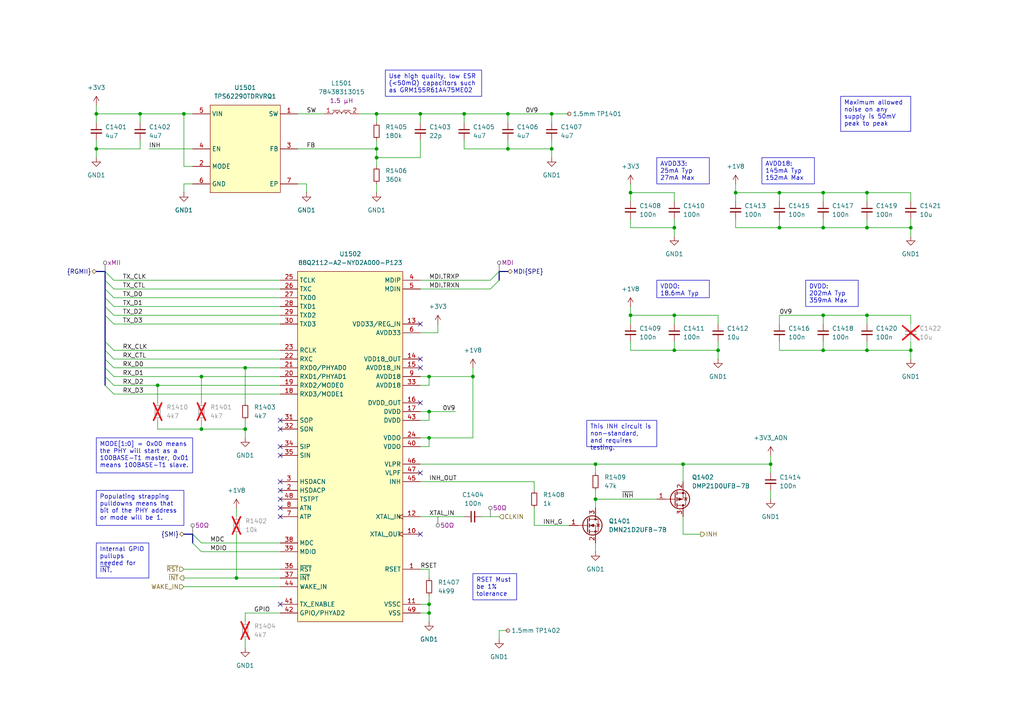
<source format=kicad_sch>
(kicad_sch
	(version 20250114)
	(generator "eeschema")
	(generator_version "9.0")
	(uuid "84d038d6-718d-45e3-b6b8-dc94c586d07e")
	(paper "A4")
	(title_block
		(title "1000BASE-T1 PHY")
		(date "2025-06-30")
	)
	(lib_symbols
		(symbol "Connector:TestPoint_Small"
			(pin_numbers
				(hide yes)
			)
			(pin_names
				(offset 0.762)
				(hide yes)
			)
			(exclude_from_sim no)
			(in_bom yes)
			(on_board yes)
			(property "Reference" "TP"
				(at 0 3.81 0)
				(effects
					(font
						(size 1.27 1.27)
					)
				)
			)
			(property "Value" "TestPoint_Small"
				(at 0 2.032 0)
				(effects
					(font
						(size 1.27 1.27)
					)
				)
			)
			(property "Footprint" ""
				(at 5.08 0 0)
				(effects
					(font
						(size 1.27 1.27)
					)
					(hide yes)
				)
			)
			(property "Datasheet" "~"
				(at 5.08 0 0)
				(effects
					(font
						(size 1.27 1.27)
					)
					(hide yes)
				)
			)
			(property "Description" "test point"
				(at 0 0 0)
				(effects
					(font
						(size 1.27 1.27)
					)
					(hide yes)
				)
			)
			(property "ki_keywords" "test point tp"
				(at 0 0 0)
				(effects
					(font
						(size 1.27 1.27)
					)
					(hide yes)
				)
			)
			(property "ki_fp_filters" "Pin* Test*"
				(at 0 0 0)
				(effects
					(font
						(size 1.27 1.27)
					)
					(hide yes)
				)
			)
			(symbol "TestPoint_Small_0_1"
				(circle
					(center 0 0)
					(radius 0.508)
					(stroke
						(width 0)
						(type default)
					)
					(fill
						(type none)
					)
				)
			)
			(symbol "TestPoint_Small_1_1"
				(pin passive line
					(at 0 0 90)
					(length 0)
					(name "1"
						(effects
							(font
								(size 1.27 1.27)
							)
						)
					)
					(number "1"
						(effects
							(font
								(size 1.27 1.27)
							)
						)
					)
				)
			)
			(embedded_fonts no)
		)
		(symbol "Device:C_Small"
			(pin_numbers
				(hide yes)
			)
			(pin_names
				(offset 0.254)
				(hide yes)
			)
			(exclude_from_sim no)
			(in_bom yes)
			(on_board yes)
			(property "Reference" "C"
				(at 0.254 1.778 0)
				(effects
					(font
						(size 1.27 1.27)
					)
					(justify left)
				)
			)
			(property "Value" "C_Small"
				(at 0.254 -2.032 0)
				(effects
					(font
						(size 1.27 1.27)
					)
					(justify left)
				)
			)
			(property "Footprint" ""
				(at 0 0 0)
				(effects
					(font
						(size 1.27 1.27)
					)
					(hide yes)
				)
			)
			(property "Datasheet" "~"
				(at 0 0 0)
				(effects
					(font
						(size 1.27 1.27)
					)
					(hide yes)
				)
			)
			(property "Description" "Unpolarized capacitor, small symbol"
				(at 0 0 0)
				(effects
					(font
						(size 1.27 1.27)
					)
					(hide yes)
				)
			)
			(property "ki_keywords" "capacitor cap"
				(at 0 0 0)
				(effects
					(font
						(size 1.27 1.27)
					)
					(hide yes)
				)
			)
			(property "ki_fp_filters" "C_*"
				(at 0 0 0)
				(effects
					(font
						(size 1.27 1.27)
					)
					(hide yes)
				)
			)
			(symbol "C_Small_0_1"
				(polyline
					(pts
						(xy -1.524 0.508) (xy 1.524 0.508)
					)
					(stroke
						(width 0.3048)
						(type default)
					)
					(fill
						(type none)
					)
				)
				(polyline
					(pts
						(xy -1.524 -0.508) (xy 1.524 -0.508)
					)
					(stroke
						(width 0.3302)
						(type default)
					)
					(fill
						(type none)
					)
				)
			)
			(symbol "C_Small_1_1"
				(pin passive line
					(at 0 2.54 270)
					(length 2.032)
					(name "~"
						(effects
							(font
								(size 1.27 1.27)
							)
						)
					)
					(number "1"
						(effects
							(font
								(size 1.27 1.27)
							)
						)
					)
				)
				(pin passive line
					(at 0 -2.54 90)
					(length 2.032)
					(name "~"
						(effects
							(font
								(size 1.27 1.27)
							)
						)
					)
					(number "2"
						(effects
							(font
								(size 1.27 1.27)
							)
						)
					)
				)
			)
			(embedded_fonts no)
		)
		(symbol "Device:R_Small"
			(pin_numbers
				(hide yes)
			)
			(pin_names
				(offset 0.254)
				(hide yes)
			)
			(exclude_from_sim no)
			(in_bom yes)
			(on_board yes)
			(property "Reference" "R"
				(at 0 0 90)
				(effects
					(font
						(size 1.016 1.016)
					)
				)
			)
			(property "Value" "R_Small"
				(at 1.778 0 90)
				(effects
					(font
						(size 1.27 1.27)
					)
				)
			)
			(property "Footprint" ""
				(at 0 0 0)
				(effects
					(font
						(size 1.27 1.27)
					)
					(hide yes)
				)
			)
			(property "Datasheet" "~"
				(at 0 0 0)
				(effects
					(font
						(size 1.27 1.27)
					)
					(hide yes)
				)
			)
			(property "Description" "Resistor, small symbol"
				(at 0 0 0)
				(effects
					(font
						(size 1.27 1.27)
					)
					(hide yes)
				)
			)
			(property "ki_keywords" "R resistor"
				(at 0 0 0)
				(effects
					(font
						(size 1.27 1.27)
					)
					(hide yes)
				)
			)
			(property "ki_fp_filters" "R_*"
				(at 0 0 0)
				(effects
					(font
						(size 1.27 1.27)
					)
					(hide yes)
				)
			)
			(symbol "R_Small_0_1"
				(rectangle
					(start -0.762 1.778)
					(end 0.762 -1.778)
					(stroke
						(width 0.2032)
						(type default)
					)
					(fill
						(type none)
					)
				)
			)
			(symbol "R_Small_1_1"
				(pin passive line
					(at 0 2.54 270)
					(length 0.762)
					(name "~"
						(effects
							(font
								(size 1.27 1.27)
							)
						)
					)
					(number "1"
						(effects
							(font
								(size 1.27 1.27)
							)
						)
					)
				)
				(pin passive line
					(at 0 -2.54 90)
					(length 0.762)
					(name "~"
						(effects
							(font
								(size 1.27 1.27)
							)
						)
					)
					(number "2"
						(effects
							(font
								(size 1.27 1.27)
							)
						)
					)
				)
			)
			(embedded_fonts no)
		)
		(symbol "ETH-PHY:88Q2112-A2-NYD2A000-P123"
			(exclude_from_sim no)
			(in_bom yes)
			(on_board yes)
			(property "Reference" "U"
				(at 0 5.08 0)
				(effects
					(font
						(size 1.27 1.27)
					)
				)
			)
			(property "Value" "88Q2112-A2-NYD2A000-P123"
				(at 0 2.54 0)
				(effects
					(font
						(size 1.27 1.27)
					)
				)
			)
			(property "Footprint" "project_footprints:88Q2112"
				(at 1.27 -109.22 0)
				(effects
					(font
						(size 1.27 1.27)
					)
					(hide yes)
				)
			)
			(property "Datasheet" "https://lcsc.com/datasheet/lcsc_datasheet_2410121929_Marvell-Tech-88Q2112-A2-NYD2A000-P123_C22387511.pdf"
				(at 1.27 -104.14 0)
				(effects
					(font
						(size 1.27 1.27)
					)
					(hide yes)
				)
			)
			(property "Description" "Marvell Tech 100/1000BASE-T1 PHY, RGMII/SGMII"
				(at 1.27 -106.68 0)
				(effects
					(font
						(size 1.27 1.27)
					)
					(hide yes)
				)
			)
			(property "ki_keywords" "ethernet phy rgmii sgmii 1000base-t1 100base-t1"
				(at 0 0 0)
				(effects
					(font
						(size 1.27 1.27)
					)
					(hide yes)
				)
			)
			(symbol "88Q2112-A2-NYD2A000-P123_1_1"
				(rectangle
					(start -15.24 0)
					(end 15.24 -101.6)
					(stroke
						(width 0)
						(type solid)
					)
					(fill
						(type background)
					)
				)
				(pin input line
					(at -20.32 -2.54 0)
					(length 5.08)
					(name "TCLK"
						(effects
							(font
								(size 1.27 1.27)
							)
						)
					)
					(number "25"
						(effects
							(font
								(size 1.27 1.27)
							)
						)
					)
				)
				(pin input line
					(at -20.32 -5.08 0)
					(length 5.08)
					(name "TXC"
						(effects
							(font
								(size 1.27 1.27)
							)
						)
					)
					(number "26"
						(effects
							(font
								(size 1.27 1.27)
							)
						)
					)
				)
				(pin input line
					(at -20.32 -7.62 0)
					(length 5.08)
					(name "TXD0"
						(effects
							(font
								(size 1.27 1.27)
							)
						)
					)
					(number "27"
						(effects
							(font
								(size 1.27 1.27)
							)
						)
					)
				)
				(pin input line
					(at -20.32 -10.16 0)
					(length 5.08)
					(name "TXD1"
						(effects
							(font
								(size 1.27 1.27)
							)
						)
					)
					(number "28"
						(effects
							(font
								(size 1.27 1.27)
							)
						)
					)
				)
				(pin input line
					(at -20.32 -12.7 0)
					(length 5.08)
					(name "TXD2"
						(effects
							(font
								(size 1.27 1.27)
							)
						)
					)
					(number "29"
						(effects
							(font
								(size 1.27 1.27)
							)
						)
					)
				)
				(pin input line
					(at -20.32 -15.24 0)
					(length 5.08)
					(name "TXD3"
						(effects
							(font
								(size 1.27 1.27)
							)
						)
					)
					(number "30"
						(effects
							(font
								(size 1.27 1.27)
							)
						)
					)
				)
				(pin output line
					(at -20.32 -22.86 0)
					(length 5.08)
					(name "RCLK"
						(effects
							(font
								(size 1.27 1.27)
							)
						)
					)
					(number "23"
						(effects
							(font
								(size 1.27 1.27)
							)
						)
					)
				)
				(pin output line
					(at -20.32 -25.4 0)
					(length 5.08)
					(name "RXC"
						(effects
							(font
								(size 1.27 1.27)
							)
						)
					)
					(number "22"
						(effects
							(font
								(size 1.27 1.27)
							)
						)
					)
				)
				(pin output line
					(at -20.32 -27.94 0)
					(length 5.08)
					(name "RXD0/PHYAD0"
						(effects
							(font
								(size 1.27 1.27)
							)
						)
					)
					(number "21"
						(effects
							(font
								(size 1.27 1.27)
							)
						)
					)
				)
				(pin output line
					(at -20.32 -30.48 0)
					(length 5.08)
					(name "RXD1/PHYAD1"
						(effects
							(font
								(size 1.27 1.27)
							)
						)
					)
					(number "20"
						(effects
							(font
								(size 1.27 1.27)
							)
						)
					)
				)
				(pin output line
					(at -20.32 -33.02 0)
					(length 5.08)
					(name "RXD2/MODE0"
						(effects
							(font
								(size 1.27 1.27)
							)
						)
					)
					(number "19"
						(effects
							(font
								(size 1.27 1.27)
							)
						)
					)
				)
				(pin output line
					(at -20.32 -35.56 0)
					(length 5.08)
					(name "RXD3/MODE1"
						(effects
							(font
								(size 1.27 1.27)
							)
						)
					)
					(number "18"
						(effects
							(font
								(size 1.27 1.27)
							)
						)
					)
				)
				(pin output line
					(at -20.32 -43.18 0)
					(length 5.08)
					(name "SOP"
						(effects
							(font
								(size 1.27 1.27)
							)
						)
					)
					(number "31"
						(effects
							(font
								(size 1.27 1.27)
							)
						)
					)
				)
				(pin output line
					(at -20.32 -45.72 0)
					(length 5.08)
					(name "SON"
						(effects
							(font
								(size 1.27 1.27)
							)
						)
					)
					(number "32"
						(effects
							(font
								(size 1.27 1.27)
							)
						)
					)
				)
				(pin input line
					(at -20.32 -50.8 0)
					(length 5.08)
					(name "SIP"
						(effects
							(font
								(size 1.27 1.27)
							)
						)
					)
					(number "34"
						(effects
							(font
								(size 1.27 1.27)
							)
						)
					)
				)
				(pin input line
					(at -20.32 -53.34 0)
					(length 5.08)
					(name "SIN"
						(effects
							(font
								(size 1.27 1.27)
							)
						)
					)
					(number "35"
						(effects
							(font
								(size 1.27 1.27)
							)
						)
					)
				)
				(pin output line
					(at -20.32 -60.96 0)
					(length 5.08)
					(name "HSDACN"
						(effects
							(font
								(size 1.27 1.27)
							)
						)
					)
					(number "3"
						(effects
							(font
								(size 1.27 1.27)
							)
						)
					)
				)
				(pin output line
					(at -20.32 -63.5 0)
					(length 5.08)
					(name "HSDACP"
						(effects
							(font
								(size 1.27 1.27)
							)
						)
					)
					(number "2"
						(effects
							(font
								(size 1.27 1.27)
							)
						)
					)
				)
				(pin output line
					(at -20.32 -66.04 0)
					(length 5.08)
					(name "TSTPT"
						(effects
							(font
								(size 1.27 1.27)
							)
						)
					)
					(number "48"
						(effects
							(font
								(size 1.27 1.27)
							)
						)
					)
				)
				(pin output line
					(at -20.32 -68.58 0)
					(length 5.08)
					(name "ATN"
						(effects
							(font
								(size 1.27 1.27)
							)
						)
					)
					(number "8"
						(effects
							(font
								(size 1.27 1.27)
							)
						)
					)
				)
				(pin output line
					(at -20.32 -71.12 0)
					(length 5.08)
					(name "ATP"
						(effects
							(font
								(size 1.27 1.27)
							)
						)
					)
					(number "7"
						(effects
							(font
								(size 1.27 1.27)
							)
						)
					)
				)
				(pin input line
					(at -20.32 -78.74 0)
					(length 5.08)
					(name "MDC"
						(effects
							(font
								(size 1.27 1.27)
							)
						)
					)
					(number "38"
						(effects
							(font
								(size 1.27 1.27)
							)
						)
					)
				)
				(pin bidirectional line
					(at -20.32 -81.28 0)
					(length 5.08)
					(name "MDIO"
						(effects
							(font
								(size 1.27 1.27)
							)
						)
					)
					(number "39"
						(effects
							(font
								(size 1.27 1.27)
							)
						)
					)
				)
				(pin input line
					(at -20.32 -86.36 0)
					(length 5.08)
					(name "~{RST}"
						(effects
							(font
								(size 1.27 1.27)
							)
						)
					)
					(number "36"
						(effects
							(font
								(size 1.27 1.27)
							)
						)
					)
				)
				(pin output line
					(at -20.32 -88.9 0)
					(length 5.08)
					(name "~{INT}"
						(effects
							(font
								(size 1.27 1.27)
							)
						)
					)
					(number "37"
						(effects
							(font
								(size 1.27 1.27)
							)
						)
					)
				)
				(pin input line
					(at -20.32 -91.44 0)
					(length 5.08)
					(name "WAKE_IN"
						(effects
							(font
								(size 1.27 1.27)
							)
						)
					)
					(number "44"
						(effects
							(font
								(size 1.27 1.27)
							)
						)
					)
				)
				(pin bidirectional line
					(at -20.32 -96.52 0)
					(length 5.08)
					(name "TX_ENABLE"
						(effects
							(font
								(size 1.27 1.27)
							)
						)
					)
					(number "41"
						(effects
							(font
								(size 1.27 1.27)
							)
						)
					)
				)
				(pin bidirectional line
					(at -20.32 -99.06 0)
					(length 5.08)
					(name "GPIO/PHYAD2"
						(effects
							(font
								(size 1.27 1.27)
							)
						)
					)
					(number "42"
						(effects
							(font
								(size 1.27 1.27)
							)
						)
					)
				)
				(pin bidirectional line
					(at 20.32 -2.54 180)
					(length 5.08)
					(name "MDIP"
						(effects
							(font
								(size 1.27 1.27)
							)
						)
					)
					(number "4"
						(effects
							(font
								(size 1.27 1.27)
							)
						)
					)
				)
				(pin bidirectional line
					(at 20.32 -5.08 180)
					(length 5.08)
					(name "MDIN"
						(effects
							(font
								(size 1.27 1.27)
							)
						)
					)
					(number "5"
						(effects
							(font
								(size 1.27 1.27)
							)
						)
					)
				)
				(pin power_in line
					(at 20.32 -15.24 180)
					(length 5.08)
					(name "VDD33/REG_IN"
						(effects
							(font
								(size 1.27 1.27)
							)
						)
					)
					(number "13"
						(effects
							(font
								(size 1.27 1.27)
							)
						)
					)
				)
				(pin power_in line
					(at 20.32 -17.78 180)
					(length 5.08)
					(name "AVDD33"
						(effects
							(font
								(size 1.27 1.27)
							)
						)
					)
					(number "6"
						(effects
							(font
								(size 1.27 1.27)
							)
						)
					)
				)
				(pin power_out line
					(at 20.32 -25.4 180)
					(length 5.08)
					(name "VDD18_OUT"
						(effects
							(font
								(size 1.27 1.27)
							)
						)
					)
					(number "14"
						(effects
							(font
								(size 1.27 1.27)
							)
						)
					)
				)
				(pin power_in line
					(at 20.32 -27.94 180)
					(length 5.08)
					(name "AVDD18_IN"
						(effects
							(font
								(size 1.27 1.27)
							)
						)
					)
					(number "15"
						(effects
							(font
								(size 1.27 1.27)
							)
						)
					)
				)
				(pin power_in line
					(at 20.32 -30.48 180)
					(length 5.08)
					(name "AVDD18"
						(effects
							(font
								(size 1.27 1.27)
							)
						)
					)
					(number "9"
						(effects
							(font
								(size 1.27 1.27)
							)
						)
					)
				)
				(pin power_in line
					(at 20.32 -33.02 180)
					(length 5.08)
					(name "AVDD18"
						(effects
							(font
								(size 1.27 1.27)
							)
						)
					)
					(number "33"
						(effects
							(font
								(size 1.27 1.27)
							)
						)
					)
				)
				(pin power_out line
					(at 20.32 -38.1 180)
					(length 5.08)
					(name "DVDD_OUT"
						(effects
							(font
								(size 1.27 1.27)
							)
						)
					)
					(number "16"
						(effects
							(font
								(size 1.27 1.27)
							)
						)
					)
				)
				(pin power_in line
					(at 20.32 -40.64 180)
					(length 5.08)
					(name "DVDD"
						(effects
							(font
								(size 1.27 1.27)
							)
						)
					)
					(number "17"
						(effects
							(font
								(size 1.27 1.27)
							)
						)
					)
				)
				(pin power_in line
					(at 20.32 -43.18 180)
					(length 5.08)
					(name "DVDD"
						(effects
							(font
								(size 1.27 1.27)
							)
						)
					)
					(number "43"
						(effects
							(font
								(size 1.27 1.27)
							)
						)
					)
				)
				(pin power_in line
					(at 20.32 -48.26 180)
					(length 5.08)
					(name "VDDO"
						(effects
							(font
								(size 1.27 1.27)
							)
						)
					)
					(number "24"
						(effects
							(font
								(size 1.27 1.27)
							)
						)
					)
				)
				(pin power_in line
					(at 20.32 -50.8 180)
					(length 5.08)
					(name "VDDO"
						(effects
							(font
								(size 1.27 1.27)
							)
						)
					)
					(number "40"
						(effects
							(font
								(size 1.27 1.27)
							)
						)
					)
				)
				(pin input line
					(at 20.32 -55.88 180)
					(length 5.08)
					(name "VLPR"
						(effects
							(font
								(size 1.27 1.27)
							)
						)
					)
					(number "46"
						(effects
							(font
								(size 1.27 1.27)
							)
						)
					)
				)
				(pin input line
					(at 20.32 -58.42 180)
					(length 5.08)
					(name "VLPF"
						(effects
							(font
								(size 1.27 1.27)
							)
						)
					)
					(number "47"
						(effects
							(font
								(size 1.27 1.27)
							)
						)
					)
				)
				(pin output line
					(at 20.32 -60.96 180)
					(length 5.08)
					(name "INH"
						(effects
							(font
								(size 1.27 1.27)
							)
						)
					)
					(number "45"
						(effects
							(font
								(size 1.27 1.27)
							)
						)
					)
				)
				(pin input clock
					(at 20.32 -71.12 180)
					(length 5.08)
					(name "XTAL_IN"
						(effects
							(font
								(size 1.27 1.27)
							)
						)
					)
					(number "12"
						(effects
							(font
								(size 1.27 1.27)
							)
						)
					)
				)
				(pin input clock
					(at 20.32 -76.2 180)
					(length 5.08)
					(name "XTAL_OUT"
						(effects
							(font
								(size 1.27 1.27)
							)
						)
					)
					(number "10"
						(effects
							(font
								(size 1.27 1.27)
							)
						)
					)
				)
				(pin input line
					(at 20.32 -86.36 180)
					(length 5.08)
					(name "RSET"
						(effects
							(font
								(size 1.27 1.27)
							)
						)
					)
					(number "1"
						(effects
							(font
								(size 1.27 1.27)
							)
						)
					)
				)
				(pin passive line
					(at 20.32 -96.52 180)
					(length 5.08)
					(name "VSSC"
						(effects
							(font
								(size 1.27 1.27)
							)
						)
					)
					(number "11"
						(effects
							(font
								(size 1.27 1.27)
							)
						)
					)
				)
				(pin passive line
					(at 20.32 -99.06 180)
					(length 5.08)
					(name "VSS"
						(effects
							(font
								(size 1.27 1.27)
							)
						)
					)
					(number "49"
						(effects
							(font
								(size 1.27 1.27)
							)
						)
					)
				)
			)
			(embedded_fonts no)
		)
		(symbol "MOSFET:DMN21D2UFB-7B"
			(pin_names
				(hide yes)
			)
			(exclude_from_sim no)
			(in_bom yes)
			(on_board yes)
			(property "Reference" "Q"
				(at 11.43 3.81 0)
				(effects
					(font
						(size 1.27 1.27)
					)
					(justify left top)
				)
			)
			(property "Value" "DMN21D2UFB-7B"
				(at 11.43 1.27 0)
				(effects
					(font
						(size 1.27 1.27)
					)
					(justify left top)
				)
			)
			(property "Footprint" "project_footprints:DMN21D2UFB7B"
				(at 11.43 -98.73 0)
				(effects
					(font
						(size 1.27 1.27)
					)
					(justify left top)
					(hide yes)
				)
			)
			(property "Datasheet" "https://componentsearchengine.com/Datasheets/1/DMN21D2UFB-7B.pdf"
				(at 11.43 -198.73 0)
				(effects
					(font
						(size 1.27 1.27)
					)
					(justify left top)
					(hide yes)
				)
			)
			(property "Description" "MOSFET MOSFET BVDSS: 8V-24V X1-DFN1006-3 T&R 10"
				(at 0 -30.48 0)
				(effects
					(font
						(size 1.27 1.27)
					)
					(hide yes)
				)
			)
			(property "Height" "0.53"
				(at 11.43 -398.73 0)
				(effects
					(font
						(size 1.27 1.27)
					)
					(justify left top)
					(hide yes)
				)
			)
			(property "Mouser Part Number" "621-DMN21D2UFB-7B"
				(at 11.43 -498.73 0)
				(effects
					(font
						(size 1.27 1.27)
					)
					(justify left top)
					(hide yes)
				)
			)
			(property "Mouser Price/Stock" ""
				(at 11.43 -598.73 0)
				(effects
					(font
						(size 1.27 1.27)
					)
					(justify left top)
					(hide yes)
				)
			)
			(property "Manufacturer_Name" "Diodes Incorporated"
				(at 11.43 -698.73 0)
				(effects
					(font
						(size 1.27 1.27)
					)
					(justify left top)
					(hide yes)
				)
			)
			(property "Manufacturer_Part_Number" "DMN21D2UFB-7B"
				(at 11.43 -798.73 0)
				(effects
					(font
						(size 1.27 1.27)
					)
					(justify left top)
					(hide yes)
				)
			)
			(symbol "DMN21D2UFB-7B_0_1"
				(polyline
					(pts
						(xy 5.334 1.905) (xy 5.334 -1.905)
					)
					(stroke
						(width 0.254)
						(type default)
					)
					(fill
						(type none)
					)
				)
				(polyline
					(pts
						(xy 5.334 0) (xy 2.54 0)
					)
					(stroke
						(width 0)
						(type default)
					)
					(fill
						(type none)
					)
				)
				(polyline
					(pts
						(xy 5.842 2.286) (xy 5.842 1.27)
					)
					(stroke
						(width 0.254)
						(type default)
					)
					(fill
						(type none)
					)
				)
				(polyline
					(pts
						(xy 5.842 0.508) (xy 5.842 -0.508)
					)
					(stroke
						(width 0.254)
						(type default)
					)
					(fill
						(type none)
					)
				)
				(polyline
					(pts
						(xy 5.842 -1.27) (xy 5.842 -2.286)
					)
					(stroke
						(width 0.254)
						(type default)
					)
					(fill
						(type none)
					)
				)
				(polyline
					(pts
						(xy 5.842 -1.778) (xy 8.382 -1.778) (xy 8.382 1.778) (xy 5.842 1.778)
					)
					(stroke
						(width 0)
						(type default)
					)
					(fill
						(type none)
					)
				)
				(polyline
					(pts
						(xy 6.096 0) (xy 7.112 0.381) (xy 7.112 -0.381) (xy 6.096 0)
					)
					(stroke
						(width 0)
						(type default)
					)
					(fill
						(type outline)
					)
				)
				(circle
					(center 6.731 0)
					(radius 2.794)
					(stroke
						(width 0.254)
						(type default)
					)
					(fill
						(type none)
					)
				)
				(polyline
					(pts
						(xy 7.62 2.54) (xy 7.62 1.778)
					)
					(stroke
						(width 0)
						(type default)
					)
					(fill
						(type none)
					)
				)
				(circle
					(center 7.62 1.778)
					(radius 0.254)
					(stroke
						(width 0)
						(type default)
					)
					(fill
						(type outline)
					)
				)
				(circle
					(center 7.62 -1.778)
					(radius 0.254)
					(stroke
						(width 0)
						(type default)
					)
					(fill
						(type outline)
					)
				)
				(polyline
					(pts
						(xy 7.62 -2.54) (xy 7.62 0) (xy 5.842 0)
					)
					(stroke
						(width 0)
						(type default)
					)
					(fill
						(type none)
					)
				)
				(polyline
					(pts
						(xy 7.874 0.508) (xy 8.001 0.381) (xy 8.763 0.381) (xy 8.89 0.254)
					)
					(stroke
						(width 0)
						(type default)
					)
					(fill
						(type none)
					)
				)
				(polyline
					(pts
						(xy 8.382 0.381) (xy 8.001 -0.254) (xy 8.763 -0.254) (xy 8.382 0.381)
					)
					(stroke
						(width 0)
						(type default)
					)
					(fill
						(type none)
					)
				)
			)
			(symbol "DMN21D2UFB-7B_1_1"
				(pin input line
					(at 0 0 0)
					(length 2.54)
					(name "G"
						(effects
							(font
								(size 1.27 1.27)
							)
						)
					)
					(number "1"
						(effects
							(font
								(size 1.27 1.27)
							)
						)
					)
				)
				(pin passive line
					(at 7.62 5.08 270)
					(length 2.54)
					(name "D"
						(effects
							(font
								(size 1.27 1.27)
							)
						)
					)
					(number "3"
						(effects
							(font
								(size 1.27 1.27)
							)
						)
					)
				)
				(pin passive line
					(at 7.62 -5.08 90)
					(length 2.54)
					(name "S"
						(effects
							(font
								(size 1.27 1.27)
							)
						)
					)
					(number "2"
						(effects
							(font
								(size 1.27 1.27)
							)
						)
					)
				)
			)
			(embedded_fonts no)
		)
		(symbol "MOSFET:DMP21D0UFB-7B"
			(pin_names
				(hide yes)
			)
			(exclude_from_sim no)
			(in_bom yes)
			(on_board yes)
			(property "Reference" "Q"
				(at 3.81 2.54 0)
				(effects
					(font
						(size 1.27 1.27)
					)
					(justify left top)
				)
			)
			(property "Value" "DMP21D0UFB-7B"
				(at 3.81 0 0)
				(effects
					(font
						(size 1.27 1.27)
					)
					(justify left top)
				)
			)
			(property "Footprint" "project_footprints:DMP21D0UFB7B"
				(at 11.43 -98.73 0)
				(effects
					(font
						(size 1.27 1.27)
					)
					(justify left top)
					(hide yes)
				)
			)
			(property "Datasheet" "https://www.diodes.com/assets/Datasheets/DMP21D0UFB.pdf"
				(at 11.43 -198.73 0)
				(effects
					(font
						(size 1.27 1.27)
					)
					(justify left top)
					(hide yes)
				)
			)
			(property "Description" "P-Channel 20 V 770mA (Ta) 430mW (Ta) Surface Mount X1-DFN1006-3"
				(at 0 -13.97 0)
				(effects
					(font
						(size 1.27 1.27)
					)
					(hide yes)
				)
			)
			(property "Height" "0.53"
				(at 11.43 -398.73 0)
				(effects
					(font
						(size 1.27 1.27)
					)
					(justify left top)
					(hide yes)
				)
			)
			(property "Mouser Part Number" "621-DMP21D0UFB-7B"
				(at 11.43 -498.73 0)
				(effects
					(font
						(size 1.27 1.27)
					)
					(justify left top)
					(hide yes)
				)
			)
			(property "Mouser Price/Stock" "https://www.mouser.co.uk/ProductDetail/Diodes-Incorporated/DMP21D0UFB-7B?qs=LpBYLtn23FTBHQvdgGhtnA%3D%3D"
				(at 11.43 -598.73 0)
				(effects
					(font
						(size 1.27 1.27)
					)
					(justify left top)
					(hide yes)
				)
			)
			(property "Manufacturer_Name" "Diodes Incorporated"
				(at 11.43 -698.73 0)
				(effects
					(font
						(size 1.27 1.27)
					)
					(justify left top)
					(hide yes)
				)
			)
			(property "Manufacturer_Part_Number" "DMP21D0UFB-7B"
				(at 11.43 -798.73 0)
				(effects
					(font
						(size 1.27 1.27)
					)
					(justify left top)
					(hide yes)
				)
			)
			(symbol "DMP21D0UFB-7B_0_1"
				(polyline
					(pts
						(xy -2.286 1.905) (xy -2.286 -1.905)
					)
					(stroke
						(width 0.254)
						(type default)
					)
					(fill
						(type none)
					)
				)
				(polyline
					(pts
						(xy -2.286 0) (xy -5.08 0)
					)
					(stroke
						(width 0)
						(type default)
					)
					(fill
						(type none)
					)
				)
				(polyline
					(pts
						(xy -1.778 2.286) (xy -1.778 1.27)
					)
					(stroke
						(width 0.254)
						(type default)
					)
					(fill
						(type none)
					)
				)
				(polyline
					(pts
						(xy -1.778 1.778) (xy 0.762 1.778) (xy 0.762 -1.778) (xy -1.778 -1.778)
					)
					(stroke
						(width 0)
						(type default)
					)
					(fill
						(type none)
					)
				)
				(polyline
					(pts
						(xy -1.778 0.508) (xy -1.778 -0.508)
					)
					(stroke
						(width 0.254)
						(type default)
					)
					(fill
						(type none)
					)
				)
				(polyline
					(pts
						(xy -1.778 -1.27) (xy -1.778 -2.286)
					)
					(stroke
						(width 0.254)
						(type default)
					)
					(fill
						(type none)
					)
				)
				(circle
					(center -0.889 0)
					(radius 2.794)
					(stroke
						(width 0.254)
						(type default)
					)
					(fill
						(type none)
					)
				)
				(polyline
					(pts
						(xy -0.254 0) (xy -1.27 0.381) (xy -1.27 -0.381) (xy -0.254 0)
					)
					(stroke
						(width 0)
						(type default)
					)
					(fill
						(type outline)
					)
				)
				(polyline
					(pts
						(xy 0 2.54) (xy 0 1.778)
					)
					(stroke
						(width 0)
						(type default)
					)
					(fill
						(type none)
					)
				)
				(circle
					(center 0 1.778)
					(radius 0.254)
					(stroke
						(width 0)
						(type default)
					)
					(fill
						(type outline)
					)
				)
				(circle
					(center 0 -1.778)
					(radius 0.254)
					(stroke
						(width 0)
						(type default)
					)
					(fill
						(type outline)
					)
				)
				(polyline
					(pts
						(xy 0 -2.54) (xy 0 0) (xy -1.778 0)
					)
					(stroke
						(width 0)
						(type default)
					)
					(fill
						(type none)
					)
				)
				(polyline
					(pts
						(xy 0.254 -0.508) (xy 0.381 -0.381) (xy 1.143 -0.381) (xy 1.27 -0.254)
					)
					(stroke
						(width 0)
						(type default)
					)
					(fill
						(type none)
					)
				)
				(polyline
					(pts
						(xy 0.762 -0.381) (xy 0.381 0.254) (xy 1.143 0.254) (xy 0.762 -0.381)
					)
					(stroke
						(width 0)
						(type default)
					)
					(fill
						(type none)
					)
				)
			)
			(symbol "DMP21D0UFB-7B_1_1"
				(pin input line
					(at -7.62 0 0)
					(length 2.54)
					(name "G"
						(effects
							(font
								(size 1.27 1.27)
							)
						)
					)
					(number "1"
						(effects
							(font
								(size 1.27 1.27)
							)
						)
					)
				)
				(pin passive line
					(at 0 5.08 270)
					(length 2.54)
					(name "D"
						(effects
							(font
								(size 1.27 1.27)
							)
						)
					)
					(number "3"
						(effects
							(font
								(size 1.27 1.27)
							)
						)
					)
				)
				(pin passive line
					(at 0 -5.08 90)
					(length 2.54)
					(name "S"
						(effects
							(font
								(size 1.27 1.27)
							)
						)
					)
					(number "2"
						(effects
							(font
								(size 1.27 1.27)
							)
						)
					)
				)
			)
			(embedded_fonts no)
		)
		(symbol "PWR-IND:1610_78438313015"
			(pin_names
				(hide yes)
			)
			(exclude_from_sim no)
			(in_bom yes)
			(on_board yes)
			(property "Reference" "L"
				(at 0 8.89 0)
				(effects
					(font
						(size 1.27 1.27)
					)
				)
			)
			(property "Value" "78438313015"
				(at 0 6.35 0)
				(effects
					(font
						(size 1.27 1.27)
					)
				)
			)
			(property "Footprint" "project_footprints:L_Wurth_WE-MAIA-1610"
				(at 12.7 20.32 0)
				(effects
					(font
						(size 1.27 1.27)
					)
					(justify left)
					(hide yes)
				)
			)
			(property "Datasheet" "https://www.we-online.com/catalog/datasheet/78438313015.pdf?ki"
				(at 12.7 17.78 0)
				(effects
					(font
						(size 1.27 1.27)
					)
					(justify left)
					(hide yes)
				)
			)
			(property "Description" "Single Coil Power Inductor"
				(at 0 0 0)
				(effects
					(font
						(size 1.27 1.27)
					)
					(hide yes)
				)
			)
			(property "Manufacturer" "Wurth Elektronik"
				(at 12.7 15.24 0)
				(effects
					(font
						(size 1.27 1.27)
					)
					(justify left)
					(hide yes)
				)
			)
			(property "Manufacturer URL" "https://www.we-online.com"
				(at 12.7 12.7 0)
				(effects
					(font
						(size 1.27 1.27)
					)
					(justify left)
					(hide yes)
				)
			)
			(property "Published Date" "20250429"
				(at 12.7 10.16 0)
				(effects
					(font
						(size 1.27 1.27)
					)
					(justify left)
					(hide yes)
				)
			)
			(property "Match Code" "WE-MAIA"
				(at 12.7 7.62 0)
				(effects
					(font
						(size 1.27 1.27)
					)
					(justify left)
					(hide yes)
				)
			)
			(property "Part Number" "78438313015"
				(at 12.7 5.08 0)
				(effects
					(font
						(size 1.27 1.27)
					)
					(justify left)
					(hide yes)
				)
			)
			(property "Size" "1610"
				(at 12.7 2.54 0)
				(effects
					(font
						(size 1.27 1.27)
					)
					(justify left)
					(hide yes)
				)
			)
			(property "Mounting Technology" "SMT"
				(at 12.7 0 0)
				(effects
					(font
						(size 1.27 1.27)
					)
					(justify left)
					(hide yes)
				)
			)
			(property "L (µH)" "1.5"
				(at 12.7 -2.54 0)
				(effects
					(font
						(size 1.27 1.27)
					)
					(justify left)
					(hide yes)
				)
			)
			(property "ISAT,10% (A)" "1.8"
				(at 12.7 -5.08 0)
				(effects
					(font
						(size 1.27 1.27)
					)
					(justify left)
					(hide yes)
				)
			)
			(property "ISAT,30% (A)" "3.45"
				(at 12.7 -7.62 0)
				(effects
					(font
						(size 1.27 1.27)
					)
					(justify left)
					(hide yes)
				)
			)
			(property "RDC max. (mΩ)" "237.0"
				(at 12.7 -10.16 0)
				(effects
					(font
						(size 1.27 1.27)
					)
					(justify left)
					(hide yes)
				)
			)
			(property "fres (MHz)" "90.0"
				(at 12.7 -12.7 0)
				(effects
					(font
						(size 1.27 1.27)
					)
					(justify left)
					(hide yes)
				)
			)
			(property "IRP,40K (A)" "1.8"
				(at 12.7 -15.24 0)
				(effects
					(font
						(size 1.27 1.27)
					)
					(justify left)
					(hide yes)
				)
			)
			(property "Critical Parameter" "1.5 µH"
				(at 0 3.81 0)
				(effects
					(font
						(size 1.27 1.27)
					)
				)
			)
			(property "ki_keywords" "SMT"
				(at 0 0 0)
				(effects
					(font
						(size 1.27 1.27)
					)
					(hide yes)
				)
			)
			(property "ki_fp_filters" "*WE-MAIA*1610*"
				(at 0 0 0)
				(effects
					(font
						(size 1.27 1.27)
					)
					(hide yes)
				)
			)
			(symbol "1610_78438313015_0_1"
				(polyline
					(pts
						(xy -2.54 1.016) (xy -0.508 1.016)
					)
					(stroke
						(width 0)
						(type default)
					)
					(fill
						(type none)
					)
				)
				(arc
					(start -2.54 0)
					(mid -1.905 0.6323)
					(end -1.27 0)
					(stroke
						(width 0)
						(type default)
					)
					(fill
						(type none)
					)
				)
				(arc
					(start -1.27 0)
					(mid -0.635 0.6323)
					(end 0 0)
					(stroke
						(width 0)
						(type default)
					)
					(fill
						(type none)
					)
				)
				(arc
					(start 0 0)
					(mid 0.635 0.6323)
					(end 1.27 0)
					(stroke
						(width 0)
						(type default)
					)
					(fill
						(type none)
					)
				)
				(arc
					(start 1.27 0)
					(mid 1.905 0.6323)
					(end 2.54 0)
					(stroke
						(width 0)
						(type default)
					)
					(fill
						(type none)
					)
				)
			)
			(symbol "1610_78438313015_1_1"
				(polyline
					(pts
						(xy 2.54 1.016) (xy 0.508 1.016)
					)
					(stroke
						(width 0)
						(type default)
					)
					(fill
						(type none)
					)
				)
				(pin power_in line
					(at -5.08 0 0)
					(length 2.54)
					(name "1"
						(effects
							(font
								(size 1.27 1.27)
							)
						)
					)
					(number "1"
						(effects
							(font
								(size 1.27 1.27)
							)
						)
					)
				)
				(pin power_out line
					(at 5.08 0 180)
					(length 2.54)
					(name "2"
						(effects
							(font
								(size 1.27 1.27)
							)
						)
					)
					(number "2"
						(effects
							(font
								(size 1.27 1.27)
							)
						)
					)
				)
			)
			(embedded_fonts no)
		)
		(symbol "PWR-SMPS:TPS62290TDRVRQ1"
			(exclude_from_sim no)
			(in_bom yes)
			(on_board yes)
			(property "Reference" "U"
				(at 0 5.08 0)
				(effects
					(font
						(size 1.27 1.27)
					)
				)
			)
			(property "Value" "TPS62290TDRVRQ1"
				(at 0 2.54 0)
				(effects
					(font
						(size 1.27 1.27)
					)
				)
			)
			(property "Footprint" "project_footprints:SON65P200X200X80-7N"
				(at 26.67 -94.92 0)
				(effects
					(font
						(size 1.27 1.27)
					)
					(justify left top)
					(hide yes)
				)
			)
			(property "Datasheet" "http://www.ti.com/lit/gpn/tps62290-q1"
				(at 26.67 -194.92 0)
				(effects
					(font
						(size 1.27 1.27)
					)
					(justify left top)
					(hide yes)
				)
			)
			(property "Description" "Automotive 2.3V to 6V, 2.25MHz Fixed Frequency 1A Buck Converter in 2x2mm SON/TSOT23 Package"
				(at 0 -27.94 0)
				(effects
					(font
						(size 1.27 1.27)
					)
					(hide yes)
				)
			)
			(property "Height" "0.8"
				(at 26.67 -394.92 0)
				(effects
					(font
						(size 1.27 1.27)
					)
					(justify left top)
					(hide yes)
				)
			)
			(property "Mouser Part Number" "595-TPS62290TDRVRQ1"
				(at 26.67 -494.92 0)
				(effects
					(font
						(size 1.27 1.27)
					)
					(justify left top)
					(hide yes)
				)
			)
			(property "Mouser Price/Stock" "https://www.mouser.co.uk/ProductDetail/Texas-Instruments/TPS62290TDRVRQ1?qs=NiBvnJE4bX0YWtuMnJowVQ%3D%3D"
				(at 26.67 -594.92 0)
				(effects
					(font
						(size 1.27 1.27)
					)
					(justify left top)
					(hide yes)
				)
			)
			(property "Manufacturer_Name" "Texas Instruments"
				(at 26.67 -694.92 0)
				(effects
					(font
						(size 1.27 1.27)
					)
					(justify left top)
					(hide yes)
				)
			)
			(property "Manufacturer_Part_Number" "TPS62290TDRVRQ1"
				(at 26.67 -794.92 0)
				(effects
					(font
						(size 1.27 1.27)
					)
					(justify left top)
					(hide yes)
				)
			)
			(symbol "TPS62290TDRVRQ1_1_1"
				(rectangle
					(start -10.16 0)
					(end 10.16 -25.4)
					(stroke
						(width 0)
						(type solid)
					)
					(fill
						(type background)
					)
				)
				(pin power_in line
					(at -15.24 -2.54 0)
					(length 5.08)
					(name "VIN"
						(effects
							(font
								(size 1.27 1.27)
							)
						)
					)
					(number "5"
						(effects
							(font
								(size 1.27 1.27)
							)
						)
					)
				)
				(pin input line
					(at -15.24 -12.7 0)
					(length 5.08)
					(name "EN"
						(effects
							(font
								(size 1.27 1.27)
							)
						)
					)
					(number "4"
						(effects
							(font
								(size 1.27 1.27)
							)
						)
					)
				)
				(pin input line
					(at -15.24 -17.78 0)
					(length 5.08)
					(name "MODE"
						(effects
							(font
								(size 1.27 1.27)
							)
						)
					)
					(number "2"
						(effects
							(font
								(size 1.27 1.27)
							)
						)
					)
				)
				(pin power_in line
					(at -15.24 -22.86 0)
					(length 5.08)
					(name "GND"
						(effects
							(font
								(size 1.27 1.27)
							)
						)
					)
					(number "6"
						(effects
							(font
								(size 1.27 1.27)
							)
						)
					)
				)
				(pin power_out line
					(at 15.24 -2.54 180)
					(length 5.08)
					(name "SW"
						(effects
							(font
								(size 1.27 1.27)
							)
						)
					)
					(number "1"
						(effects
							(font
								(size 1.27 1.27)
							)
						)
					)
				)
				(pin input line
					(at 15.24 -12.7 180)
					(length 5.08)
					(name "FB"
						(effects
							(font
								(size 1.27 1.27)
							)
						)
					)
					(number "3"
						(effects
							(font
								(size 1.27 1.27)
							)
						)
					)
				)
				(pin power_in line
					(at 15.24 -22.86 180)
					(length 5.08)
					(name "EP"
						(effects
							(font
								(size 1.27 1.27)
							)
						)
					)
					(number "7"
						(effects
							(font
								(size 1.27 1.27)
							)
						)
					)
				)
			)
			(embedded_fonts no)
		)
		(symbol "PWR-SYM:+3V3_AON"
			(power)
			(pin_numbers
				(hide yes)
			)
			(pin_names
				(offset 0)
				(hide yes)
			)
			(exclude_from_sim no)
			(in_bom yes)
			(on_board yes)
			(property "Reference" "#PWR"
				(at 0 -3.81 0)
				(effects
					(font
						(size 1.27 1.27)
					)
					(hide yes)
				)
			)
			(property "Value" "+3V3_AON"
				(at 0 3.556 0)
				(effects
					(font
						(size 1.27 1.27)
					)
				)
			)
			(property "Footprint" ""
				(at 0 0 0)
				(effects
					(font
						(size 1.27 1.27)
					)
					(hide yes)
				)
			)
			(property "Datasheet" ""
				(at 0 0 0)
				(effects
					(font
						(size 1.27 1.27)
					)
					(hide yes)
				)
			)
			(property "Description" "Power symbol creates a global label with name \"+3V3_AON\""
				(at 0 0 0)
				(effects
					(font
						(size 1.27 1.27)
					)
					(hide yes)
				)
			)
			(property "ki_keywords" "global power"
				(at 0 0 0)
				(effects
					(font
						(size 1.27 1.27)
					)
					(hide yes)
				)
			)
			(symbol "+3V3_AON_0_1"
				(polyline
					(pts
						(xy -0.762 1.27) (xy 0 2.54)
					)
					(stroke
						(width 0)
						(type default)
					)
					(fill
						(type none)
					)
				)
				(polyline
					(pts
						(xy 0 2.54) (xy 0.762 1.27)
					)
					(stroke
						(width 0)
						(type default)
					)
					(fill
						(type none)
					)
				)
				(polyline
					(pts
						(xy 0 0) (xy 0 2.54)
					)
					(stroke
						(width 0)
						(type default)
					)
					(fill
						(type none)
					)
				)
			)
			(symbol "+3V3_AON_1_1"
				(pin power_in line
					(at 0 0 90)
					(length 0)
					(name "~"
						(effects
							(font
								(size 1.27 1.27)
							)
						)
					)
					(number "1"
						(effects
							(font
								(size 1.27 1.27)
							)
						)
					)
				)
			)
			(embedded_fonts no)
		)
		(symbol "power:+1V8"
			(power)
			(pin_numbers
				(hide yes)
			)
			(pin_names
				(offset 0)
				(hide yes)
			)
			(exclude_from_sim no)
			(in_bom yes)
			(on_board yes)
			(property "Reference" "#PWR"
				(at 0 -3.81 0)
				(effects
					(font
						(size 1.27 1.27)
					)
					(hide yes)
				)
			)
			(property "Value" "+1V8"
				(at 0 3.556 0)
				(effects
					(font
						(size 1.27 1.27)
					)
				)
			)
			(property "Footprint" ""
				(at 0 0 0)
				(effects
					(font
						(size 1.27 1.27)
					)
					(hide yes)
				)
			)
			(property "Datasheet" ""
				(at 0 0 0)
				(effects
					(font
						(size 1.27 1.27)
					)
					(hide yes)
				)
			)
			(property "Description" "Power symbol creates a global label with name \"+1V8\""
				(at 0 0 0)
				(effects
					(font
						(size 1.27 1.27)
					)
					(hide yes)
				)
			)
			(property "ki_keywords" "global power"
				(at 0 0 0)
				(effects
					(font
						(size 1.27 1.27)
					)
					(hide yes)
				)
			)
			(symbol "+1V8_0_1"
				(polyline
					(pts
						(xy -0.762 1.27) (xy 0 2.54)
					)
					(stroke
						(width 0)
						(type default)
					)
					(fill
						(type none)
					)
				)
				(polyline
					(pts
						(xy 0 2.54) (xy 0.762 1.27)
					)
					(stroke
						(width 0)
						(type default)
					)
					(fill
						(type none)
					)
				)
				(polyline
					(pts
						(xy 0 0) (xy 0 2.54)
					)
					(stroke
						(width 0)
						(type default)
					)
					(fill
						(type none)
					)
				)
			)
			(symbol "+1V8_1_1"
				(pin power_in line
					(at 0 0 90)
					(length 0)
					(name "~"
						(effects
							(font
								(size 1.27 1.27)
							)
						)
					)
					(number "1"
						(effects
							(font
								(size 1.27 1.27)
							)
						)
					)
				)
			)
			(embedded_fonts no)
		)
		(symbol "power:+3V3"
			(power)
			(pin_numbers
				(hide yes)
			)
			(pin_names
				(offset 0)
				(hide yes)
			)
			(exclude_from_sim no)
			(in_bom yes)
			(on_board yes)
			(property "Reference" "#PWR"
				(at 0 -3.81 0)
				(effects
					(font
						(size 1.27 1.27)
					)
					(hide yes)
				)
			)
			(property "Value" "+3V3"
				(at 0 3.556 0)
				(effects
					(font
						(size 1.27 1.27)
					)
				)
			)
			(property "Footprint" ""
				(at 0 0 0)
				(effects
					(font
						(size 1.27 1.27)
					)
					(hide yes)
				)
			)
			(property "Datasheet" ""
				(at 0 0 0)
				(effects
					(font
						(size 1.27 1.27)
					)
					(hide yes)
				)
			)
			(property "Description" "Power symbol creates a global label with name \"+3V3\""
				(at 0 0 0)
				(effects
					(font
						(size 1.27 1.27)
					)
					(hide yes)
				)
			)
			(property "ki_keywords" "global power"
				(at 0 0 0)
				(effects
					(font
						(size 1.27 1.27)
					)
					(hide yes)
				)
			)
			(symbol "+3V3_0_1"
				(polyline
					(pts
						(xy -0.762 1.27) (xy 0 2.54)
					)
					(stroke
						(width 0)
						(type default)
					)
					(fill
						(type none)
					)
				)
				(polyline
					(pts
						(xy 0 2.54) (xy 0.762 1.27)
					)
					(stroke
						(width 0)
						(type default)
					)
					(fill
						(type none)
					)
				)
				(polyline
					(pts
						(xy 0 0) (xy 0 2.54)
					)
					(stroke
						(width 0)
						(type default)
					)
					(fill
						(type none)
					)
				)
			)
			(symbol "+3V3_1_1"
				(pin power_in line
					(at 0 0 90)
					(length 0)
					(name "~"
						(effects
							(font
								(size 1.27 1.27)
							)
						)
					)
					(number "1"
						(effects
							(font
								(size 1.27 1.27)
							)
						)
					)
				)
			)
			(embedded_fonts no)
		)
		(symbol "power:GND1"
			(power)
			(pin_numbers
				(hide yes)
			)
			(pin_names
				(offset 0)
				(hide yes)
			)
			(exclude_from_sim no)
			(in_bom yes)
			(on_board yes)
			(property "Reference" "#PWR"
				(at 0 -6.35 0)
				(effects
					(font
						(size 1.27 1.27)
					)
					(hide yes)
				)
			)
			(property "Value" "GND1"
				(at 0 -3.81 0)
				(effects
					(font
						(size 1.27 1.27)
					)
				)
			)
			(property "Footprint" ""
				(at 0 0 0)
				(effects
					(font
						(size 1.27 1.27)
					)
					(hide yes)
				)
			)
			(property "Datasheet" ""
				(at 0 0 0)
				(effects
					(font
						(size 1.27 1.27)
					)
					(hide yes)
				)
			)
			(property "Description" "Power symbol creates a global label with name \"GND1\" , ground"
				(at 0 0 0)
				(effects
					(font
						(size 1.27 1.27)
					)
					(hide yes)
				)
			)
			(property "ki_keywords" "global power"
				(at 0 0 0)
				(effects
					(font
						(size 1.27 1.27)
					)
					(hide yes)
				)
			)
			(symbol "GND1_0_1"
				(polyline
					(pts
						(xy 0 0) (xy 0 -1.27) (xy 1.27 -1.27) (xy 0 -2.54) (xy -1.27 -1.27) (xy 0 -1.27)
					)
					(stroke
						(width 0)
						(type default)
					)
					(fill
						(type none)
					)
				)
			)
			(symbol "GND1_1_1"
				(pin power_in line
					(at 0 0 270)
					(length 0)
					(name "~"
						(effects
							(font
								(size 1.27 1.27)
							)
						)
					)
					(number "1"
						(effects
							(font
								(size 1.27 1.27)
							)
						)
					)
				)
			)
			(embedded_fonts no)
		)
	)
	(text_box "Internal GPIO pullups needed for ~{INT}."
		(exclude_from_sim no)
		(at 27.94 157.48 0)
		(size 15.24 10.16)
		(margins 0.9525 0.9525 0.9525 0.9525)
		(stroke
			(width 0)
			(type solid)
		)
		(fill
			(type none)
		)
		(effects
			(font
				(size 1.27 1.27)
			)
			(justify left top)
		)
		(uuid "012853c5-35ec-4516-9f6c-992a3e53b0d4")
	)
	(text_box "AVDD18:\n145mA Typ\n152mA Max"
		(exclude_from_sim no)
		(at 220.98 45.72 0)
		(size 15.24 7.62)
		(margins 0.9525 0.9525 0.9525 0.9525)
		(stroke
			(width 0)
			(type solid)
		)
		(fill
			(type none)
		)
		(effects
			(font
				(size 1.27 1.27)
			)
			(justify left top)
		)
		(uuid "14cd1ae6-9e57-44b9-a7f0-d74f2f0c194e")
	)
	(text_box "RSET Must be 1% tolerance"
		(exclude_from_sim no)
		(at 137.16 166.37 0)
		(size 12.7 7.62)
		(margins 0.9525 0.9525 0.9525 0.9525)
		(stroke
			(width 0)
			(type solid)
		)
		(fill
			(type none)
		)
		(effects
			(font
				(size 1.27 1.27)
			)
			(justify left top)
		)
		(uuid "16bbc1a4-a2bd-4074-b5f7-409652c90ec0")
	)
	(text_box "Use high quality, low ESR (<50mΩ) capacitors such as GRM155R61A475ME02"
		(exclude_from_sim no)
		(at 111.76 20.32 0)
		(size 27.94 7.62)
		(margins 0.9525 0.9525 0.9525 0.9525)
		(stroke
			(width 0)
			(type solid)
		)
		(fill
			(type none)
		)
		(effects
			(font
				(size 1.27 1.27)
			)
			(justify left top)
		)
		(uuid "24a85da8-aa22-4604-9542-b2dcf67b7698")
	)
	(text_box "Populating strapping pulldowns means that bit of the PHY address or mode will be 1."
		(exclude_from_sim no)
		(at 27.94 142.24 0)
		(size 25.4 10.16)
		(margins 0.9525 0.9525 0.9525 0.9525)
		(stroke
			(width 0)
			(type solid)
		)
		(fill
			(type none)
		)
		(effects
			(font
				(size 1.27 1.27)
			)
			(justify left top)
		)
		(uuid "3f4428b6-b7da-493f-ad4a-d75d0ae3c408")
	)
	(text_box "AVDD33:\n25mA Typ\n27mA Max"
		(exclude_from_sim no)
		(at 190.5 45.72 0)
		(size 15.24 7.62)
		(margins 0.9525 0.9525 0.9525 0.9525)
		(stroke
			(width 0)
			(type solid)
		)
		(fill
			(type none)
		)
		(effects
			(font
				(size 1.27 1.27)
			)
			(justify left top)
		)
		(uuid "40b0139f-5831-4ca5-8d31-e9e5dafaa2df")
	)
	(text_box "VDDO:\n18.6mA Typ"
		(exclude_from_sim no)
		(at 190.5 81.28 0)
		(size 15.24 5.08)
		(margins 0.9525 0.9525 0.9525 0.9525)
		(stroke
			(width 0)
			(type solid)
		)
		(fill
			(type none)
		)
		(effects
			(font
				(size 1.27 1.27)
			)
			(justify left top)
		)
		(uuid "566723dc-18e2-4a03-9528-f78287368970")
	)
	(text_box "DVDD:\n202mA Typ\n359mA Max"
		(exclude_from_sim no)
		(at 233.68 81.28 0)
		(size 15.24 7.62)
		(margins 0.9525 0.9525 0.9525 0.9525)
		(stroke
			(width 0)
			(type solid)
		)
		(fill
			(type none)
		)
		(effects
			(font
				(size 1.27 1.27)
			)
			(justify left top)
		)
		(uuid "766fa368-0815-46a3-9c7c-28193b60a82e")
	)
	(text_box "This INH circuit is non-standard, and requires testing."
		(exclude_from_sim no)
		(at 170.18 121.92 0)
		(size 20.32 7.62)
		(margins 0.9525 0.9525 0.9525 0.9525)
		(stroke
			(width 0)
			(type solid)
		)
		(fill
			(type none)
		)
		(effects
			(font
				(size 1.27 1.27)
			)
			(justify left top)
		)
		(uuid "bab16cc2-6ba8-45a1-9539-2ebcc190aac4")
	)
	(text_box "MODE[1:0] = 0x00 means the PHY will start as a 100BASE-T1 master, 0x01 means 100BASE-T1 slave."
		(exclude_from_sim no)
		(at 27.94 127 0)
		(size 27.94 10.16)
		(margins 0.9525 0.9525 0.9525 0.9525)
		(stroke
			(width 0)
			(type solid)
		)
		(fill
			(type none)
		)
		(effects
			(font
				(size 1.27 1.27)
			)
			(justify left top)
		)
		(uuid "c4ff9aff-b1d4-4633-80d8-70bedb373e48")
	)
	(text_box "Maximum allowed noise on any supply is 50mV peak to peak"
		(exclude_from_sim no)
		(at 243.84 27.94 0)
		(size 20.32 10.16)
		(margins 0.9525 0.9525 0.9525 0.9525)
		(stroke
			(width 0)
			(type solid)
		)
		(fill
			(type none)
		)
		(effects
			(font
				(size 1.27 1.27)
			)
			(justify left top)
		)
		(uuid "d45324a4-af14-4f97-88d7-b5435642c978")
	)
	(junction
		(at 134.62 33.02)
		(diameter 0)
		(color 0 0 0 0)
		(uuid "052b3cc2-1c54-4c36-90df-0b76bcfee4b3")
	)
	(junction
		(at 71.12 106.68)
		(diameter 0)
		(color 0 0 0 0)
		(uuid "0850ef37-b1d0-43cf-a4d5-cb5cb1172e29")
	)
	(junction
		(at 226.06 55.88)
		(diameter 0)
		(color 0 0 0 0)
		(uuid "0bafe882-4058-4909-9d14-ac602a7b3371")
	)
	(junction
		(at 53.34 33.02)
		(diameter 0)
		(color 0 0 0 0)
		(uuid "0ce48df7-c1bc-46b5-afaf-2bd2789eb951")
	)
	(junction
		(at 172.72 144.78)
		(diameter 0)
		(color 0 0 0 0)
		(uuid "0f5daefb-db0b-4709-9730-1b952ea4acd2")
	)
	(junction
		(at 208.28 101.6)
		(diameter 0)
		(color 0 0 0 0)
		(uuid "11b753a1-0236-463c-9f27-ec31e55c89e8")
	)
	(junction
		(at 238.76 101.6)
		(diameter 0)
		(color 0 0 0 0)
		(uuid "149bb477-01ee-41d8-aacb-b980cb1d6cf1")
	)
	(junction
		(at 213.36 55.88)
		(diameter 0)
		(color 0 0 0 0)
		(uuid "1b024465-1cce-4b1d-b87b-5f16072e2792")
	)
	(junction
		(at 68.58 167.64)
		(diameter 0)
		(color 0 0 0 0)
		(uuid "26f07fc8-855c-4b96-8d06-8b0623dca647")
	)
	(junction
		(at 71.12 124.46)
		(diameter 0)
		(color 0 0 0 0)
		(uuid "290c5c2a-7eec-4332-b68c-7ea5c6a9d559")
	)
	(junction
		(at 264.16 101.6)
		(diameter 0)
		(color 0 0 0 0)
		(uuid "30c6d1bd-4f7a-4f4b-bd8b-8998bffde1a3")
	)
	(junction
		(at 27.94 43.18)
		(diameter 0)
		(color 0 0 0 0)
		(uuid "3450e51f-9283-477b-80f5-f07bf8c2248f")
	)
	(junction
		(at 251.46 101.6)
		(diameter 0)
		(color 0 0 0 0)
		(uuid "370b1a01-05ad-434e-a1c0-b6a7e37c2a8c")
	)
	(junction
		(at 124.46 127)
		(diameter 0)
		(color 0 0 0 0)
		(uuid "37f9a102-36a7-46cd-b45d-6bc0e2ee48ff")
	)
	(junction
		(at 137.16 109.22)
		(diameter 0)
		(color 0 0 0 0)
		(uuid "46a59f88-5a38-4330-adc5-5251f5468512")
	)
	(junction
		(at 238.76 66.04)
		(diameter 0)
		(color 0 0 0 0)
		(uuid "4f5a8141-08c8-4605-93cf-f20391c2aa6e")
	)
	(junction
		(at 251.46 66.04)
		(diameter 0)
		(color 0 0 0 0)
		(uuid "5369a4d3-f288-4f72-ac47-462c764a6754")
	)
	(junction
		(at 238.76 55.88)
		(diameter 0)
		(color 0 0 0 0)
		(uuid "5419725a-2cda-4b8d-a321-f6ab3d034915")
	)
	(junction
		(at 45.72 111.76)
		(diameter 0)
		(color 0 0 0 0)
		(uuid "5438d115-4d53-4374-9826-8ce65b59518c")
	)
	(junction
		(at 195.58 91.44)
		(diameter 0)
		(color 0 0 0 0)
		(uuid "5801f429-e8df-49f2-a131-340d2257b939")
	)
	(junction
		(at 182.88 55.88)
		(diameter 0)
		(color 0 0 0 0)
		(uuid "60181a0c-abcf-489d-bb75-25517aa78677")
	)
	(junction
		(at 121.92 33.02)
		(diameter 0)
		(color 0 0 0 0)
		(uuid "628f2590-3c86-41ae-9d6f-3cbe88b563fa")
	)
	(junction
		(at 160.02 43.18)
		(diameter 0)
		(color 0 0 0 0)
		(uuid "681b3d48-1bcd-4a1c-93f7-2ba2d16975a3")
	)
	(junction
		(at 251.46 91.44)
		(diameter 0)
		(color 0 0 0 0)
		(uuid "71e1ce95-414e-4225-910a-0ec6e0798ecb")
	)
	(junction
		(at 27.94 33.02)
		(diameter 0)
		(color 0 0 0 0)
		(uuid "7b17014a-c18a-4359-8d2f-986eac67fa0a")
	)
	(junction
		(at 109.22 33.02)
		(diameter 0)
		(color 0 0 0 0)
		(uuid "801a3f6f-5c3e-463d-bb7f-285351483ee9")
	)
	(junction
		(at 172.72 134.62)
		(diameter 0)
		(color 0 0 0 0)
		(uuid "9d34bb58-86a1-4f6c-abf0-52330fba5349")
	)
	(junction
		(at 195.58 66.04)
		(diameter 0)
		(color 0 0 0 0)
		(uuid "9e4c75f3-9555-42cd-867a-1160c3c16af8")
	)
	(junction
		(at 264.16 66.04)
		(diameter 0)
		(color 0 0 0 0)
		(uuid "a2ea8b63-2ad8-4767-bdd8-8f2128106742")
	)
	(junction
		(at 147.32 33.02)
		(diameter 0)
		(color 0 0 0 0)
		(uuid "a5e81339-482c-42b0-bbdc-12ffb2700032")
	)
	(junction
		(at 198.12 134.62)
		(diameter 0)
		(color 0 0 0 0)
		(uuid "ac6a670e-d395-44eb-a857-2de6214c1285")
	)
	(junction
		(at 124.46 109.22)
		(diameter 0)
		(color 0 0 0 0)
		(uuid "b001a4f8-f06e-425d-a34c-fda94bea6512")
	)
	(junction
		(at 109.22 45.72)
		(diameter 0)
		(color 0 0 0 0)
		(uuid "b09277c0-d2dd-4c8c-a282-8ef02fa20b23")
	)
	(junction
		(at 226.06 66.04)
		(diameter 0)
		(color 0 0 0 0)
		(uuid "b4e1b269-b29d-43e5-a255-456429e46430")
	)
	(junction
		(at 147.32 43.18)
		(diameter 0)
		(color 0 0 0 0)
		(uuid "b6f816ac-c35b-4075-8eb5-87a988cdedd7")
	)
	(junction
		(at 109.22 43.18)
		(diameter 0)
		(color 0 0 0 0)
		(uuid "bd318651-d14c-448f-bf77-23b0d0d80aa2")
	)
	(junction
		(at 58.42 109.22)
		(diameter 0)
		(color 0 0 0 0)
		(uuid "bf52abf2-077b-4fbe-b402-1a068c0fc048")
	)
	(junction
		(at 182.88 91.44)
		(diameter 0)
		(color 0 0 0 0)
		(uuid "c00f6484-9bd2-49c4-9d57-caf78b93ce90")
	)
	(junction
		(at 124.46 175.26)
		(diameter 0)
		(color 0 0 0 0)
		(uuid "d0292ee0-f65a-4560-b014-2eac5b50d25d")
	)
	(junction
		(at 40.64 33.02)
		(diameter 0)
		(color 0 0 0 0)
		(uuid "d93005e3-b7cf-4b17-8a45-8ace1ddeb24e")
	)
	(junction
		(at 124.46 177.8)
		(diameter 0)
		(color 0 0 0 0)
		(uuid "daef4f18-44d4-4602-a0b6-739bc39bebb1")
	)
	(junction
		(at 223.52 134.62)
		(diameter 0)
		(color 0 0 0 0)
		(uuid "dd67e582-9b1a-4291-a4f5-58becf224710")
	)
	(junction
		(at 124.46 119.38)
		(diameter 0)
		(color 0 0 0 0)
		(uuid "e64b57d7-bcdc-497d-9d94-1dd7367db937")
	)
	(junction
		(at 251.46 55.88)
		(diameter 0)
		(color 0 0 0 0)
		(uuid "e6f50d71-68d7-4148-b1f4-bfdd148ef178")
	)
	(junction
		(at 160.02 33.02)
		(diameter 0)
		(color 0 0 0 0)
		(uuid "e706c43d-4d56-4137-8455-74c2b78d4076")
	)
	(junction
		(at 195.58 101.6)
		(diameter 0)
		(color 0 0 0 0)
		(uuid "eab5b924-7af8-494f-8791-efa3d3a04384")
	)
	(junction
		(at 238.76 91.44)
		(diameter 0)
		(color 0 0 0 0)
		(uuid "ebaec802-1ec2-4a73-8abf-484169e613d5")
	)
	(junction
		(at 58.42 124.46)
		(diameter 0)
		(color 0 0 0 0)
		(uuid "f6597768-133a-45b7-a795-04fba248b497")
	)
	(no_connect
		(at 81.28 132.08)
		(uuid "0eb4028c-f2b0-4fec-b653-f7d3603ad5c8")
	)
	(no_connect
		(at 81.28 147.32)
		(uuid "555af7fd-0b8c-42aa-859b-0289c700b9c3")
	)
	(no_connect
		(at 81.28 142.24)
		(uuid "5ec05664-81ad-4e15-9b8d-b0d5ed606ecf")
	)
	(no_connect
		(at 81.28 149.86)
		(uuid "8284f1da-a2d4-45c1-a785-8936683538be")
	)
	(no_connect
		(at 81.28 144.78)
		(uuid "8730953f-cd55-4438-8fcd-fe5f2db03b0d")
	)
	(no_connect
		(at 81.28 124.46)
		(uuid "8835b7fe-37e6-4be0-bd9c-4b7bab7de5fb")
	)
	(no_connect
		(at 81.28 175.26)
		(uuid "9960ad19-9a61-47c8-8ccc-a75dcec406db")
	)
	(no_connect
		(at 121.92 104.14)
		(uuid "9967d9fb-fb6a-4b38-8c91-9f2a19654cb7")
	)
	(no_connect
		(at 81.28 139.7)
		(uuid "a05fcbcc-1cba-432d-b1fb-30180b6ff984")
	)
	(no_connect
		(at 121.92 154.94)
		(uuid "a7dc1a69-565d-43a2-97b7-3c18af586060")
	)
	(no_connect
		(at 121.92 137.16)
		(uuid "c1c7433c-c186-403c-95f7-d7af74a92eb3")
	)
	(no_connect
		(at 81.28 129.54)
		(uuid "cb40ba16-5ca9-4d0c-a51a-9a43a23ad587")
	)
	(no_connect
		(at 121.92 106.68)
		(uuid "d08570d6-3642-4bf3-9dd7-e38a57dc05f5")
	)
	(no_connect
		(at 121.92 116.84)
		(uuid "d0a5f0ca-8924-4763-abf1-4fbbfd31d0dd")
	)
	(no_connect
		(at 121.92 93.98)
		(uuid "f073f984-bc9b-4d3b-bd34-5e0ac1ba2dc2")
	)
	(no_connect
		(at 81.28 121.92)
		(uuid "f6dc12e9-f1f8-4df9-b933-69314ad89a7f")
	)
	(bus_entry
		(at 30.48 88.9)
		(size 2.54 2.54)
		(stroke
			(width 0)
			(type default)
		)
		(uuid "256c85b5-6ecb-4c8b-9310-34e7d4a5dfec")
	)
	(bus_entry
		(at 30.48 86.36)
		(size 2.54 2.54)
		(stroke
			(width 0)
			(type default)
		)
		(uuid "3b3a91c9-238d-4e70-97ec-63734b00fa43")
	)
	(bus_entry
		(at 30.48 111.76)
		(size 2.54 2.54)
		(stroke
			(width 0)
			(type default)
		)
		(uuid "4e424123-2dd7-49fa-a0b1-28add1fbf97d")
	)
	(bus_entry
		(at 30.48 83.82)
		(size 2.54 2.54)
		(stroke
			(width 0)
			(type default)
		)
		(uuid "5f914fdb-a265-479a-b57b-8fc30ab8f56a")
	)
	(bus_entry
		(at 30.48 81.28)
		(size 2.54 2.54)
		(stroke
			(width 0)
			(type default)
		)
		(uuid "677facd6-07dd-4d8d-a194-d5b6c781a792")
	)
	(bus_entry
		(at 30.48 106.68)
		(size 2.54 2.54)
		(stroke
			(width 0)
			(type default)
		)
		(uuid "686c9b37-dcd7-42f5-a20b-7f70b92467a9")
	)
	(bus_entry
		(at 144.78 81.28)
		(size -2.54 2.54)
		(stroke
			(width 0)
			(type default)
		)
		(uuid "6b0e39b3-8bb8-40a4-9420-fb4c2e85820d")
	)
	(bus_entry
		(at 30.48 104.14)
		(size 2.54 2.54)
		(stroke
			(width 0)
			(type default)
		)
		(uuid "6c77fc7a-42b4-4d16-bee8-a88c84688abf")
	)
	(bus_entry
		(at 30.48 91.44)
		(size 2.54 2.54)
		(stroke
			(width 0)
			(type default)
		)
		(uuid "6e5ca2de-50f3-4149-aa27-4f3f35ef899a")
	)
	(bus_entry
		(at 30.48 78.74)
		(size 2.54 2.54)
		(stroke
			(width 0)
			(type default)
		)
		(uuid "749da053-d558-4c5b-a76f-8db2b5865103")
	)
	(bus_entry
		(at 30.48 99.06)
		(size 2.54 2.54)
		(stroke
			(width 0)
			(type default)
		)
		(uuid "750aa597-d965-4d90-a1ce-1c1059a2ce11")
	)
	(bus_entry
		(at 30.48 109.22)
		(size 2.54 2.54)
		(stroke
			(width 0)
			(type default)
		)
		(uuid "862b85b6-b89b-4b2b-85b3-d5e2cc92fe8a")
	)
	(bus_entry
		(at 55.88 157.48)
		(size 2.54 2.54)
		(stroke
			(width 0)
			(type default)
		)
		(uuid "871a684a-8758-4ff3-9f22-be4f940d1bae")
	)
	(bus_entry
		(at 30.48 101.6)
		(size 2.54 2.54)
		(stroke
			(width 0)
			(type default)
		)
		(uuid "88bacb65-221f-4693-bf5a-7cfab2cad439")
	)
	(bus_entry
		(at 144.78 78.74)
		(size -2.54 2.54)
		(stroke
			(width 0)
			(type default)
		)
		(uuid "c26d6e2a-c079-43a6-a335-f4babcc48e2a")
	)
	(bus_entry
		(at 55.88 154.94)
		(size 2.54 2.54)
		(stroke
			(width 0)
			(type default)
		)
		(uuid "cbb72d3f-b38a-464b-a5c8-eaa716661868")
	)
	(wire
		(pts
			(xy 124.46 119.38) (xy 132.08 119.38)
		)
		(stroke
			(width 0)
			(type default)
		)
		(uuid "01f73612-ec55-4dcb-97a5-bad502eb666e")
	)
	(wire
		(pts
			(xy 121.92 96.52) (xy 127 96.52)
		)
		(stroke
			(width 0)
			(type default)
		)
		(uuid "0436dd40-2172-4f27-b666-d93a01b51550")
	)
	(wire
		(pts
			(xy 68.58 147.32) (xy 68.58 149.86)
		)
		(stroke
			(width 0)
			(type default)
		)
		(uuid "05c840c3-d5f9-4cbb-8e13-ff49c6e8f36e")
	)
	(wire
		(pts
			(xy 226.06 91.44) (xy 226.06 93.98)
		)
		(stroke
			(width 0)
			(type default)
		)
		(uuid "05f3f2f4-609a-4d58-907e-36f8175b9415")
	)
	(wire
		(pts
			(xy 124.46 129.54) (xy 124.46 127)
		)
		(stroke
			(width 0)
			(type default)
		)
		(uuid "09cbb644-be60-4302-9ff6-0013c515a3c3")
	)
	(wire
		(pts
			(xy 223.52 137.16) (xy 223.52 134.62)
		)
		(stroke
			(width 0)
			(type default)
		)
		(uuid "0a21fd19-a708-4266-a2d5-4fa64696748b")
	)
	(wire
		(pts
			(xy 182.88 91.44) (xy 195.58 91.44)
		)
		(stroke
			(width 0)
			(type default)
		)
		(uuid "0a53e540-ec43-438f-948f-8e739c68f169")
	)
	(wire
		(pts
			(xy 160.02 40.64) (xy 160.02 43.18)
		)
		(stroke
			(width 0)
			(type default)
		)
		(uuid "0ae98c6a-b947-493d-99f8-fe85693d7c49")
	)
	(wire
		(pts
			(xy 27.94 40.64) (xy 27.94 43.18)
		)
		(stroke
			(width 0)
			(type default)
		)
		(uuid "0c38f002-ad2c-4009-82eb-7bd0c460fc95")
	)
	(wire
		(pts
			(xy 238.76 101.6) (xy 251.46 101.6)
		)
		(stroke
			(width 0)
			(type default)
		)
		(uuid "0c7cbfc9-50b6-4d35-a4d0-302ab48ddb32")
	)
	(wire
		(pts
			(xy 121.92 127) (xy 124.46 127)
		)
		(stroke
			(width 0)
			(type default)
		)
		(uuid "0c85274c-0844-4e41-bff0-2c141d077e98")
	)
	(wire
		(pts
			(xy 86.36 43.18) (xy 109.22 43.18)
		)
		(stroke
			(width 0)
			(type default)
		)
		(uuid "0ca658dc-aab0-461a-abf0-2d6cd709cc37")
	)
	(wire
		(pts
			(xy 160.02 33.02) (xy 165.1 33.02)
		)
		(stroke
			(width 0)
			(type default)
		)
		(uuid "0f07fc48-a1da-44fb-9b5d-fb15124b7f81")
	)
	(wire
		(pts
			(xy 58.42 121.92) (xy 58.42 124.46)
		)
		(stroke
			(width 0)
			(type default)
		)
		(uuid "108e7fb9-2b01-405f-aefc-a73e411554e2")
	)
	(wire
		(pts
			(xy 213.36 53.34) (xy 213.36 55.88)
		)
		(stroke
			(width 0)
			(type default)
		)
		(uuid "10e51334-6833-4328-8aba-00886edd0150")
	)
	(wire
		(pts
			(xy 33.02 86.36) (xy 81.28 86.36)
		)
		(stroke
			(width 0)
			(type default)
		)
		(uuid "127edd53-c244-498f-928f-7a09466ce6c7")
	)
	(wire
		(pts
			(xy 45.72 111.76) (xy 81.28 111.76)
		)
		(stroke
			(width 0)
			(type default)
		)
		(uuid "137f48f9-23ff-46e1-9a56-766af8cbe1ae")
	)
	(wire
		(pts
			(xy 45.72 111.76) (xy 45.72 116.84)
		)
		(stroke
			(width 0)
			(type default)
		)
		(uuid "13b93d50-fa43-4b5b-846d-8962e729feeb")
	)
	(wire
		(pts
			(xy 121.92 139.7) (xy 154.94 139.7)
		)
		(stroke
			(width 0)
			(type default)
		)
		(uuid "146b3bae-cf79-48af-a632-12f775ac8031")
	)
	(wire
		(pts
			(xy 198.12 134.62) (xy 223.52 134.62)
		)
		(stroke
			(width 0)
			(type default)
		)
		(uuid "1489b857-68b1-41f6-87ee-ccc18aedfdbf")
	)
	(wire
		(pts
			(xy 238.76 55.88) (xy 226.06 55.88)
		)
		(stroke
			(width 0)
			(type default)
		)
		(uuid "14d19d38-aec5-499b-987a-f1f8eeddb22f")
	)
	(wire
		(pts
			(xy 195.58 91.44) (xy 208.28 91.44)
		)
		(stroke
			(width 0)
			(type default)
		)
		(uuid "15cc34e0-de2b-4a98-8437-ae6417f44596")
	)
	(wire
		(pts
			(xy 45.72 121.92) (xy 45.72 124.46)
		)
		(stroke
			(width 0)
			(type default)
		)
		(uuid "197bc2e8-bbd7-4380-94ce-2ce043da2ebd")
	)
	(wire
		(pts
			(xy 172.72 142.24) (xy 172.72 144.78)
		)
		(stroke
			(width 0)
			(type default)
		)
		(uuid "19c4f415-ce44-4b0f-a08d-7e2ee07850e5")
	)
	(wire
		(pts
			(xy 40.64 33.02) (xy 40.64 35.56)
		)
		(stroke
			(width 0)
			(type default)
		)
		(uuid "1bcdc2bb-3fe0-4086-b827-f35af57ea0b9")
	)
	(wire
		(pts
			(xy 33.02 81.28) (xy 81.28 81.28)
		)
		(stroke
			(width 0)
			(type default)
		)
		(uuid "1c76627f-bcad-41c3-bec9-f97b93802d36")
	)
	(wire
		(pts
			(xy 121.92 33.02) (xy 134.62 33.02)
		)
		(stroke
			(width 0)
			(type default)
		)
		(uuid "1d7189c4-f4ef-476f-9306-5cfb72a261be")
	)
	(wire
		(pts
			(xy 121.92 33.02) (xy 121.92 35.56)
		)
		(stroke
			(width 0)
			(type default)
		)
		(uuid "1d71b8b8-a217-4184-a1ab-e7f8dd58c83e")
	)
	(wire
		(pts
			(xy 71.12 180.34) (xy 71.12 177.8)
		)
		(stroke
			(width 0)
			(type default)
		)
		(uuid "1f4f1abe-4c17-4090-b065-dfd55d611739")
	)
	(wire
		(pts
			(xy 109.22 53.34) (xy 109.22 55.88)
		)
		(stroke
			(width 0)
			(type default)
		)
		(uuid "1f7db677-5f61-48eb-a6be-a6802ef436b3")
	)
	(wire
		(pts
			(xy 264.16 58.42) (xy 264.16 55.88)
		)
		(stroke
			(width 0)
			(type default)
		)
		(uuid "20ef3b6b-92a0-4881-948e-12ff1a36d895")
	)
	(wire
		(pts
			(xy 190.5 144.78) (xy 172.72 144.78)
		)
		(stroke
			(width 0)
			(type default)
		)
		(uuid "244ac59d-ee91-48cf-85bb-e02f9587982b")
	)
	(wire
		(pts
			(xy 121.92 175.26) (xy 124.46 175.26)
		)
		(stroke
			(width 0)
			(type default)
		)
		(uuid "246052e3-1a2d-4e3f-abf8-3d2d94ad0a27")
	)
	(wire
		(pts
			(xy 134.62 33.02) (xy 147.32 33.02)
		)
		(stroke
			(width 0)
			(type default)
		)
		(uuid "252aedd0-1f9f-4269-94d9-24add5052c57")
	)
	(wire
		(pts
			(xy 134.62 33.02) (xy 134.62 35.56)
		)
		(stroke
			(width 0)
			(type default)
		)
		(uuid "2d4f6521-528c-4058-bb50-ec3dfe4221a3")
	)
	(wire
		(pts
			(xy 33.02 111.76) (xy 45.72 111.76)
		)
		(stroke
			(width 0)
			(type default)
		)
		(uuid "2d60a614-48cd-4f39-8df9-391f725bdb01")
	)
	(wire
		(pts
			(xy 144.78 185.42) (xy 144.78 182.88)
		)
		(stroke
			(width 0)
			(type default)
		)
		(uuid "2d95c43f-fc5d-437d-86ec-9cfcf4d1e8d6")
	)
	(wire
		(pts
			(xy 71.12 177.8) (xy 81.28 177.8)
		)
		(stroke
			(width 0)
			(type default)
		)
		(uuid "2eb151d7-e537-4920-b1de-920419fa872e")
	)
	(wire
		(pts
			(xy 195.58 101.6) (xy 195.58 99.06)
		)
		(stroke
			(width 0)
			(type default)
		)
		(uuid "2f6721a7-1ac2-4f11-a782-5aea75114914")
	)
	(wire
		(pts
			(xy 238.76 55.88) (xy 238.76 58.42)
		)
		(stroke
			(width 0)
			(type default)
		)
		(uuid "312fd239-9ddb-45f1-8db1-ad0edad2e8e7")
	)
	(wire
		(pts
			(xy 121.92 111.76) (xy 124.46 111.76)
		)
		(stroke
			(width 0)
			(type default)
		)
		(uuid "31b0ab84-7f20-4738-8a99-9c8f6979150d")
	)
	(wire
		(pts
			(xy 71.12 124.46) (xy 71.12 127)
		)
		(stroke
			(width 0)
			(type default)
		)
		(uuid "3277ce0c-c8ac-4573-aae8-4029a73c4bf2")
	)
	(wire
		(pts
			(xy 53.34 48.26) (xy 53.34 33.02)
		)
		(stroke
			(width 0)
			(type default)
		)
		(uuid "32f47689-5cfc-4440-8e98-c3b1277c697b")
	)
	(wire
		(pts
			(xy 71.12 106.68) (xy 81.28 106.68)
		)
		(stroke
			(width 0)
			(type default)
		)
		(uuid "3367beee-458a-41cc-b504-2eba6120b7bf")
	)
	(wire
		(pts
			(xy 134.62 43.18) (xy 147.32 43.18)
		)
		(stroke
			(width 0)
			(type default)
		)
		(uuid "34453a4c-2635-4547-8e43-1ac161c13c6c")
	)
	(wire
		(pts
			(xy 121.92 165.1) (xy 124.46 165.1)
		)
		(stroke
			(width 0)
			(type default)
		)
		(uuid "35621aae-cf81-4e0e-a447-012ebc783c5a")
	)
	(wire
		(pts
			(xy 121.92 119.38) (xy 124.46 119.38)
		)
		(stroke
			(width 0)
			(type default)
		)
		(uuid "3636ec2a-e04d-48b3-ae1c-8b782abe628c")
	)
	(wire
		(pts
			(xy 127 93.98) (xy 127 96.52)
		)
		(stroke
			(width 0)
			(type default)
		)
		(uuid "3878702f-d3dd-4132-88b1-3e912cad4b41")
	)
	(wire
		(pts
			(xy 264.16 99.06) (xy 264.16 101.6)
		)
		(stroke
			(width 0)
			(type default)
		)
		(uuid "38f41780-5eae-4e84-9030-360cfdc16182")
	)
	(wire
		(pts
			(xy 139.7 149.86) (xy 144.78 149.86)
		)
		(stroke
			(width 0)
			(type default)
		)
		(uuid "3c178a9c-c4e8-49b8-8717-6b27aa692383")
	)
	(wire
		(pts
			(xy 238.76 66.04) (xy 238.76 63.5)
		)
		(stroke
			(width 0)
			(type default)
		)
		(uuid "3ceadba9-7dd0-48cf-ba13-913b996e0245")
	)
	(wire
		(pts
			(xy 109.22 33.02) (xy 109.22 35.56)
		)
		(stroke
			(width 0)
			(type default)
		)
		(uuid "436a4a5a-51e0-4e2a-8210-3976d9058546")
	)
	(wire
		(pts
			(xy 208.28 101.6) (xy 208.28 104.14)
		)
		(stroke
			(width 0)
			(type default)
		)
		(uuid "4386337e-623a-4f29-87d3-eaaa5698695a")
	)
	(wire
		(pts
			(xy 109.22 33.02) (xy 121.92 33.02)
		)
		(stroke
			(width 0)
			(type default)
		)
		(uuid "441b4ae9-7b06-44b3-83ec-b913c85ac0c5")
	)
	(wire
		(pts
			(xy 121.92 45.72) (xy 109.22 45.72)
		)
		(stroke
			(width 0)
			(type default)
		)
		(uuid "444d9bff-4bc7-46e7-af7a-0dce525d7285")
	)
	(wire
		(pts
			(xy 172.72 134.62) (xy 198.12 134.62)
		)
		(stroke
			(width 0)
			(type default)
		)
		(uuid "4450e3b7-b258-4746-bf7f-36e406b46687")
	)
	(wire
		(pts
			(xy 172.72 157.48) (xy 172.72 160.02)
		)
		(stroke
			(width 0)
			(type default)
		)
		(uuid "4554e310-9ad8-4014-81d7-80dd314bb9c4")
	)
	(wire
		(pts
			(xy 53.34 167.64) (xy 68.58 167.64)
		)
		(stroke
			(width 0)
			(type default)
		)
		(uuid "486b999d-10cd-4603-97bb-85b414ba45c5")
	)
	(wire
		(pts
			(xy 124.46 177.8) (xy 124.46 180.34)
		)
		(stroke
			(width 0)
			(type default)
		)
		(uuid "493dbf53-c973-4319-98a0-925537dfe00c")
	)
	(wire
		(pts
			(xy 109.22 45.72) (xy 109.22 48.26)
		)
		(stroke
			(width 0)
			(type default)
		)
		(uuid "49c187b1-2897-444e-8e0f-07cf1f8ad39c")
	)
	(wire
		(pts
			(xy 198.12 134.62) (xy 198.12 139.7)
		)
		(stroke
			(width 0)
			(type default)
		)
		(uuid "4a1079e4-94c1-455f-b303-f7847370fcdd")
	)
	(wire
		(pts
			(xy 226.06 91.44) (xy 238.76 91.44)
		)
		(stroke
			(width 0)
			(type default)
		)
		(uuid "4c7579be-d1db-46f7-a6fd-b4065229fa3d")
	)
	(wire
		(pts
			(xy 147.32 33.02) (xy 160.02 33.02)
		)
		(stroke
			(width 0)
			(type default)
		)
		(uuid "4d8932bd-9825-4a14-ac74-60c26214ff50")
	)
	(wire
		(pts
			(xy 33.02 88.9) (xy 81.28 88.9)
		)
		(stroke
			(width 0)
			(type default)
		)
		(uuid "4dc2e1b7-7081-4570-b16b-0f834e269f14")
	)
	(wire
		(pts
			(xy 160.02 45.72) (xy 160.02 43.18)
		)
		(stroke
			(width 0)
			(type default)
		)
		(uuid "521bec8a-731c-4824-8a41-edbc2317cb05")
	)
	(wire
		(pts
			(xy 226.06 58.42) (xy 226.06 55.88)
		)
		(stroke
			(width 0)
			(type default)
		)
		(uuid "538ea8be-3a70-4e6a-8c6e-4f3d35cad980")
	)
	(wire
		(pts
			(xy 121.92 83.82) (xy 142.24 83.82)
		)
		(stroke
			(width 0)
			(type default)
		)
		(uuid "53f9d472-3b43-4584-80cc-dcb714f0990b")
	)
	(wire
		(pts
			(xy 154.94 147.32) (xy 154.94 152.4)
		)
		(stroke
			(width 0)
			(type default)
		)
		(uuid "585b7a01-ee3a-4692-a3be-580f71996681")
	)
	(wire
		(pts
			(xy 238.76 91.44) (xy 251.46 91.44)
		)
		(stroke
			(width 0)
			(type default)
		)
		(uuid "5917ee6a-9878-4b64-91fc-3af01304181f")
	)
	(wire
		(pts
			(xy 71.12 121.92) (xy 71.12 124.46)
		)
		(stroke
			(width 0)
			(type default)
		)
		(uuid "5953a0a2-fc3d-4956-a060-d5b8c7bf19de")
	)
	(wire
		(pts
			(xy 251.46 66.04) (xy 238.76 66.04)
		)
		(stroke
			(width 0)
			(type default)
		)
		(uuid "5b327820-b817-48ad-ae08-8265acbb1a79")
	)
	(wire
		(pts
			(xy 154.94 139.7) (xy 154.94 142.24)
		)
		(stroke
			(width 0)
			(type default)
		)
		(uuid "5cc1d736-2a4e-4686-bad5-8efa48b1ad14")
	)
	(wire
		(pts
			(xy 134.62 40.64) (xy 134.62 43.18)
		)
		(stroke
			(width 0)
			(type default)
		)
		(uuid "5d2b776b-a740-43e8-bd6e-1adfc17ac5b3")
	)
	(wire
		(pts
			(xy 195.58 101.6) (xy 208.28 101.6)
		)
		(stroke
			(width 0)
			(type default)
		)
		(uuid "5e9fb7ce-115f-4231-ba30-d25649fd9f60")
	)
	(wire
		(pts
			(xy 53.34 165.1) (xy 81.28 165.1)
		)
		(stroke
			(width 0)
			(type default)
		)
		(uuid "6280ef2e-c25b-41d7-9bf3-7b657c9eb914")
	)
	(wire
		(pts
			(xy 33.02 101.6) (xy 81.28 101.6)
		)
		(stroke
			(width 0)
			(type default)
		)
		(uuid "644280a6-41a7-4418-8040-fad6962ce7cd")
	)
	(wire
		(pts
			(xy 40.64 40.64) (xy 40.64 43.18)
		)
		(stroke
			(width 0)
			(type default)
		)
		(uuid "657d4ec1-ad39-46af-8a47-fb8308df2ec3")
	)
	(wire
		(pts
			(xy 208.28 99.06) (xy 208.28 101.6)
		)
		(stroke
			(width 0)
			(type default)
		)
		(uuid "65fdad48-06c0-4ec3-88f6-b63b7457aabd")
	)
	(wire
		(pts
			(xy 144.78 182.88) (xy 147.32 182.88)
		)
		(stroke
			(width 0)
			(type default)
		)
		(uuid "683d3cd5-b78a-40ef-8b98-29d486712820")
	)
	(wire
		(pts
			(xy 71.12 185.42) (xy 71.12 187.96)
		)
		(stroke
			(width 0)
			(type default)
		)
		(uuid "697b026f-d2d4-4897-a05e-d6d5aa46fd2c")
	)
	(wire
		(pts
			(xy 264.16 101.6) (xy 264.16 104.14)
		)
		(stroke
			(width 0)
			(type default)
		)
		(uuid "6a373907-a8fe-4cbe-b410-f2c662587f9a")
	)
	(wire
		(pts
			(xy 124.46 109.22) (xy 137.16 109.22)
		)
		(stroke
			(width 0)
			(type default)
		)
		(uuid "6b486f91-61f9-4daa-b7fa-25b8997f7ebf")
	)
	(wire
		(pts
			(xy 124.46 167.64) (xy 124.46 165.1)
		)
		(stroke
			(width 0)
			(type default)
		)
		(uuid "6e074f9a-d5c7-47ae-a887-1565b4f57cf8")
	)
	(wire
		(pts
			(xy 264.16 66.04) (xy 264.16 68.58)
		)
		(stroke
			(width 0)
			(type default)
		)
		(uuid "6e92a495-be42-4e79-973f-b0c347f9615e")
	)
	(bus
		(pts
			(xy 30.48 106.68) (xy 30.48 109.22)
		)
		(stroke
			(width 0)
			(type default)
		)
		(uuid "6fce5cb9-7a0a-475c-a4f5-697e974b7345")
	)
	(wire
		(pts
			(xy 71.12 106.68) (xy 71.12 116.84)
		)
		(stroke
			(width 0)
			(type default)
		)
		(uuid "703679de-ae11-45ea-bb78-deac0c5c796c")
	)
	(wire
		(pts
			(xy 213.36 66.04) (xy 213.36 63.5)
		)
		(stroke
			(width 0)
			(type default)
		)
		(uuid "71bdf9c5-36cb-4590-9484-b30c31fa3f66")
	)
	(bus
		(pts
			(xy 27.94 78.74) (xy 30.48 78.74)
		)
		(stroke
			(width 0)
			(type default)
		)
		(uuid "71c0ec48-09cc-4ff6-a2a5-8decca03484b")
	)
	(wire
		(pts
			(xy 137.16 127) (xy 137.16 109.22)
		)
		(stroke
			(width 0)
			(type default)
		)
		(uuid "71fd2174-b127-4fd6-b3d6-8b00854c2aed")
	)
	(wire
		(pts
			(xy 223.52 132.08) (xy 223.52 134.62)
		)
		(stroke
			(width 0)
			(type default)
		)
		(uuid "74152c26-af7f-499e-879a-b2d1d845c229")
	)
	(wire
		(pts
			(xy 68.58 167.64) (xy 81.28 167.64)
		)
		(stroke
			(width 0)
			(type default)
		)
		(uuid "74f21a5b-76fb-4b5b-a909-82758caef391")
	)
	(wire
		(pts
			(xy 195.58 66.04) (xy 195.58 68.58)
		)
		(stroke
			(width 0)
			(type default)
		)
		(uuid "75212287-60c2-4bda-b8e4-50dc6956c9a1")
	)
	(wire
		(pts
			(xy 33.02 93.98) (xy 81.28 93.98)
		)
		(stroke
			(width 0)
			(type default)
		)
		(uuid "777a119f-366d-46ab-8ab0-cee288cf0de5")
	)
	(bus
		(pts
			(xy 30.48 99.06) (xy 30.48 101.6)
		)
		(stroke
			(width 0)
			(type default)
		)
		(uuid "7947efda-f63d-462a-a0af-2cbe7d3c4d4d")
	)
	(wire
		(pts
			(xy 223.52 142.24) (xy 223.52 144.78)
		)
		(stroke
			(width 0)
			(type default)
		)
		(uuid "7bfaeee6-567a-4803-9f15-980e4fa393fa")
	)
	(wire
		(pts
			(xy 33.02 83.82) (xy 81.28 83.82)
		)
		(stroke
			(width 0)
			(type default)
		)
		(uuid "7f843759-f768-45b2-add8-2b49be8bdaa6")
	)
	(wire
		(pts
			(xy 264.16 55.88) (xy 251.46 55.88)
		)
		(stroke
			(width 0)
			(type default)
		)
		(uuid "7fed32e4-722d-4659-a302-56e1ad000173")
	)
	(wire
		(pts
			(xy 160.02 33.02) (xy 160.02 35.56)
		)
		(stroke
			(width 0)
			(type default)
		)
		(uuid "7ff43b1b-093a-44fa-bc93-dbf1d0bdce92")
	)
	(wire
		(pts
			(xy 226.06 66.04) (xy 213.36 66.04)
		)
		(stroke
			(width 0)
			(type default)
		)
		(uuid "82534082-09eb-4474-8e8a-b218674551e9")
	)
	(wire
		(pts
			(xy 27.94 43.18) (xy 40.64 43.18)
		)
		(stroke
			(width 0)
			(type default)
		)
		(uuid "826a94ed-700a-48d0-a2c6-18e789e81e5b")
	)
	(wire
		(pts
			(xy 58.42 157.48) (xy 81.28 157.48)
		)
		(stroke
			(width 0)
			(type default)
		)
		(uuid "82915259-e740-486e-b230-23dc910978af")
	)
	(wire
		(pts
			(xy 55.88 48.26) (xy 53.34 48.26)
		)
		(stroke
			(width 0)
			(type default)
		)
		(uuid "853f6669-00c0-436e-9207-91420a4265c2")
	)
	(wire
		(pts
			(xy 121.92 109.22) (xy 124.46 109.22)
		)
		(stroke
			(width 0)
			(type default)
		)
		(uuid "89479ef4-46eb-4190-a796-38d5ce37708f")
	)
	(wire
		(pts
			(xy 195.58 66.04) (xy 182.88 66.04)
		)
		(stroke
			(width 0)
			(type default)
		)
		(uuid "8a062a73-5990-4dd7-9f44-22120b854655")
	)
	(wire
		(pts
			(xy 53.34 170.18) (xy 81.28 170.18)
		)
		(stroke
			(width 0)
			(type default)
		)
		(uuid "8a294c58-915a-4d4f-8d56-c3732b7f9822")
	)
	(wire
		(pts
			(xy 198.12 154.94) (xy 203.2 154.94)
		)
		(stroke
			(width 0)
			(type default)
		)
		(uuid "8b659cd1-80a3-480a-9a06-167fe1594970")
	)
	(wire
		(pts
			(xy 58.42 124.46) (xy 71.12 124.46)
		)
		(stroke
			(width 0)
			(type default)
		)
		(uuid "8daca7a7-3413-460e-9626-dad811fe7cd0")
	)
	(wire
		(pts
			(xy 251.46 66.04) (xy 251.46 63.5)
		)
		(stroke
			(width 0)
			(type default)
		)
		(uuid "93161654-68e7-4a88-bdb5-dc2b9691b33c")
	)
	(wire
		(pts
			(xy 195.58 101.6) (xy 182.88 101.6)
		)
		(stroke
			(width 0)
			(type default)
		)
		(uuid "9630f8dd-f98a-4a88-908b-0058d725136b")
	)
	(wire
		(pts
			(xy 182.88 53.34) (xy 182.88 55.88)
		)
		(stroke
			(width 0)
			(type default)
		)
		(uuid "9807949f-788d-4d6b-bf83-fe0ab57fd284")
	)
	(wire
		(pts
			(xy 124.46 177.8) (xy 121.92 177.8)
		)
		(stroke
			(width 0)
			(type default)
		)
		(uuid "98395a5b-2c88-4762-91e0-85f0ec371e47")
	)
	(wire
		(pts
			(xy 88.9 55.88) (xy 88.9 53.34)
		)
		(stroke
			(width 0)
			(type default)
		)
		(uuid "983cc48d-5ddf-4c45-a68c-b9b167b6796a")
	)
	(wire
		(pts
			(xy 68.58 154.94) (xy 68.58 167.64)
		)
		(stroke
			(width 0)
			(type default)
		)
		(uuid "986b34eb-7d58-4814-b466-d2e1b4628632")
	)
	(wire
		(pts
			(xy 53.34 53.34) (xy 53.34 55.88)
		)
		(stroke
			(width 0)
			(type default)
		)
		(uuid "994b9ea6-aaf5-4420-95eb-16be5719a51d")
	)
	(wire
		(pts
			(xy 154.94 152.4) (xy 165.1 152.4)
		)
		(stroke
			(width 0)
			(type default)
		)
		(uuid "9971604a-b8e8-489c-ad7a-3042ee435395")
	)
	(wire
		(pts
			(xy 251.46 101.6) (xy 251.46 99.06)
		)
		(stroke
			(width 0)
			(type default)
		)
		(uuid "a03f530f-3fa2-4fae-bebb-3724c3c55bd3")
	)
	(wire
		(pts
			(xy 58.42 109.22) (xy 58.42 116.84)
		)
		(stroke
			(width 0)
			(type default)
		)
		(uuid "a0440e0c-a850-4121-8e6c-a7c6862ac513")
	)
	(wire
		(pts
			(xy 121.92 129.54) (xy 124.46 129.54)
		)
		(stroke
			(width 0)
			(type default)
		)
		(uuid "a1819644-039b-4e04-9e0c-0cb06726d76d")
	)
	(wire
		(pts
			(xy 182.88 55.88) (xy 195.58 55.88)
		)
		(stroke
			(width 0)
			(type default)
		)
		(uuid "a192a10c-5683-43c1-9de7-1ab6a3dd0c76")
	)
	(wire
		(pts
			(xy 33.02 106.68) (xy 71.12 106.68)
		)
		(stroke
			(width 0)
			(type default)
		)
		(uuid "a49fd695-7a18-4fb3-82c0-1df21fd3aeeb")
	)
	(wire
		(pts
			(xy 40.64 33.02) (xy 53.34 33.02)
		)
		(stroke
			(width 0)
			(type default)
		)
		(uuid "a4cc344d-a755-4a98-9e7e-9ec49e7b8691")
	)
	(wire
		(pts
			(xy 172.72 134.62) (xy 172.72 137.16)
		)
		(stroke
			(width 0)
			(type default)
		)
		(uuid "a4db9234-ea28-47a5-95f4-6eb886bb99db")
	)
	(wire
		(pts
			(xy 124.46 109.22) (xy 124.46 111.76)
		)
		(stroke
			(width 0)
			(type default)
		)
		(uuid "a4f4ade7-6f8a-4fb9-99f8-0d5b2e3320d6")
	)
	(wire
		(pts
			(xy 208.28 93.98) (xy 208.28 91.44)
		)
		(stroke
			(width 0)
			(type default)
		)
		(uuid "a8528567-94fb-44f6-86d1-285f79d87ee5")
	)
	(wire
		(pts
			(xy 45.72 124.46) (xy 58.42 124.46)
		)
		(stroke
			(width 0)
			(type default)
		)
		(uuid "aa229928-489c-4bd6-81c6-f8b8f9e08034")
	)
	(bus
		(pts
			(xy 30.48 88.9) (xy 30.48 91.44)
		)
		(stroke
			(width 0)
			(type default)
		)
		(uuid "aa374416-f5ba-445d-a47d-2d38e2577786")
	)
	(wire
		(pts
			(xy 195.58 93.98) (xy 195.58 91.44)
		)
		(stroke
			(width 0)
			(type default)
		)
		(uuid "aabf72f0-af1f-4fe5-99a1-174aeaced90d")
	)
	(wire
		(pts
			(xy 121.92 40.64) (xy 121.92 45.72)
		)
		(stroke
			(width 0)
			(type default)
		)
		(uuid "ab4f8fce-4622-4f9f-8fd0-d53d5a7558c4")
	)
	(wire
		(pts
			(xy 198.12 149.86) (xy 198.12 154.94)
		)
		(stroke
			(width 0)
			(type default)
		)
		(uuid "ac24fda9-8204-40a7-9207-95d290d78840")
	)
	(wire
		(pts
			(xy 27.94 30.48) (xy 27.94 33.02)
		)
		(stroke
			(width 0)
			(type default)
		)
		(uuid "ae060878-0378-4b77-adf5-fac83eeb803b")
	)
	(wire
		(pts
			(xy 251.46 93.98) (xy 251.46 91.44)
		)
		(stroke
			(width 0)
			(type default)
		)
		(uuid "ae0fdbce-6a01-4801-8603-6d60efdb5ad8")
	)
	(wire
		(pts
			(xy 104.14 33.02) (xy 109.22 33.02)
		)
		(stroke
			(width 0)
			(type default)
		)
		(uuid "afd5b7ba-117e-4e93-993d-1973774d22d8")
	)
	(wire
		(pts
			(xy 264.16 66.04) (xy 264.16 63.5)
		)
		(stroke
			(width 0)
			(type default)
		)
		(uuid "b000ce7d-8831-4b74-b144-eda74b4412ff")
	)
	(wire
		(pts
			(xy 43.18 43.18) (xy 55.88 43.18)
		)
		(stroke
			(width 0)
			(type default)
		)
		(uuid "b3d293ab-3315-4f31-afc1-9ff88b890011")
	)
	(wire
		(pts
			(xy 226.06 66.04) (xy 226.06 63.5)
		)
		(stroke
			(width 0)
			(type default)
		)
		(uuid "b5b23bff-13d8-4916-8c79-beedccc1ef3c")
	)
	(wire
		(pts
			(xy 58.42 109.22) (xy 81.28 109.22)
		)
		(stroke
			(width 0)
			(type default)
		)
		(uuid "b6dee49b-455e-4405-bdde-62d08e3615b2")
	)
	(wire
		(pts
			(xy 182.88 88.9) (xy 182.88 91.44)
		)
		(stroke
			(width 0)
			(type default)
		)
		(uuid "b960ce8d-2336-4ee2-b3dc-92e777f0d61c")
	)
	(wire
		(pts
			(xy 27.94 33.02) (xy 40.64 33.02)
		)
		(stroke
			(width 0)
			(type default)
		)
		(uuid "ba230456-6aab-4ba6-a18b-74673226c2e0")
	)
	(wire
		(pts
			(xy 264.16 93.98) (xy 264.16 91.44)
		)
		(stroke
			(width 0)
			(type default)
		)
		(uuid "bb152092-da2d-4269-89c8-e536fbafb560")
	)
	(bus
		(pts
			(xy 30.48 109.22) (xy 30.48 111.76)
		)
		(stroke
			(width 0)
			(type default)
		)
		(uuid "bbbc9006-18d6-4f10-a2e4-bec175de6ded")
	)
	(wire
		(pts
			(xy 172.72 144.78) (xy 172.72 147.32)
		)
		(stroke
			(width 0)
			(type default)
		)
		(uuid "bbbed16a-1764-4718-acc4-9705d3d3974b")
	)
	(bus
		(pts
			(xy 53.34 154.94) (xy 55.88 154.94)
		)
		(stroke
			(width 0)
			(type default)
		)
		(uuid "bbfd8169-536b-418c-bfd1-f9e599aca84e")
	)
	(wire
		(pts
			(xy 86.36 33.02) (xy 93.98 33.02)
		)
		(stroke
			(width 0)
			(type default)
		)
		(uuid "bc364de3-11fc-4981-9d63-6f5189e1ea67")
	)
	(wire
		(pts
			(xy 58.42 160.02) (xy 81.28 160.02)
		)
		(stroke
			(width 0)
			(type default)
		)
		(uuid "bc431db5-ba08-4256-b5c3-f696c2be6b55")
	)
	(wire
		(pts
			(xy 109.22 43.18) (xy 109.22 45.72)
		)
		(stroke
			(width 0)
			(type default)
		)
		(uuid "c02bb1c0-8d59-4dcb-9781-b45fff4aa680")
	)
	(wire
		(pts
			(xy 55.88 53.34) (xy 53.34 53.34)
		)
		(stroke
			(width 0)
			(type default)
		)
		(uuid "c032b9ae-9cd0-4ba9-be1b-ec986c8afc57")
	)
	(wire
		(pts
			(xy 238.76 101.6) (xy 238.76 99.06)
		)
		(stroke
			(width 0)
			(type default)
		)
		(uuid "c180d74b-40d5-4fa4-8e9c-1b26ea41d4ac")
	)
	(wire
		(pts
			(xy 124.46 121.92) (xy 124.46 119.38)
		)
		(stroke
			(width 0)
			(type default)
		)
		(uuid "c344b9ad-478f-49b3-a0c2-0a4d9547b45b")
	)
	(wire
		(pts
			(xy 195.58 58.42) (xy 195.58 55.88)
		)
		(stroke
			(width 0)
			(type default)
		)
		(uuid "c3c264e2-eb7b-4584-9ea1-3b3740417a75")
	)
	(wire
		(pts
			(xy 251.46 55.88) (xy 251.46 58.42)
		)
		(stroke
			(width 0)
			(type default)
		)
		(uuid "c3caa0d6-0a44-4473-8baf-0e5749ee2882")
	)
	(wire
		(pts
			(xy 124.46 172.72) (xy 124.46 175.26)
		)
		(stroke
			(width 0)
			(type default)
		)
		(uuid "ca05657a-9ebd-4228-aa87-b5ce397f5ff4")
	)
	(wire
		(pts
			(xy 109.22 40.64) (xy 109.22 43.18)
		)
		(stroke
			(width 0)
			(type default)
		)
		(uuid "ca65a0b4-1ea3-44e1-84a4-9bff7793e81f")
	)
	(wire
		(pts
			(xy 264.16 66.04) (xy 251.46 66.04)
		)
		(stroke
			(width 0)
			(type default)
		)
		(uuid "cd0fb055-2671-4a4c-9eb2-bccf1289ed34")
	)
	(wire
		(pts
			(xy 182.88 66.04) (xy 182.88 63.5)
		)
		(stroke
			(width 0)
			(type default)
		)
		(uuid "cda6830d-3cae-4000-8175-91183c90a128")
	)
	(wire
		(pts
			(xy 121.92 134.62) (xy 172.72 134.62)
		)
		(stroke
			(width 0)
			(type default)
		)
		(uuid "cdd5cdd7-418f-4055-a841-8379a37e9e2e")
	)
	(wire
		(pts
			(xy 182.88 101.6) (xy 182.88 99.06)
		)
		(stroke
			(width 0)
			(type default)
		)
		(uuid "cec034c6-1ebb-451d-8081-f0a925b99dca")
	)
	(bus
		(pts
			(xy 30.48 101.6) (xy 30.48 104.14)
		)
		(stroke
			(width 0)
			(type default)
		)
		(uuid "cf3458dd-a6f6-4e30-94f8-b5a5db0d6286")
	)
	(bus
		(pts
			(xy 30.48 91.44) (xy 30.48 99.06)
		)
		(stroke
			(width 0)
			(type default)
		)
		(uuid "d3070d1b-f6fa-4228-a2f4-41c755a7bb49")
	)
	(wire
		(pts
			(xy 226.06 55.88) (xy 213.36 55.88)
		)
		(stroke
			(width 0)
			(type default)
		)
		(uuid "d3419035-7d08-4181-af9f-17405f2ca7c2")
	)
	(wire
		(pts
			(xy 121.92 149.86) (xy 134.62 149.86)
		)
		(stroke
			(width 0)
			(type default)
		)
		(uuid "d429bcf1-4698-40de-b6a5-04fcc55d609b")
	)
	(wire
		(pts
			(xy 160.02 43.18) (xy 147.32 43.18)
		)
		(stroke
			(width 0)
			(type default)
		)
		(uuid "d85d8d22-953e-43b4-9842-ae9eaf60e589")
	)
	(wire
		(pts
			(xy 238.76 93.98) (xy 238.76 91.44)
		)
		(stroke
			(width 0)
			(type default)
		)
		(uuid "d8919c84-039b-4241-b01b-a6330f70ad5a")
	)
	(wire
		(pts
			(xy 238.76 101.6) (xy 226.06 101.6)
		)
		(stroke
			(width 0)
			(type default)
		)
		(uuid "d9149aae-2f4b-4db6-a914-f586b0e46767")
	)
	(wire
		(pts
			(xy 121.92 121.92) (xy 124.46 121.92)
		)
		(stroke
			(width 0)
			(type default)
		)
		(uuid "d9595afe-83a1-4ca1-acef-017f1cd42d0b")
	)
	(bus
		(pts
			(xy 30.48 83.82) (xy 30.48 86.36)
		)
		(stroke
			(width 0)
			(type default)
		)
		(uuid "da2aef0d-0f53-4af3-931a-ed07d491ac11")
	)
	(wire
		(pts
			(xy 251.46 101.6) (xy 264.16 101.6)
		)
		(stroke
			(width 0)
			(type default)
		)
		(uuid "dc3f8cc5-0a7e-48f4-b954-cf56069adf85")
	)
	(bus
		(pts
			(xy 30.48 104.14) (xy 30.48 106.68)
		)
		(stroke
			(width 0)
			(type default)
		)
		(uuid "dce16302-8ac8-4df5-a6c6-cbb7b790c787")
	)
	(wire
		(pts
			(xy 33.02 104.14) (xy 81.28 104.14)
		)
		(stroke
			(width 0)
			(type default)
		)
		(uuid "dd4e6a0b-3425-42df-8cc1-72bc904fe4c1")
	)
	(wire
		(pts
			(xy 27.94 33.02) (xy 27.94 35.56)
		)
		(stroke
			(width 0)
			(type default)
		)
		(uuid "dd54737c-d344-489f-abca-ad179cd4f6da")
	)
	(wire
		(pts
			(xy 88.9 53.34) (xy 86.36 53.34)
		)
		(stroke
			(width 0)
			(type default)
		)
		(uuid "df698e16-87ef-4eb2-a49d-d770a86359cc")
	)
	(wire
		(pts
			(xy 238.76 66.04) (xy 226.06 66.04)
		)
		(stroke
			(width 0)
			(type default)
		)
		(uuid "e09fb436-8239-4ea5-9f80-dbb329b7f20b")
	)
	(bus
		(pts
			(xy 144.78 78.74) (xy 144.78 81.28)
		)
		(stroke
			(width 0)
			(type default)
		)
		(uuid "e0d4a5f7-6512-4a0f-86fd-a0f6c443358a")
	)
	(wire
		(pts
			(xy 251.46 55.88) (xy 238.76 55.88)
		)
		(stroke
			(width 0)
			(type default)
		)
		(uuid "e2a0a9e4-199e-4a6b-a128-c8bc9ec55f62")
	)
	(wire
		(pts
			(xy 27.94 45.72) (xy 27.94 43.18)
		)
		(stroke
			(width 0)
			(type default)
		)
		(uuid "e2ebefd3-d941-4e39-b386-7e6ba41ad827")
	)
	(wire
		(pts
			(xy 213.36 55.88) (xy 213.36 58.42)
		)
		(stroke
			(width 0)
			(type default)
		)
		(uuid "e4a6c933-4e80-4edf-899c-6e699cadc63f")
	)
	(wire
		(pts
			(xy 147.32 40.64) (xy 147.32 43.18)
		)
		(stroke
			(width 0)
			(type default)
		)
		(uuid "e52d0454-6a7a-4569-b198-5bc0a65628b3")
	)
	(wire
		(pts
			(xy 33.02 114.3) (xy 81.28 114.3)
		)
		(stroke
			(width 0)
			(type default)
		)
		(uuid "e5eb4794-1967-42ea-a70c-3d27b9a183b9")
	)
	(wire
		(pts
			(xy 121.92 81.28) (xy 142.24 81.28)
		)
		(stroke
			(width 0)
			(type default)
		)
		(uuid "e6c3254a-fc9c-4358-b6a4-aae9520d06b8")
	)
	(bus
		(pts
			(xy 30.48 86.36) (xy 30.48 88.9)
		)
		(stroke
			(width 0)
			(type default)
		)
		(uuid "e7af9287-7d12-450d-b1cf-818084d7b2f3")
	)
	(bus
		(pts
			(xy 30.48 81.28) (xy 30.48 83.82)
		)
		(stroke
			(width 0)
			(type default)
		)
		(uuid "eaccfa0b-7daa-4852-bbdd-e3ebcd4bc587")
	)
	(bus
		(pts
			(xy 147.32 78.74) (xy 144.78 78.74)
		)
		(stroke
			(width 0)
			(type default)
		)
		(uuid "eb6e3c73-b363-4bfb-8aa4-321f5b470ba4")
	)
	(wire
		(pts
			(xy 53.34 33.02) (xy 55.88 33.02)
		)
		(stroke
			(width 0)
			(type default)
		)
		(uuid "ed690167-f7bd-4a37-865e-77fa50656b76")
	)
	(wire
		(pts
			(xy 33.02 91.44) (xy 81.28 91.44)
		)
		(stroke
			(width 0)
			(type default)
		)
		(uuid "edb84d78-52ac-410e-983c-aa45e73b7d70")
	)
	(wire
		(pts
			(xy 33.02 109.22) (xy 58.42 109.22)
		)
		(stroke
			(width 0)
			(type default)
		)
		(uuid "ede26fa3-be5d-4694-8ab6-e98dd2968f07")
	)
	(bus
		(pts
			(xy 30.48 78.74) (xy 30.48 81.28)
		)
		(stroke
			(width 0)
			(type default)
		)
		(uuid "f229f4f9-f359-435a-a0ef-ec2ff4fd7cb4")
	)
	(wire
		(pts
			(xy 124.46 175.26) (xy 124.46 177.8)
		)
		(stroke
			(width 0)
			(type default)
		)
		(uuid "f2f783f7-e0d5-44d1-9c6e-00bb4fe9b33d")
	)
	(wire
		(pts
			(xy 182.88 55.88) (xy 182.88 58.42)
		)
		(stroke
			(width 0)
			(type default)
		)
		(uuid "f3e2b5bf-6872-43a8-8901-fe078746482d")
	)
	(wire
		(pts
			(xy 124.46 127) (xy 137.16 127)
		)
		(stroke
			(width 0)
			(type default)
		)
		(uuid "f4038fbe-185d-4745-8a0a-c296ffb7394b")
	)
	(wire
		(pts
			(xy 195.58 63.5) (xy 195.58 66.04)
		)
		(stroke
			(width 0)
			(type default)
		)
		(uuid "f8aff07a-96dd-4e1a-aa4e-1f9e2efe4baf")
	)
	(wire
		(pts
			(xy 137.16 106.68) (xy 137.16 109.22)
		)
		(stroke
			(width 0)
			(type default)
		)
		(uuid "f936d6fc-b787-4e48-adee-63488e9b2c89")
	)
	(wire
		(pts
			(xy 182.88 91.44) (xy 182.88 93.98)
		)
		(stroke
			(width 0)
			(type default)
		)
		(uuid "f9e91eb1-4645-4efb-a68d-955215fb1449")
	)
	(bus
		(pts
			(xy 55.88 154.94) (xy 55.88 157.48)
		)
		(stroke
			(width 0)
			(type default)
		)
		(uuid "fa91ed85-18a2-4bf5-810d-68b3b397d059")
	)
	(wire
		(pts
			(xy 147.32 33.02) (xy 147.32 35.56)
		)
		(stroke
			(width 0)
			(type default)
		)
		(uuid "fbc49763-e31e-4729-bea5-d13e71808d0b")
	)
	(wire
		(pts
			(xy 226.06 101.6) (xy 226.06 99.06)
		)
		(stroke
			(width 0)
			(type default)
		)
		(uuid "fd9bc99c-9b66-4d20-9b18-81f293a6fbd7")
	)
	(wire
		(pts
			(xy 251.46 91.44) (xy 264.16 91.44)
		)
		(stroke
			(width 0)
			(type default)
		)
		(uuid "fe77fd0e-8e64-471f-b2b7-1c70cd28a2b3")
	)
	(label "0V9"
		(at 226.06 91.44 0)
		(effects
			(font
				(size 1.27 1.27)
			)
			(justify left bottom)
		)
		(uuid "08318022-47ea-4dd7-b883-6f22d369f069")
	)
	(label "MDI.TRXP"
		(at 124.46 81.28 0)
		(effects
			(font
				(size 1.27 1.27)
			)
			(justify left bottom)
		)
		(uuid "0c5eb08f-5e50-4acf-97e8-61a6d3775ed7")
	)
	(label "0V9"
		(at 152.4 33.02 0)
		(effects
			(font
				(size 1.27 1.27)
			)
			(justify left bottom)
		)
		(uuid "0d2e3826-82f6-4233-ab99-a02b66fb9039")
	)
	(label "MDIO"
		(at 60.96 160.02 0)
		(effects
			(font
				(size 1.27 1.27)
			)
			(justify left bottom)
		)
		(uuid "0d3269c1-00fe-4252-b6ee-442ddc2ba941")
	)
	(label "RX_D2"
		(at 35.56 111.76 0)
		(effects
			(font
				(size 1.27 1.27)
			)
			(justify left bottom)
		)
		(uuid "0d6affbf-ec6f-4a94-80af-d23f48c7db1a")
	)
	(label "RX_D0"
		(at 35.56 106.68 0)
		(effects
			(font
				(size 1.27 1.27)
			)
			(justify left bottom)
		)
		(uuid "0e0b16e0-395b-444d-af11-eb8e96327a16")
	)
	(label "TX_D0"
		(at 35.56 86.36 0)
		(effects
			(font
				(size 1.27 1.27)
			)
			(justify left bottom)
		)
		(uuid "12f64b1b-18ca-4a69-b4ec-a3dce07463f3")
	)
	(label "INH_G"
		(at 157.48 152.4 0)
		(effects
			(font
				(size 1.27 1.27)
			)
			(justify left bottom)
		)
		(uuid "229a04b5-5640-4b35-8352-a17179398cd3")
	)
	(label "TX_D2"
		(at 35.56 91.44 0)
		(effects
			(font
				(size 1.27 1.27)
			)
			(justify left bottom)
		)
		(uuid "24061e03-55e2-411e-a94d-c8868d39616f")
	)
	(label "RX_D3"
		(at 35.56 114.3 0)
		(effects
			(font
				(size 1.27 1.27)
			)
			(justify left bottom)
		)
		(uuid "2845a691-5c1c-4ab3-920a-b0a20ca59fd4")
	)
	(label "MDC"
		(at 60.96 157.48 0)
		(effects
			(font
				(size 1.27 1.27)
			)
			(justify left bottom)
		)
		(uuid "2f2bef47-a9e6-4f1a-86c4-db300c4207d3")
	)
	(label "TX_CLK"
		(at 35.56 81.28 0)
		(effects
			(font
				(size 1.27 1.27)
			)
			(justify left bottom)
		)
		(uuid "34ce2247-72fe-400f-be00-6642fc477845")
	)
	(label "TX_D1"
		(at 35.56 88.9 0)
		(effects
			(font
				(size 1.27 1.27)
			)
			(justify left bottom)
		)
		(uuid "385920fc-012c-43fa-847b-d56b8a8b046d")
	)
	(label "TX_D3"
		(at 35.56 93.98 0)
		(effects
			(font
				(size 1.27 1.27)
			)
			(justify left bottom)
		)
		(uuid "4ddbaed5-10db-4902-b1f0-310cb331afad")
	)
	(label "INH_OUT"
		(at 124.46 139.7 0)
		(effects
			(font
				(size 1.27 1.27)
			)
			(justify left bottom)
		)
		(uuid "54b83a51-48bb-4f6a-bebd-81d1ccf2923c")
	)
	(label "MDI.TRXN"
		(at 124.46 83.82 0)
		(effects
			(font
				(size 1.27 1.27)
			)
			(justify left bottom)
		)
		(uuid "61afd6c2-7361-4b5c-99a0-07954b317bdb")
	)
	(label "RX_CLK"
		(at 35.56 101.6 0)
		(effects
			(font
				(size 1.27 1.27)
			)
			(justify left bottom)
		)
		(uuid "657c5da6-371d-4d37-bdfd-e76bb6e69219")
	)
	(label "GPIO"
		(at 73.66 177.8 0)
		(effects
			(font
				(size 1.27 1.27)
			)
			(justify left bottom)
		)
		(uuid "66765e4d-9b15-4ed8-81c6-47cf2f1ab077")
	)
	(label "FB"
		(at 88.9 43.18 0)
		(effects
			(font
				(size 1.27 1.27)
			)
			(justify left bottom)
		)
		(uuid "6e1e086e-ce41-40de-8dd1-24e974000867")
	)
	(label "RX_CTL"
		(at 35.56 104.14 0)
		(effects
			(font
				(size 1.27 1.27)
			)
			(justify left bottom)
		)
		(uuid "7752c957-7b3f-4a8d-ad65-c73e5372e3b0")
	)
	(label "SW"
		(at 88.9 33.02 0)
		(effects
			(font
				(size 1.27 1.27)
			)
			(justify left bottom)
		)
		(uuid "8f473af9-6949-4eff-8e65-46ce0f7e8431")
	)
	(label "TX_CTL"
		(at 35.56 83.82 0)
		(effects
			(font
				(size 1.27 1.27)
			)
			(justify left bottom)
		)
		(uuid "a6d5d1d6-9c4f-4128-81d2-a02d60ae5738")
	)
	(label "RSET"
		(at 121.92 165.1 0)
		(effects
			(font
				(size 1.27 1.27)
			)
			(justify left bottom)
		)
		(uuid "c169d19a-609a-47b7-9ceb-d06dd7b02904")
	)
	(label "XTAL_IN"
		(at 124.46 149.86 0)
		(effects
			(font
				(size 1.27 1.27)
			)
			(justify left bottom)
		)
		(uuid "c944d31d-e95c-41dd-94e4-7cc31dee10a4")
	)
	(label "~{INH}"
		(at 180.34 144.78 0)
		(effects
			(font
				(size 1.27 1.27)
			)
			(justify left bottom)
		)
		(uuid "d99af80a-d4fb-4a51-8a07-0584f63de51d")
	)
	(label "0V9"
		(at 132.08 119.38 180)
		(effects
			(font
				(size 1.27 1.27)
			)
			(justify right bottom)
		)
		(uuid "da41b0df-07a8-41d8-9f9a-f36c19fdcbb8")
	)
	(label "INH"
		(at 43.18 43.18 0)
		(effects
			(font
				(size 1.27 1.27)
			)
			(justify left bottom)
		)
		(uuid "e993393a-deba-45a7-b169-6d72792b8aab")
	)
	(label "RX_D1"
		(at 35.56 109.22 0)
		(effects
			(font
				(size 1.27 1.27)
			)
			(justify left bottom)
		)
		(uuid "fb34e198-ea85-462d-a3ec-faceec9dad16")
	)
	(hierarchical_label "~{INT}"
		(shape output)
		(at 53.34 167.64 180)
		(effects
			(font
				(size 1.27 1.27)
			)
			(justify right)
		)
		(uuid "15ebf587-9d77-4e26-9277-8f54b15f43e2")
	)
	(hierarchical_label "{RGMII}"
		(shape bidirectional)
		(at 27.94 78.74 180)
		(effects
			(font
				(size 1.27 1.27)
			)
			(justify right)
		)
		(uuid "1a94ae39-ad49-4c89-8f6b-1dfad80f6a2b")
	)
	(hierarchical_label "{SMI}"
		(shape bidirectional)
		(at 53.34 154.94 180)
		(effects
			(font
				(size 1.27 1.27)
			)
			(justify right)
		)
		(uuid "4470184a-a457-4dbd-a4e6-5336890c6194")
	)
	(hierarchical_label "~{RST}"
		(shape input)
		(at 53.34 165.1 180)
		(effects
			(font
				(size 1.27 1.27)
			)
			(justify right)
		)
		(uuid "63f3ed99-e3db-4af5-88a9-9934a25d8a3a")
	)
	(hierarchical_label "MDI{SPE}"
		(shape bidirectional)
		(at 147.32 78.74 0)
		(effects
			(font
				(size 1.27 1.27)
			)
			(justify left)
		)
		(uuid "6a95063d-1b1d-40c8-b816-42ac017decfa")
	)
	(hierarchical_label "WAKE_IN"
		(shape input)
		(at 53.34 170.18 180)
		(effects
			(font
				(size 1.27 1.27)
			)
			(justify right)
		)
		(uuid "7f4f9a3b-d176-4eca-8dbc-cac6258b43b3")
	)
	(hierarchical_label "INH"
		(shape output)
		(at 203.2 154.94 0)
		(effects
			(font
				(size 1.27 1.27)
			)
			(justify left)
		)
		(uuid "99c1840e-e589-4dc5-a641-fca4415072aa")
	)
	(hierarchical_label "CLKIN"
		(shape input)
		(at 144.78 149.86 0)
		(effects
			(font
				(size 1.27 1.27)
			)
			(justify left)
		)
		(uuid "ba3df958-cbdf-4830-9fd9-6f9b7fbef934")
	)
	(netclass_flag ""
		(length 2.54)
		(shape round)
		(at 30.48 78.74 0)
		(fields_autoplaced yes)
		(effects
			(font
				(size 1.27 1.27)
			)
			(justify left bottom)
		)
		(uuid "142cb6b8-6148-44b2-8474-3c2e3030a826")
		(property "Netclass" "xMII"
			(at 31.1785 76.2 0)
			(effects
				(font
					(size 1.27 1.27)
				)
				(justify left)
			)
		)
		(property "Component Class" ""
			(at -388.62 35.56 0)
			(effects
				(font
					(size 1.27 1.27)
					(italic yes)
				)
			)
		)
	)
	(netclass_flag ""
		(length 2.54)
		(shape round)
		(at 127 149.86 180)
		(fields_autoplaced yes)
		(effects
			(font
				(size 1.27 1.27)
			)
			(justify right bottom)
		)
		(uuid "5903c7fd-6b26-422c-b2af-0709c8744f53")
		(property "Netclass" "50Ω"
			(at 127.6985 152.4 0)
			(effects
				(font
					(size 1.27 1.27)
				)
				(justify left)
			)
		)
		(property "Component Class" ""
			(at -53.34 63.5 0)
			(effects
				(font
					(size 1.27 1.27)
					(italic yes)
				)
			)
		)
	)
	(netclass_flag ""
		(length 2.54)
		(shape round)
		(at 55.88 154.94 0)
		(fields_autoplaced yes)
		(effects
			(font
				(size 1.27 1.27)
			)
			(justify left bottom)
		)
		(uuid "732f1f78-5945-498b-9db8-347eb17a26e2")
		(property "Netclass" "50Ω"
			(at 56.5785 152.4 0)
			(effects
				(font
					(size 1.27 1.27)
				)
				(justify left)
			)
		)
		(property "Component Class" ""
			(at -124.46 68.58 0)
			(effects
				(font
					(size 1.27 1.27)
					(italic yes)
				)
			)
		)
	)
	(netclass_flag ""
		(length 2.54)
		(shape round)
		(at 144.78 78.74 0)
		(fields_autoplaced yes)
		(effects
			(font
				(size 1.27 1.27)
			)
			(justify left bottom)
		)
		(uuid "7f07d482-b509-4f91-bf94-6d01a10406b0")
		(property "Netclass" "MDI"
			(at 145.4785 76.2 0)
			(effects
				(font
					(size 1.27 1.27)
				)
				(justify left)
			)
		)
		(property "Component Class" ""
			(at -147.32 -17.78 0)
			(effects
				(font
					(size 1.27 1.27)
					(italic yes)
				)
			)
		)
	)
	(netclass_flag ""
		(length 2.54)
		(shape round)
		(at 142.24 149.86 0)
		(fields_autoplaced yes)
		(effects
			(font
				(size 1.27 1.27)
			)
			(justify left bottom)
		)
		(uuid "ec37c7b2-bff0-43e4-b9c5-27df28fc4487")
		(property "Netclass" "50Ω"
			(at 142.9385 147.32 0)
			(effects
				(font
					(size 1.27 1.27)
				)
				(justify left)
			)
		)
		(property "Component Class" ""
			(at -38.1 63.5 0)
			(effects
				(font
					(size 1.27 1.27)
					(italic yes)
				)
			)
		)
	)
	(symbol
		(lib_id "Device:C_Small")
		(at 238.76 60.96 0)
		(unit 1)
		(exclude_from_sim no)
		(in_bom yes)
		(on_board yes)
		(dnp no)
		(uuid "01095d69-384b-4fbf-8ed7-9e28a3757d56")
		(property "Reference" "C1417"
			(at 241.3 59.6962 0)
			(effects
				(font
					(size 1.27 1.27)
				)
				(justify left)
			)
		)
		(property "Value" "100n"
			(at 241.3 62.2362 0)
			(effects
				(font
					(size 1.27 1.27)
				)
				(justify left)
			)
		)
		(property "Footprint" "Capacitor_SMD:C_0402_1005Metric"
			(at 238.76 60.96 0)
			(effects
				(font
					(size 1.27 1.27)
				)
				(hide yes)
			)
		)
		(property "Datasheet" "~"
			(at 238.76 60.96 0)
			(effects
				(font
					(size 1.27 1.27)
				)
				(hide yes)
			)
		)
		(property "Description" "Unpolarized capacitor, small symbol"
			(at 238.76 60.96 0)
			(effects
				(font
					(size 1.27 1.27)
				)
				(hide yes)
			)
		)
		(pin "1"
			(uuid "9cdfd60d-f55a-416e-8a49-8b27138c8e4d")
		)
		(pin "2"
			(uuid "ef79a563-facc-4a0c-8871-4d54a268ff6a")
		)
		(instances
			(project "switch_main_v4"
				(path "/a5e57332-4284-4d3c-ab3c-13bc0ddb29b6/71322af8-b569-498c-a6bf-684e9909732c/ea4867e4-41c6-4c6a-8631-52f081f3ce30"
					(reference "C1417")
					(unit 1)
				)
			)
		)
	)
	(symbol
		(lib_id "PWR-SMPS:TPS62290TDRVRQ1")
		(at 71.12 30.48 0)
		(unit 1)
		(exclude_from_sim no)
		(in_bom yes)
		(on_board yes)
		(dnp no)
		(fields_autoplaced yes)
		(uuid "0137029c-c8e2-4b25-81b0-0f9ab33d6d95")
		(property "Reference" "U1401"
			(at 71.12 25.4 0)
			(effects
				(font
					(size 1.27 1.27)
				)
			)
		)
		(property "Value" "TPS62290TDRVRQ1"
			(at 71.12 27.94 0)
			(effects
				(font
					(size 1.27 1.27)
				)
			)
		)
		(property "Footprint" "project_footprints:SON65P200X200X80-7N"
			(at 97.79 125.4 0)
			(effects
				(font
					(size 1.27 1.27)
				)
				(justify left top)
				(hide yes)
			)
		)
		(property "Datasheet" "http://www.ti.com/lit/gpn/tps62290-q1"
			(at 97.79 225.4 0)
			(effects
				(font
					(size 1.27 1.27)
				)
				(justify left top)
				(hide yes)
			)
		)
		(property "Description" "Automotive 2.3V to 6V, 2.25MHz Fixed Frequency 1A Buck Converter in 2x2mm SON/TSOT23 Package"
			(at 71.12 58.42 0)
			(effects
				(font
					(size 1.27 1.27)
				)
				(hide yes)
			)
		)
		(property "Height" "0.8"
			(at 97.79 425.4 0)
			(effects
				(font
					(size 1.27 1.27)
				)
				(justify left top)
				(hide yes)
			)
		)
		(property "Mouser Part Number" "595-TPS62290TDRVRQ1"
			(at 97.79 525.4 0)
			(effects
				(font
					(size 1.27 1.27)
				)
				(justify left top)
				(hide yes)
			)
		)
		(property "Mouser Price/Stock" "https://www.mouser.co.uk/ProductDetail/Texas-Instruments/TPS62290TDRVRQ1?qs=NiBvnJE4bX0YWtuMnJowVQ%3D%3D"
			(at 97.79 625.4 0)
			(effects
				(font
					(size 1.27 1.27)
				)
				(justify left top)
				(hide yes)
			)
		)
		(property "Manufacturer_Name" "Texas Instruments"
			(at 97.79 725.4 0)
			(effects
				(font
					(size 1.27 1.27)
				)
				(justify left top)
				(hide yes)
			)
		)
		(property "Manufacturer_Part_Number" "TPS62290TDRVRQ1"
			(at 97.79 825.4 0)
			(effects
				(font
					(size 1.27 1.27)
				)
				(justify left top)
				(hide yes)
			)
		)
		(pin "1"
			(uuid "a166fcec-bb07-485d-ad33-3a91140b5f8c")
		)
		(pin "4"
			(uuid "88b2c10b-6601-4693-94f7-56fea09ebf2b")
		)
		(pin "3"
			(uuid "ff43728b-c39a-4000-a199-e2e73f5a2515")
		)
		(pin "5"
			(uuid "147fd76a-6ba9-4f6d-8ee4-a3622143e6e8")
		)
		(pin "6"
			(uuid "f327cb9c-279a-47da-84f8-bc9c1a8ab54d")
		)
		(pin "7"
			(uuid "9bb853a5-8c22-4da3-b70c-4c77093519a0")
		)
		(pin "2"
			(uuid "85e73840-ba3a-4e3a-aa22-22f3ea8d933b")
		)
		(instances
			(project ""
				(path "/a5e57332-4284-4d3c-ab3c-13bc0ddb29b6/71322af8-b569-498c-a6bf-684e9909732c/5b05d4e8-554f-4b77-b2ef-3843e3d18685"
					(reference "U1501")
					(unit 1)
				)
				(path "/a5e57332-4284-4d3c-ab3c-13bc0ddb29b6/71322af8-b569-498c-a6bf-684e9909732c/dfd0a53d-3ef5-4891-8c80-3fba6995c66e"
					(reference "U1301")
					(unit 1)
				)
				(path "/a5e57332-4284-4d3c-ab3c-13bc0ddb29b6/71322af8-b569-498c-a6bf-684e9909732c/ea4867e4-41c6-4c6a-8631-52f081f3ce30"
					(reference "U1401")
					(unit 1)
				)
			)
		)
	)
	(symbol
		(lib_id "Device:C_Small")
		(at 238.76 96.52 0)
		(unit 1)
		(exclude_from_sim no)
		(in_bom yes)
		(on_board yes)
		(dnp no)
		(uuid "05f6885f-955a-4ec5-8b76-22f7ad9694ae")
		(property "Reference" "C1418"
			(at 241.3 95.2562 0)
			(effects
				(font
					(size 1.27 1.27)
				)
				(justify left)
			)
		)
		(property "Value" "100n"
			(at 241.3 97.7962 0)
			(effects
				(font
					(size 1.27 1.27)
				)
				(justify left)
			)
		)
		(property "Footprint" "Capacitor_SMD:C_0402_1005Metric"
			(at 238.76 96.52 0)
			(effects
				(font
					(size 1.27 1.27)
				)
				(hide yes)
			)
		)
		(property "Datasheet" "~"
			(at 238.76 96.52 0)
			(effects
				(font
					(size 1.27 1.27)
				)
				(hide yes)
			)
		)
		(property "Description" "Unpolarized capacitor, small symbol"
			(at 238.76 96.52 0)
			(effects
				(font
					(size 1.27 1.27)
				)
				(hide yes)
			)
		)
		(pin "1"
			(uuid "747fcc2e-57b8-4a85-9c75-f057bf9658cb")
		)
		(pin "2"
			(uuid "8d9a7417-8952-4470-aeba-676e8c07287b")
		)
		(instances
			(project "switch_main_v4"
				(path "/a5e57332-4284-4d3c-ab3c-13bc0ddb29b6/71322af8-b569-498c-a6bf-684e9909732c/ea4867e4-41c6-4c6a-8631-52f081f3ce30"
					(reference "C1418")
					(unit 1)
				)
			)
		)
	)
	(symbol
		(lib_id "Device:C_Small")
		(at 251.46 60.96 0)
		(unit 1)
		(exclude_from_sim no)
		(in_bom yes)
		(on_board yes)
		(dnp no)
		(uuid "143d6474-4c6f-4e67-a0d4-40e3d570a7eb")
		(property "Reference" "C1419"
			(at 254 59.6962 0)
			(effects
				(font
					(size 1.27 1.27)
				)
				(justify left)
			)
		)
		(property "Value" "100n"
			(at 254 62.2362 0)
			(effects
				(font
					(size 1.27 1.27)
				)
				(justify left)
			)
		)
		(property "Footprint" "Capacitor_SMD:C_0402_1005Metric"
			(at 251.46 60.96 0)
			(effects
				(font
					(size 1.27 1.27)
				)
				(hide yes)
			)
		)
		(property "Datasheet" "~"
			(at 251.46 60.96 0)
			(effects
				(font
					(size 1.27 1.27)
				)
				(hide yes)
			)
		)
		(property "Description" "Unpolarized capacitor, small symbol"
			(at 251.46 60.96 0)
			(effects
				(font
					(size 1.27 1.27)
				)
				(hide yes)
			)
		)
		(pin "1"
			(uuid "1d082ceb-8bb6-4ada-a90e-3b367dc5a8e6")
		)
		(pin "2"
			(uuid "cb178a8a-6a7e-44a5-b7fc-48a786760ebc")
		)
		(instances
			(project "switch_main_v4"
				(path "/a5e57332-4284-4d3c-ab3c-13bc0ddb29b6/71322af8-b569-498c-a6bf-684e9909732c/ea4867e4-41c6-4c6a-8631-52f081f3ce30"
					(reference "C1419")
					(unit 1)
				)
			)
		)
	)
	(symbol
		(lib_id "Device:R_Small")
		(at 109.22 38.1 0)
		(unit 1)
		(exclude_from_sim no)
		(in_bom yes)
		(on_board yes)
		(dnp no)
		(fields_autoplaced yes)
		(uuid "1524e47f-aee7-41cb-9dbb-dab343eb44fd")
		(property "Reference" "R1405"
			(at 111.76 36.8299 0)
			(effects
				(font
					(size 1.27 1.27)
				)
				(justify left)
			)
		)
		(property "Value" "180k"
			(at 111.76 39.3699 0)
			(effects
				(font
					(size 1.27 1.27)
				)
				(justify left)
			)
		)
		(property "Footprint" "Resistor_SMD:R_0402_1005Metric"
			(at 109.22 38.1 0)
			(effects
				(font
					(size 1.27 1.27)
				)
				(hide yes)
			)
		)
		(property "Datasheet" "~"
			(at 109.22 38.1 0)
			(effects
				(font
					(size 1.27 1.27)
				)
				(hide yes)
			)
		)
		(property "Description" "Resistor, small symbol"
			(at 109.22 38.1 0)
			(effects
				(font
					(size 1.27 1.27)
				)
				(hide yes)
			)
		)
		(pin "2"
			(uuid "5ac84566-7821-4832-9964-6918de71b48d")
		)
		(pin "1"
			(uuid "107389dd-cfe2-4201-9568-f6ede0c854ec")
		)
		(instances
			(project "switch_main_v4"
				(path "/a5e57332-4284-4d3c-ab3c-13bc0ddb29b6/71322af8-b569-498c-a6bf-684e9909732c/ea4867e4-41c6-4c6a-8631-52f081f3ce30"
					(reference "R1405")
					(unit 1)
				)
			)
		)
	)
	(symbol
		(lib_id "power:+3V3")
		(at 27.94 30.48 0)
		(unit 1)
		(exclude_from_sim no)
		(in_bom yes)
		(on_board yes)
		(dnp no)
		(fields_autoplaced yes)
		(uuid "1ac15d4a-1ae9-4960-9d4c-c188cffc7042")
		(property "Reference" "#PWR01401"
			(at 27.94 34.29 0)
			(effects
				(font
					(size 1.27 1.27)
				)
				(hide yes)
			)
		)
		(property "Value" "+3V3"
			(at 27.94 25.4 0)
			(effects
				(font
					(size 1.27 1.27)
				)
			)
		)
		(property "Footprint" ""
			(at 27.94 30.48 0)
			(effects
				(font
					(size 1.27 1.27)
				)
				(hide yes)
			)
		)
		(property "Datasheet" ""
			(at 27.94 30.48 0)
			(effects
				(font
					(size 1.27 1.27)
				)
				(hide yes)
			)
		)
		(property "Description" "Power symbol creates a global label with name \"+3V3\""
			(at 27.94 30.48 0)
			(effects
				(font
					(size 1.27 1.27)
				)
				(hide yes)
			)
		)
		(pin "1"
			(uuid "62017b2c-0ff3-46b5-b936-6756d80ac1e5")
		)
		(instances
			(project "switch_main_v4"
				(path "/a5e57332-4284-4d3c-ab3c-13bc0ddb29b6/71322af8-b569-498c-a6bf-684e9909732c/ea4867e4-41c6-4c6a-8631-52f081f3ce30"
					(reference "#PWR01401")
					(unit 1)
				)
			)
		)
	)
	(symbol
		(lib_id "Connector:TestPoint_Small")
		(at 147.32 182.88 0)
		(unit 1)
		(exclude_from_sim no)
		(in_bom no)
		(on_board yes)
		(dnp no)
		(uuid "21b6271f-42d9-4215-8242-b4d8238c477a")
		(property "Reference" "TP1402"
			(at 162.56 182.88 0)
			(effects
				(font
					(size 1.27 1.27)
				)
				(justify right)
			)
		)
		(property "Value" "1.5mm"
			(at 154.94 182.88 0)
			(effects
				(font
					(size 1.27 1.27)
				)
				(justify right)
			)
		)
		(property "Footprint" "TestPoint:TestPoint_Pad_D1.5mm"
			(at 152.4 182.88 0)
			(effects
				(font
					(size 1.27 1.27)
				)
				(hide yes)
			)
		)
		(property "Datasheet" "~"
			(at 152.4 182.88 0)
			(effects
				(font
					(size 1.27 1.27)
				)
				(hide yes)
			)
		)
		(property "Description" "test point"
			(at 147.32 182.88 0)
			(effects
				(font
					(size 1.27 1.27)
				)
				(hide yes)
			)
		)
		(pin "1"
			(uuid "c79e4d52-07ee-4b29-bbae-93dd22449bcf")
		)
		(instances
			(project "switch_main_v4"
				(path "/a5e57332-4284-4d3c-ab3c-13bc0ddb29b6/71322af8-b569-498c-a6bf-684e9909732c/ea4867e4-41c6-4c6a-8631-52f081f3ce30"
					(reference "TP1402")
					(unit 1)
				)
			)
		)
	)
	(symbol
		(lib_id "Device:C_Small")
		(at 40.64 38.1 0)
		(unit 1)
		(exclude_from_sim no)
		(in_bom yes)
		(on_board yes)
		(dnp no)
		(uuid "25a05313-e415-4ad5-9080-50fda9c3e6ad")
		(property "Reference" "C1402"
			(at 43.18 36.8362 0)
			(effects
				(font
					(size 1.27 1.27)
				)
				(justify left)
			)
		)
		(property "Value" "4u7"
			(at 43.18 39.3762 0)
			(effects
				(font
					(size 1.27 1.27)
				)
				(justify left)
			)
		)
		(property "Footprint" "Capacitor_SMD:C_0402_1005Metric"
			(at 40.64 38.1 0)
			(effects
				(font
					(size 1.27 1.27)
				)
				(hide yes)
			)
		)
		(property "Datasheet" "~"
			(at 40.64 38.1 0)
			(effects
				(font
					(size 1.27 1.27)
				)
				(hide yes)
			)
		)
		(property "Description" "Unpolarized capacitor, small symbol"
			(at 40.64 38.1 0)
			(effects
				(font
					(size 1.27 1.27)
				)
				(hide yes)
			)
		)
		(pin "1"
			(uuid "093409cb-d238-4429-b6c1-c756fda4de20")
		)
		(pin "2"
			(uuid "268a6e4a-5bc6-4303-b7bf-52de65030c0e")
		)
		(instances
			(project "switch_main_v4"
				(path "/a5e57332-4284-4d3c-ab3c-13bc0ddb29b6/71322af8-b569-498c-a6bf-684e9909732c/ea4867e4-41c6-4c6a-8631-52f081f3ce30"
					(reference "C1402")
					(unit 1)
				)
			)
		)
	)
	(symbol
		(lib_id "Device:R_Small")
		(at 109.22 50.8 0)
		(unit 1)
		(exclude_from_sim no)
		(in_bom yes)
		(on_board yes)
		(dnp no)
		(fields_autoplaced yes)
		(uuid "283daebf-7237-4d0c-8ba0-c14422e6b7d2")
		(property "Reference" "R1406"
			(at 111.76 49.5299 0)
			(effects
				(font
					(size 1.27 1.27)
				)
				(justify left)
			)
		)
		(property "Value" "360k"
			(at 111.76 52.0699 0)
			(effects
				(font
					(size 1.27 1.27)
				)
				(justify left)
			)
		)
		(property "Footprint" "Resistor_SMD:R_0402_1005Metric"
			(at 109.22 50.8 0)
			(effects
				(font
					(size 1.27 1.27)
				)
				(hide yes)
			)
		)
		(property "Datasheet" "~"
			(at 109.22 50.8 0)
			(effects
				(font
					(size 1.27 1.27)
				)
				(hide yes)
			)
		)
		(property "Description" "Resistor, small symbol"
			(at 109.22 50.8 0)
			(effects
				(font
					(size 1.27 1.27)
				)
				(hide yes)
			)
		)
		(pin "2"
			(uuid "d3366f55-b991-4b18-85c4-542292d46350")
		)
		(pin "1"
			(uuid "e5debf5e-7eb8-45e9-bd22-5ab77eaf40c4")
		)
		(instances
			(project "switch_main_v4"
				(path "/a5e57332-4284-4d3c-ab3c-13bc0ddb29b6/71322af8-b569-498c-a6bf-684e9909732c/ea4867e4-41c6-4c6a-8631-52f081f3ce30"
					(reference "R1406")
					(unit 1)
				)
			)
		)
	)
	(symbol
		(lib_id "Device:C_Small")
		(at 223.52 139.7 0)
		(unit 1)
		(exclude_from_sim no)
		(in_bom yes)
		(on_board yes)
		(dnp no)
		(fields_autoplaced yes)
		(uuid "3855bb7f-68fb-49ca-91d4-5293f712e61a")
		(property "Reference" "C1414"
			(at 226.06 138.4362 0)
			(effects
				(font
					(size 1.27 1.27)
				)
				(justify left)
			)
		)
		(property "Value" "100n"
			(at 226.06 140.9762 0)
			(effects
				(font
					(size 1.27 1.27)
				)
				(justify left)
			)
		)
		(property "Footprint" "Capacitor_SMD:C_0402_1005Metric"
			(at 223.52 139.7 0)
			(effects
				(font
					(size 1.27 1.27)
				)
				(hide yes)
			)
		)
		(property "Datasheet" "~"
			(at 223.52 139.7 0)
			(effects
				(font
					(size 1.27 1.27)
				)
				(hide yes)
			)
		)
		(property "Description" "Unpolarized capacitor, small symbol"
			(at 223.52 139.7 0)
			(effects
				(font
					(size 1.27 1.27)
				)
				(hide yes)
			)
		)
		(pin "1"
			(uuid "f6a71db3-f65b-4d55-8688-e0ba46b29a16")
		)
		(pin "2"
			(uuid "82cab4f1-60c2-454e-a31d-08e5f0eb49ae")
		)
		(instances
			(project "switch_main_v4"
				(path "/a5e57332-4284-4d3c-ab3c-13bc0ddb29b6/71322af8-b569-498c-a6bf-684e9909732c/ea4867e4-41c6-4c6a-8631-52f081f3ce30"
					(reference "C1414")
					(unit 1)
				)
			)
		)
	)
	(symbol
		(lib_id "Device:R_Small")
		(at 45.72 119.38 180)
		(unit 1)
		(exclude_from_sim no)
		(in_bom no)
		(on_board no)
		(dnp yes)
		(fields_autoplaced yes)
		(uuid "396bddd1-f1ef-462a-a8f1-12a4ce99be28")
		(property "Reference" "R1410"
			(at 48.26 118.1099 0)
			(effects
				(font
					(size 1.27 1.27)
				)
				(justify right)
			)
		)
		(property "Value" "4k7"
			(at 48.26 120.6499 0)
			(effects
				(font
					(size 1.27 1.27)
				)
				(justify right)
			)
		)
		(property "Footprint" "Resistor_SMD:R_0402_1005Metric"
			(at 45.72 119.38 0)
			(effects
				(font
					(size 1.27 1.27)
				)
				(hide yes)
			)
		)
		(property "Datasheet" "~"
			(at 45.72 119.38 0)
			(effects
				(font
					(size 1.27 1.27)
				)
				(hide yes)
			)
		)
		(property "Description" "Resistor, small symbol"
			(at 45.72 119.38 0)
			(effects
				(font
					(size 1.27 1.27)
				)
				(hide yes)
			)
		)
		(pin "2"
			(uuid "0da645fb-8c1f-4bce-93f7-2ddc20d10247")
		)
		(pin "1"
			(uuid "962d29d4-8656-4408-a721-e77450731f60")
		)
		(instances
			(project "switch_main_v4"
				(path "/a5e57332-4284-4d3c-ab3c-13bc0ddb29b6/71322af8-b569-498c-a6bf-684e9909732c/ea4867e4-41c6-4c6a-8631-52f081f3ce30"
					(reference "R1410")
					(unit 1)
				)
			)
		)
	)
	(symbol
		(lib_id "Device:C_Small")
		(at 137.16 149.86 90)
		(unit 1)
		(exclude_from_sim no)
		(in_bom yes)
		(on_board yes)
		(dnp no)
		(fields_autoplaced yes)
		(uuid "40d4e391-7f38-4342-8a85-ed64324caa4b")
		(property "Reference" "C1404"
			(at 137.1663 143.51 90)
			(effects
				(font
					(size 1.27 1.27)
				)
			)
		)
		(property "Value" "100n"
			(at 137.1663 146.05 90)
			(effects
				(font
					(size 1.27 1.27)
				)
			)
		)
		(property "Footprint" "Capacitor_SMD:C_0402_1005Metric"
			(at 137.16 149.86 0)
			(effects
				(font
					(size 1.27 1.27)
				)
				(hide yes)
			)
		)
		(property "Datasheet" "~"
			(at 137.16 149.86 0)
			(effects
				(font
					(size 1.27 1.27)
				)
				(hide yes)
			)
		)
		(property "Description" "Unpolarized capacitor, small symbol"
			(at 137.16 149.86 0)
			(effects
				(font
					(size 1.27 1.27)
				)
				(hide yes)
			)
		)
		(pin "1"
			(uuid "fe58b33a-7884-47b0-84b2-5d8705f433e5")
		)
		(pin "2"
			(uuid "2a61faa3-1cc3-451e-9108-14d3add0411a")
		)
		(instances
			(project "switch_main_v4"
				(path "/a5e57332-4284-4d3c-ab3c-13bc0ddb29b6/71322af8-b569-498c-a6bf-684e9909732c/ea4867e4-41c6-4c6a-8631-52f081f3ce30"
					(reference "C1404")
					(unit 1)
				)
			)
		)
	)
	(symbol
		(lib_id "Device:C_Small")
		(at 213.36 60.96 0)
		(unit 1)
		(exclude_from_sim no)
		(in_bom yes)
		(on_board yes)
		(dnp no)
		(uuid "40da3406-869e-4329-b291-b2781a4a74e7")
		(property "Reference" "C1413"
			(at 215.9 59.6962 0)
			(effects
				(font
					(size 1.27 1.27)
				)
				(justify left)
			)
		)
		(property "Value" "100n"
			(at 215.9 62.2362 0)
			(effects
				(font
					(size 1.27 1.27)
				)
				(justify left)
			)
		)
		(property "Footprint" "Capacitor_SMD:C_0402_1005Metric"
			(at 213.36 60.96 0)
			(effects
				(font
					(size 1.27 1.27)
				)
				(hide yes)
			)
		)
		(property "Datasheet" "~"
			(at 213.36 60.96 0)
			(effects
				(font
					(size 1.27 1.27)
				)
				(hide yes)
			)
		)
		(property "Description" "Unpolarized capacitor, small symbol"
			(at 213.36 60.96 0)
			(effects
				(font
					(size 1.27 1.27)
				)
				(hide yes)
			)
		)
		(pin "1"
			(uuid "bad25f8c-0ad8-4f3f-8afa-6a2d8cea1d38")
		)
		(pin "2"
			(uuid "b03a15d5-5964-4eef-b5de-5dd796eaa4ba")
		)
		(instances
			(project "switch_main_v4"
				(path "/a5e57332-4284-4d3c-ab3c-13bc0ddb29b6/71322af8-b569-498c-a6bf-684e9909732c/ea4867e4-41c6-4c6a-8631-52f081f3ce30"
					(reference "C1413")
					(unit 1)
				)
			)
		)
	)
	(symbol
		(lib_id "Device:C_Small")
		(at 147.32 38.1 0)
		(unit 1)
		(exclude_from_sim no)
		(in_bom yes)
		(on_board yes)
		(dnp no)
		(fields_autoplaced yes)
		(uuid "416efe14-2c6d-43e5-9148-29f5d151e1cc")
		(property "Reference" "C1406"
			(at 149.86 36.8362 0)
			(effects
				(font
					(size 1.27 1.27)
				)
				(justify left)
			)
		)
		(property "Value" "4u7"
			(at 149.86 39.3762 0)
			(effects
				(font
					(size 1.27 1.27)
				)
				(justify left)
			)
		)
		(property "Footprint" "Capacitor_SMD:C_0402_1005Metric"
			(at 147.32 38.1 0)
			(effects
				(font
					(size 1.27 1.27)
				)
				(hide yes)
			)
		)
		(property "Datasheet" "~"
			(at 147.32 38.1 0)
			(effects
				(font
					(size 1.27 1.27)
				)
				(hide yes)
			)
		)
		(property "Description" "Unpolarized capacitor, small symbol"
			(at 147.32 38.1 0)
			(effects
				(font
					(size 1.27 1.27)
				)
				(hide yes)
			)
		)
		(pin "1"
			(uuid "f0bac687-3add-4090-a921-ed25a7c42f26")
		)
		(pin "2"
			(uuid "f509fa11-cf20-440a-bf3e-a9c8d6ab125e")
		)
		(instances
			(project "switch_main_v4"
				(path "/a5e57332-4284-4d3c-ab3c-13bc0ddb29b6/71322af8-b569-498c-a6bf-684e9909732c/ea4867e4-41c6-4c6a-8631-52f081f3ce30"
					(reference "C1406")
					(unit 1)
				)
			)
		)
	)
	(symbol
		(lib_id "power:GND1")
		(at 160.02 45.72 0)
		(unit 1)
		(exclude_from_sim no)
		(in_bom yes)
		(on_board yes)
		(dnp no)
		(fields_autoplaced yes)
		(uuid "4e20a217-e496-4b76-890b-68e322a91b1c")
		(property "Reference" "#PWR01412"
			(at 160.02 52.07 0)
			(effects
				(font
					(size 1.27 1.27)
				)
				(hide yes)
			)
		)
		(property "Value" "GND1"
			(at 160.02 50.8 0)
			(effects
				(font
					(size 1.27 1.27)
				)
			)
		)
		(property "Footprint" ""
			(at 160.02 45.72 0)
			(effects
				(font
					(size 1.27 1.27)
				)
				(hide yes)
			)
		)
		(property "Datasheet" ""
			(at 160.02 45.72 0)
			(effects
				(font
					(size 1.27 1.27)
				)
				(hide yes)
			)
		)
		(property "Description" "Power symbol creates a global label with name \"GND1\" , ground"
			(at 160.02 45.72 0)
			(effects
				(font
					(size 1.27 1.27)
				)
				(hide yes)
			)
		)
		(pin "1"
			(uuid "e6739e13-2bb0-49c0-a724-ffaa82bee7e0")
		)
		(instances
			(project "switch_main_v4"
				(path "/a5e57332-4284-4d3c-ab3c-13bc0ddb29b6/71322af8-b569-498c-a6bf-684e9909732c/ea4867e4-41c6-4c6a-8631-52f081f3ce30"
					(reference "#PWR01412")
					(unit 1)
				)
			)
		)
	)
	(symbol
		(lib_id "Device:C_Small")
		(at 134.62 38.1 0)
		(unit 1)
		(exclude_from_sim no)
		(in_bom yes)
		(on_board yes)
		(dnp no)
		(fields_autoplaced yes)
		(uuid "4e86229a-d837-456e-93a3-f9a721a8ada4")
		(property "Reference" "C1405"
			(at 137.16 36.8362 0)
			(effects
				(font
					(size 1.27 1.27)
				)
				(justify left)
			)
		)
		(property "Value" "4u7"
			(at 137.16 39.3762 0)
			(effects
				(font
					(size 1.27 1.27)
				)
				(justify left)
			)
		)
		(property "Footprint" "Capacitor_SMD:C_0402_1005Metric"
			(at 134.62 38.1 0)
			(effects
				(font
					(size 1.27 1.27)
				)
				(hide yes)
			)
		)
		(property "Datasheet" "~"
			(at 134.62 38.1 0)
			(effects
				(font
					(size 1.27 1.27)
				)
				(hide yes)
			)
		)
		(property "Description" "Unpolarized capacitor, small symbol"
			(at 134.62 38.1 0)
			(effects
				(font
					(size 1.27 1.27)
				)
				(hide yes)
			)
		)
		(pin "1"
			(uuid "0903a408-540e-4d77-8606-3cffe15094d2")
		)
		(pin "2"
			(uuid "de75ca1b-7d4a-451b-ab37-06cc07c43045")
		)
		(instances
			(project "switch_main_v4"
				(path "/a5e57332-4284-4d3c-ab3c-13bc0ddb29b6/71322af8-b569-498c-a6bf-684e9909732c/ea4867e4-41c6-4c6a-8631-52f081f3ce30"
					(reference "C1405")
					(unit 1)
				)
			)
		)
	)
	(symbol
		(lib_id "power:+3V3")
		(at 182.88 53.34 0)
		(unit 1)
		(exclude_from_sim no)
		(in_bom yes)
		(on_board yes)
		(dnp no)
		(fields_autoplaced yes)
		(uuid "50fe0a3c-6be0-4c94-a2d4-c13c64d88b79")
		(property "Reference" "#PWR01414"
			(at 182.88 57.15 0)
			(effects
				(font
					(size 1.27 1.27)
				)
				(hide yes)
			)
		)
		(property "Value" "+3V3"
			(at 182.88 48.26 0)
			(effects
				(font
					(size 1.27 1.27)
				)
			)
		)
		(property "Footprint" ""
			(at 182.88 53.34 0)
			(effects
				(font
					(size 1.27 1.27)
				)
				(hide yes)
			)
		)
		(property "Datasheet" ""
			(at 182.88 53.34 0)
			(effects
				(font
					(size 1.27 1.27)
				)
				(hide yes)
			)
		)
		(property "Description" "Power symbol creates a global label with name \"+3V3\""
			(at 182.88 53.34 0)
			(effects
				(font
					(size 1.27 1.27)
				)
				(hide yes)
			)
		)
		(pin "1"
			(uuid "9a8701c5-d927-4422-99fd-ce1d0a98c0ac")
		)
		(instances
			(project "switch_main_v4"
				(path "/a5e57332-4284-4d3c-ab3c-13bc0ddb29b6/71322af8-b569-498c-a6bf-684e9909732c/ea4867e4-41c6-4c6a-8631-52f081f3ce30"
					(reference "#PWR01414")
					(unit 1)
				)
			)
		)
	)
	(symbol
		(lib_id "power:GND1")
		(at 124.46 180.34 0)
		(unit 1)
		(exclude_from_sim no)
		(in_bom yes)
		(on_board yes)
		(dnp no)
		(fields_autoplaced yes)
		(uuid "5127e8e7-e42e-456c-9e54-fc15199557f5")
		(property "Reference" "#PWR01409"
			(at 124.46 186.69 0)
			(effects
				(font
					(size 1.27 1.27)
				)
				(hide yes)
			)
		)
		(property "Value" "GND1"
			(at 124.46 185.42 0)
			(effects
				(font
					(size 1.27 1.27)
				)
			)
		)
		(property "Footprint" ""
			(at 124.46 180.34 0)
			(effects
				(font
					(size 1.27 1.27)
				)
				(hide yes)
			)
		)
		(property "Datasheet" ""
			(at 124.46 180.34 0)
			(effects
				(font
					(size 1.27 1.27)
				)
				(hide yes)
			)
		)
		(property "Description" "Power symbol creates a global label with name \"GND1\" , ground"
			(at 124.46 180.34 0)
			(effects
				(font
					(size 1.27 1.27)
				)
				(hide yes)
			)
		)
		(pin "1"
			(uuid "688cc01a-5256-4cab-a67f-63e99411ee6a")
		)
		(instances
			(project "switch_main_v4"
				(path "/a5e57332-4284-4d3c-ab3c-13bc0ddb29b6/71322af8-b569-498c-a6bf-684e9909732c/ea4867e4-41c6-4c6a-8631-52f081f3ce30"
					(reference "#PWR01409")
					(unit 1)
				)
			)
		)
	)
	(symbol
		(lib_id "Device:R_Small")
		(at 71.12 119.38 180)
		(unit 1)
		(exclude_from_sim no)
		(in_bom yes)
		(on_board yes)
		(dnp no)
		(fields_autoplaced yes)
		(uuid "555c579a-06dd-44eb-935e-225837097c76")
		(property "Reference" "R1403"
			(at 73.66 118.1099 0)
			(effects
				(font
					(size 1.27 1.27)
				)
				(justify right)
			)
		)
		(property "Value" "4k7"
			(at 73.66 120.6499 0)
			(effects
				(font
					(size 1.27 1.27)
				)
				(justify right)
			)
		)
		(property "Footprint" "Resistor_SMD:R_0402_1005Metric"
			(at 71.12 119.38 0)
			(effects
				(font
					(size 1.27 1.27)
				)
				(hide yes)
			)
		)
		(property "Datasheet" "~"
			(at 71.12 119.38 0)
			(effects
				(font
					(size 1.27 1.27)
				)
				(hide yes)
			)
		)
		(property "Description" "Resistor, small symbol"
			(at 71.12 119.38 0)
			(effects
				(font
					(size 1.27 1.27)
				)
				(hide yes)
			)
		)
		(pin "2"
			(uuid "2ee5ffab-156b-4c73-a96f-28cedf2d4b84")
		)
		(pin "1"
			(uuid "2593a5e6-7d8c-4e43-96fb-9fd8f0022057")
		)
		(instances
			(project "switch_main_v4"
				(path "/a5e57332-4284-4d3c-ab3c-13bc0ddb29b6/71322af8-b569-498c-a6bf-684e9909732c/ea4867e4-41c6-4c6a-8631-52f081f3ce30"
					(reference "R1403")
					(unit 1)
				)
			)
		)
	)
	(symbol
		(lib_id "Device:C_Small")
		(at 251.46 96.52 0)
		(unit 1)
		(exclude_from_sim no)
		(in_bom yes)
		(on_board yes)
		(dnp no)
		(uuid "5a74e221-6ba8-4a6f-88db-cfbf62bc9e44")
		(property "Reference" "C1420"
			(at 254 95.2562 0)
			(effects
				(font
					(size 1.27 1.27)
				)
				(justify left)
			)
		)
		(property "Value" "100n"
			(at 254 97.7962 0)
			(effects
				(font
					(size 1.27 1.27)
				)
				(justify left)
			)
		)
		(property "Footprint" "Capacitor_SMD:C_0402_1005Metric"
			(at 251.46 96.52 0)
			(effects
				(font
					(size 1.27 1.27)
				)
				(hide yes)
			)
		)
		(property "Datasheet" "~"
			(at 251.46 96.52 0)
			(effects
				(font
					(size 1.27 1.27)
				)
				(hide yes)
			)
		)
		(property "Description" "Unpolarized capacitor, small symbol"
			(at 251.46 96.52 0)
			(effects
				(font
					(size 1.27 1.27)
				)
				(hide yes)
			)
		)
		(pin "1"
			(uuid "eead3d0b-beab-4cf3-ba34-caaa881f61f6")
		)
		(pin "2"
			(uuid "de33b2c5-db54-4892-a9ea-e97cd82bbb58")
		)
		(instances
			(project "switch_main_v4"
				(path "/a5e57332-4284-4d3c-ab3c-13bc0ddb29b6/71322af8-b569-498c-a6bf-684e9909732c/ea4867e4-41c6-4c6a-8631-52f081f3ce30"
					(reference "C1420")
					(unit 1)
				)
			)
		)
	)
	(symbol
		(lib_id "Device:C_Small")
		(at 182.88 96.52 0)
		(unit 1)
		(exclude_from_sim no)
		(in_bom yes)
		(on_board yes)
		(dnp no)
		(uuid "65ebef95-1431-450e-bed4-7cc9540bfce2")
		(property "Reference" "C1409"
			(at 185.42 95.2562 0)
			(effects
				(font
					(size 1.27 1.27)
				)
				(justify left)
			)
		)
		(property "Value" "100n"
			(at 185.42 97.7962 0)
			(effects
				(font
					(size 1.27 1.27)
				)
				(justify left)
			)
		)
		(property "Footprint" "Capacitor_SMD:C_0402_1005Metric"
			(at 182.88 96.52 0)
			(effects
				(font
					(size 1.27 1.27)
				)
				(hide yes)
			)
		)
		(property "Datasheet" "~"
			(at 182.88 96.52 0)
			(effects
				(font
					(size 1.27 1.27)
				)
				(hide yes)
			)
		)
		(property "Description" "Unpolarized capacitor, small symbol"
			(at 182.88 96.52 0)
			(effects
				(font
					(size 1.27 1.27)
				)
				(hide yes)
			)
		)
		(pin "1"
			(uuid "a7580f64-dde7-4949-8997-42bcac2c5287")
		)
		(pin "2"
			(uuid "0f3c3624-1e2d-4610-b190-88761cf1628e")
		)
		(instances
			(project "switch_main_v4"
				(path "/a5e57332-4284-4d3c-ab3c-13bc0ddb29b6/71322af8-b569-498c-a6bf-684e9909732c/ea4867e4-41c6-4c6a-8631-52f081f3ce30"
					(reference "C1409")
					(unit 1)
				)
			)
		)
	)
	(symbol
		(lib_id "power:GND1")
		(at 172.72 160.02 0)
		(unit 1)
		(exclude_from_sim no)
		(in_bom yes)
		(on_board yes)
		(dnp no)
		(fields_autoplaced yes)
		(uuid "694d9d8f-a28a-4a3e-af5d-4e19b3d3455f")
		(property "Reference" "#PWR01413"
			(at 172.72 166.37 0)
			(effects
				(font
					(size 1.27 1.27)
				)
				(hide yes)
			)
		)
		(property "Value" "GND1"
			(at 172.72 165.1 0)
			(effects
				(font
					(size 1.27 1.27)
				)
			)
		)
		(property "Footprint" ""
			(at 172.72 160.02 0)
			(effects
				(font
					(size 1.27 1.27)
				)
				(hide yes)
			)
		)
		(property "Datasheet" ""
			(at 172.72 160.02 0)
			(effects
				(font
					(size 1.27 1.27)
				)
				(hide yes)
			)
		)
		(property "Description" "Power symbol creates a global label with name \"GND1\" , ground"
			(at 172.72 160.02 0)
			(effects
				(font
					(size 1.27 1.27)
				)
				(hide yes)
			)
		)
		(pin "1"
			(uuid "ba3acb2f-d375-4267-a579-bdfc20a6e493")
		)
		(instances
			(project "switch_main_v4"
				(path "/a5e57332-4284-4d3c-ab3c-13bc0ddb29b6/71322af8-b569-498c-a6bf-684e9909732c/ea4867e4-41c6-4c6a-8631-52f081f3ce30"
					(reference "#PWR01413")
					(unit 1)
				)
			)
		)
	)
	(symbol
		(lib_id "Device:C_Small")
		(at 208.28 96.52 0)
		(unit 1)
		(exclude_from_sim no)
		(in_bom yes)
		(on_board yes)
		(dnp no)
		(uuid "6aa0f753-9001-45fa-a872-6f278f88cf90")
		(property "Reference" "C1412"
			(at 210.82 95.2562 0)
			(effects
				(font
					(size 1.27 1.27)
				)
				(justify left)
			)
		)
		(property "Value" "10u"
			(at 210.82 97.7962 0)
			(effects
				(font
					(size 1.27 1.27)
				)
				(justify left)
			)
		)
		(property "Footprint" "Capacitor_SMD:C_0402_1005Metric"
			(at 208.28 96.52 0)
			(effects
				(font
					(size 1.27 1.27)
				)
				(hide yes)
			)
		)
		(property "Datasheet" "~"
			(at 208.28 96.52 0)
			(effects
				(font
					(size 1.27 1.27)
				)
				(hide yes)
			)
		)
		(property "Description" "Unpolarized capacitor, small symbol"
			(at 208.28 96.52 0)
			(effects
				(font
					(size 1.27 1.27)
				)
				(hide yes)
			)
		)
		(pin "1"
			(uuid "46fdf6b6-cb39-45bc-ae0d-248c1e69e686")
		)
		(pin "2"
			(uuid "2f4757d2-f934-49a7-9556-31db2677950c")
		)
		(instances
			(project "switch_main_v4"
				(path "/a5e57332-4284-4d3c-ab3c-13bc0ddb29b6/71322af8-b569-498c-a6bf-684e9909732c/ea4867e4-41c6-4c6a-8631-52f081f3ce30"
					(reference "C1412")
					(unit 1)
				)
			)
		)
	)
	(symbol
		(lib_id "Device:R_Small")
		(at 68.58 152.4 180)
		(unit 1)
		(exclude_from_sim no)
		(in_bom no)
		(on_board no)
		(dnp yes)
		(fields_autoplaced yes)
		(uuid "6d83aede-65f0-4891-92c7-8ab3b25db1c7")
		(property "Reference" "R1402"
			(at 71.12 151.1299 0)
			(effects
				(font
					(size 1.27 1.27)
				)
				(justify right)
			)
		)
		(property "Value" "10k"
			(at 71.12 153.6699 0)
			(effects
				(font
					(size 1.27 1.27)
				)
				(justify right)
			)
		)
		(property "Footprint" "Resistor_SMD:R_0402_1005Metric"
			(at 68.58 152.4 0)
			(effects
				(font
					(size 1.27 1.27)
				)
				(hide yes)
			)
		)
		(property "Datasheet" "~"
			(at 68.58 152.4 0)
			(effects
				(font
					(size 1.27 1.27)
				)
				(hide yes)
			)
		)
		(property "Description" "Resistor, small symbol"
			(at 68.58 152.4 0)
			(effects
				(font
					(size 1.27 1.27)
				)
				(hide yes)
			)
		)
		(pin "2"
			(uuid "b98ccd2c-7f91-4934-a4bb-6f0f7a97c811")
		)
		(pin "1"
			(uuid "61420e33-e0fc-46bc-8604-3426065ae796")
		)
		(instances
			(project "switch_main_v4"
				(path "/a5e57332-4284-4d3c-ab3c-13bc0ddb29b6/71322af8-b569-498c-a6bf-684e9909732c/ea4867e4-41c6-4c6a-8631-52f081f3ce30"
					(reference "R1402")
					(unit 1)
				)
			)
		)
	)
	(symbol
		(lib_id "power:GND1")
		(at 71.12 127 0)
		(unit 1)
		(exclude_from_sim no)
		(in_bom yes)
		(on_board yes)
		(dnp no)
		(fields_autoplaced yes)
		(uuid "71014542-c9e6-4145-a0d0-848f9216c49a")
		(property "Reference" "#PWR01405"
			(at 71.12 133.35 0)
			(effects
				(font
					(size 1.27 1.27)
				)
				(hide yes)
			)
		)
		(property "Value" "GND1"
			(at 71.12 132.08 0)
			(effects
				(font
					(size 1.27 1.27)
				)
			)
		)
		(property "Footprint" ""
			(at 71.12 127 0)
			(effects
				(font
					(size 1.27 1.27)
				)
				(hide yes)
			)
		)
		(property "Datasheet" ""
			(at 71.12 127 0)
			(effects
				(font
					(size 1.27 1.27)
				)
				(hide yes)
			)
		)
		(property "Description" "Power symbol creates a global label with name \"GND1\" , ground"
			(at 71.12 127 0)
			(effects
				(font
					(size 1.27 1.27)
				)
				(hide yes)
			)
		)
		(pin "1"
			(uuid "73602de6-d362-4bb3-b039-3e9223a20d09")
		)
		(instances
			(project "switch_main_v4"
				(path "/a5e57332-4284-4d3c-ab3c-13bc0ddb29b6/71322af8-b569-498c-a6bf-684e9909732c/ea4867e4-41c6-4c6a-8631-52f081f3ce30"
					(reference "#PWR01405")
					(unit 1)
				)
			)
		)
	)
	(symbol
		(lib_id "power:+1V8")
		(at 182.88 88.9 0)
		(unit 1)
		(exclude_from_sim no)
		(in_bom yes)
		(on_board yes)
		(dnp no)
		(fields_autoplaced yes)
		(uuid "7245d76f-8dc2-40eb-801c-201663b5e20a")
		(property "Reference" "#PWR01415"
			(at 182.88 92.71 0)
			(effects
				(font
					(size 1.27 1.27)
				)
				(hide yes)
			)
		)
		(property "Value" "+1V8"
			(at 182.88 83.82 0)
			(effects
				(font
					(size 1.27 1.27)
				)
			)
		)
		(property "Footprint" ""
			(at 182.88 88.9 0)
			(effects
				(font
					(size 1.27 1.27)
				)
				(hide yes)
			)
		)
		(property "Datasheet" ""
			(at 182.88 88.9 0)
			(effects
				(font
					(size 1.27 1.27)
				)
				(hide yes)
			)
		)
		(property "Description" "Power symbol creates a global label with name \"+1V8\""
			(at 182.88 88.9 0)
			(effects
				(font
					(size 1.27 1.27)
				)
				(hide yes)
			)
		)
		(pin "1"
			(uuid "8ff202f7-9253-4361-ab7f-92be3e52185e")
		)
		(instances
			(project "switch_main_v4"
				(path "/a5e57332-4284-4d3c-ab3c-13bc0ddb29b6/71322af8-b569-498c-a6bf-684e9909732c/ea4867e4-41c6-4c6a-8631-52f081f3ce30"
					(reference "#PWR01415")
					(unit 1)
				)
			)
		)
	)
	(symbol
		(lib_id "power:+1V8")
		(at 68.58 147.32 0)
		(unit 1)
		(exclude_from_sim no)
		(in_bom yes)
		(on_board yes)
		(dnp no)
		(fields_autoplaced yes)
		(uuid "732bb67a-3b0d-4982-93ae-4ead585d7de7")
		(property "Reference" "#PWR01404"
			(at 68.58 151.13 0)
			(effects
				(font
					(size 1.27 1.27)
				)
				(hide yes)
			)
		)
		(property "Value" "+1V8"
			(at 68.58 142.24 0)
			(effects
				(font
					(size 1.27 1.27)
				)
			)
		)
		(property "Footprint" ""
			(at 68.58 147.32 0)
			(effects
				(font
					(size 1.27 1.27)
				)
				(hide yes)
			)
		)
		(property "Datasheet" ""
			(at 68.58 147.32 0)
			(effects
				(font
					(size 1.27 1.27)
				)
				(hide yes)
			)
		)
		(property "Description" "Power symbol creates a global label with name \"+1V8\""
			(at 68.58 147.32 0)
			(effects
				(font
					(size 1.27 1.27)
				)
				(hide yes)
			)
		)
		(pin "1"
			(uuid "6eb9b924-2e6f-4302-a0d9-b30f4681f62e")
		)
		(instances
			(project "switch_main_v4"
				(path "/a5e57332-4284-4d3c-ab3c-13bc0ddb29b6/71322af8-b569-498c-a6bf-684e9909732c/ea4867e4-41c6-4c6a-8631-52f081f3ce30"
					(reference "#PWR01404")
					(unit 1)
				)
			)
		)
	)
	(symbol
		(lib_id "Device:C_Small")
		(at 226.06 96.52 0)
		(unit 1)
		(exclude_from_sim no)
		(in_bom yes)
		(on_board yes)
		(dnp no)
		(uuid "75a45fca-3495-4e98-a207-ba2da5691f86")
		(property "Reference" "C1416"
			(at 228.6 95.2562 0)
			(effects
				(font
					(size 1.27 1.27)
				)
				(justify left)
			)
		)
		(property "Value" "100n"
			(at 228.6 97.7962 0)
			(effects
				(font
					(size 1.27 1.27)
				)
				(justify left)
			)
		)
		(property "Footprint" "Capacitor_SMD:C_0402_1005Metric"
			(at 226.06 96.52 0)
			(effects
				(font
					(size 1.27 1.27)
				)
				(hide yes)
			)
		)
		(property "Datasheet" "~"
			(at 226.06 96.52 0)
			(effects
				(font
					(size 1.27 1.27)
				)
				(hide yes)
			)
		)
		(property "Description" "Unpolarized capacitor, small symbol"
			(at 226.06 96.52 0)
			(effects
				(font
					(size 1.27 1.27)
				)
				(hide yes)
			)
		)
		(pin "1"
			(uuid "1c2ffc30-de36-4ef1-89a7-3b4adbb62b61")
		)
		(pin "2"
			(uuid "49aa617a-449b-44a8-a45b-1216af9571ca")
		)
		(instances
			(project "switch_main_v4"
				(path "/a5e57332-4284-4d3c-ab3c-13bc0ddb29b6/71322af8-b569-498c-a6bf-684e9909732c/ea4867e4-41c6-4c6a-8631-52f081f3ce30"
					(reference "C1416")
					(unit 1)
				)
			)
		)
	)
	(symbol
		(lib_id "power:GND1")
		(at 144.78 185.42 0)
		(unit 1)
		(exclude_from_sim no)
		(in_bom yes)
		(on_board yes)
		(dnp no)
		(fields_autoplaced yes)
		(uuid "76accf94-af6b-4f1e-85ee-311d1c6b56bd")
		(property "Reference" "#PWR01423"
			(at 144.78 191.77 0)
			(effects
				(font
					(size 1.27 1.27)
				)
				(hide yes)
			)
		)
		(property "Value" "GND1"
			(at 144.78 190.5 0)
			(effects
				(font
					(size 1.27 1.27)
				)
			)
		)
		(property "Footprint" ""
			(at 144.78 185.42 0)
			(effects
				(font
					(size 1.27 1.27)
				)
				(hide yes)
			)
		)
		(property "Datasheet" ""
			(at 144.78 185.42 0)
			(effects
				(font
					(size 1.27 1.27)
				)
				(hide yes)
			)
		)
		(property "Description" "Power symbol creates a global label with name \"GND1\" , ground"
			(at 144.78 185.42 0)
			(effects
				(font
					(size 1.27 1.27)
				)
				(hide yes)
			)
		)
		(pin "1"
			(uuid "a06ebf87-18a0-4b26-8ce2-293fc908f559")
		)
		(instances
			(project "switch_main_v4"
				(path "/a5e57332-4284-4d3c-ab3c-13bc0ddb29b6/71322af8-b569-498c-a6bf-684e9909732c/ea4867e4-41c6-4c6a-8631-52f081f3ce30"
					(reference "#PWR01423")
					(unit 1)
				)
			)
		)
	)
	(symbol
		(lib_id "power:+1V8")
		(at 137.16 106.68 0)
		(unit 1)
		(exclude_from_sim no)
		(in_bom yes)
		(on_board yes)
		(dnp no)
		(fields_autoplaced yes)
		(uuid "785fdea3-966d-4e90-bea0-0c42a0321d55")
		(property "Reference" "#PWR01411"
			(at 137.16 110.49 0)
			(effects
				(font
					(size 1.27 1.27)
				)
				(hide yes)
			)
		)
		(property "Value" "+1V8"
			(at 137.16 101.6 0)
			(effects
				(font
					(size 1.27 1.27)
				)
			)
		)
		(property "Footprint" ""
			(at 137.16 106.68 0)
			(effects
				(font
					(size 1.27 1.27)
				)
				(hide yes)
			)
		)
		(property "Datasheet" ""
			(at 137.16 106.68 0)
			(effects
				(font
					(size 1.27 1.27)
				)
				(hide yes)
			)
		)
		(property "Description" "Power symbol creates a global label with name \"+1V8\""
			(at 137.16 106.68 0)
			(effects
				(font
					(size 1.27 1.27)
				)
				(hide yes)
			)
		)
		(pin "1"
			(uuid "77667a72-7b6e-4326-8e31-27f4db6869b3")
		)
		(instances
			(project ""
				(path "/a5e57332-4284-4d3c-ab3c-13bc0ddb29b6/71322af8-b569-498c-a6bf-684e9909732c/5b05d4e8-554f-4b77-b2ef-3843e3d18685"
					(reference "#PWR01511")
					(unit 1)
				)
				(path "/a5e57332-4284-4d3c-ab3c-13bc0ddb29b6/71322af8-b569-498c-a6bf-684e9909732c/dfd0a53d-3ef5-4891-8c80-3fba6995c66e"
					(reference "#PWR01311")
					(unit 1)
				)
				(path "/a5e57332-4284-4d3c-ab3c-13bc0ddb29b6/71322af8-b569-498c-a6bf-684e9909732c/ea4867e4-41c6-4c6a-8631-52f081f3ce30"
					(reference "#PWR01411")
					(unit 1)
				)
			)
		)
	)
	(symbol
		(lib_id "Device:R_Small")
		(at 71.12 182.88 180)
		(unit 1)
		(exclude_from_sim no)
		(in_bom no)
		(on_board no)
		(dnp yes)
		(fields_autoplaced yes)
		(uuid "7cb6ad95-c288-4572-a3ab-99fd2e4b832f")
		(property "Reference" "R1404"
			(at 73.66 181.6099 0)
			(effects
				(font
					(size 1.27 1.27)
				)
				(justify right)
			)
		)
		(property "Value" "4k7"
			(at 73.66 184.1499 0)
			(effects
				(font
					(size 1.27 1.27)
				)
				(justify right)
			)
		)
		(property "Footprint" "Resistor_SMD:R_0402_1005Metric"
			(at 71.12 182.88 0)
			(effects
				(font
					(size 1.27 1.27)
				)
				(hide yes)
			)
		)
		(property "Datasheet" "~"
			(at 71.12 182.88 0)
			(effects
				(font
					(size 1.27 1.27)
				)
				(hide yes)
			)
		)
		(property "Description" "Resistor, small symbol"
			(at 71.12 182.88 0)
			(effects
				(font
					(size 1.27 1.27)
				)
				(hide yes)
			)
		)
		(pin "2"
			(uuid "6358472f-9085-45d3-888d-0562342056cc")
		)
		(pin "1"
			(uuid "434c482f-aacf-4e95-9d56-2df7089eb070")
		)
		(instances
			(project "switch_main_v4"
				(path "/a5e57332-4284-4d3c-ab3c-13bc0ddb29b6/71322af8-b569-498c-a6bf-684e9909732c/ea4867e4-41c6-4c6a-8631-52f081f3ce30"
					(reference "R1404")
					(unit 1)
				)
			)
		)
	)
	(symbol
		(lib_id "power:+1V8")
		(at 213.36 53.34 0)
		(unit 1)
		(exclude_from_sim no)
		(in_bom yes)
		(on_board yes)
		(dnp no)
		(fields_autoplaced yes)
		(uuid "8b20e3fe-1a39-4c68-b9c9-06fd3bb2872c")
		(property "Reference" "#PWR01418"
			(at 213.36 57.15 0)
			(effects
				(font
					(size 1.27 1.27)
				)
				(hide yes)
			)
		)
		(property "Value" "+1V8"
			(at 213.36 48.26 0)
			(effects
				(font
					(size 1.27 1.27)
				)
			)
		)
		(property "Footprint" ""
			(at 213.36 53.34 0)
			(effects
				(font
					(size 1.27 1.27)
				)
				(hide yes)
			)
		)
		(property "Datasheet" ""
			(at 213.36 53.34 0)
			(effects
				(font
					(size 1.27 1.27)
				)
				(hide yes)
			)
		)
		(property "Description" "Power symbol creates a global label with name \"+1V8\""
			(at 213.36 53.34 0)
			(effects
				(font
					(size 1.27 1.27)
				)
				(hide yes)
			)
		)
		(pin "1"
			(uuid "ce57abad-272c-43ba-87e4-fca789950ecd")
		)
		(instances
			(project "switch_main_v4"
				(path "/a5e57332-4284-4d3c-ab3c-13bc0ddb29b6/71322af8-b569-498c-a6bf-684e9909732c/ea4867e4-41c6-4c6a-8631-52f081f3ce30"
					(reference "#PWR01418")
					(unit 1)
				)
			)
		)
	)
	(symbol
		(lib_id "PWR-IND:1610_78438313015")
		(at 99.06 33.02 0)
		(unit 1)
		(exclude_from_sim no)
		(in_bom yes)
		(on_board yes)
		(dnp no)
		(fields_autoplaced yes)
		(uuid "8e0a0b25-fd40-4d97-aeed-2ed10277383a")
		(property "Reference" "L1401"
			(at 99.06 24.13 0)
			(effects
				(font
					(size 1.27 1.27)
				)
			)
		)
		(property "Value" "78438313015"
			(at 99.06 26.67 0)
			(effects
				(font
					(size 1.27 1.27)
				)
			)
		)
		(property "Footprint" "project_footprints:L_Wurth_WE-MAIA-1610"
			(at 111.76 12.7 0)
			(effects
				(font
					(size 1.27 1.27)
				)
				(justify left)
				(hide yes)
			)
		)
		(property "Datasheet" "https://www.we-online.com/catalog/datasheet/78438313015.pdf?ki"
			(at 111.76 15.24 0)
			(effects
				(font
					(size 1.27 1.27)
				)
				(justify left)
				(hide yes)
			)
		)
		(property "Description" "Single Coil Power Inductor"
			(at 99.06 33.02 0)
			(effects
				(font
					(size 1.27 1.27)
				)
				(hide yes)
			)
		)
		(property "Manufacturer" "Wurth Elektronik"
			(at 111.76 17.78 0)
			(effects
				(font
					(size 1.27 1.27)
				)
				(justify left)
				(hide yes)
			)
		)
		(property "Manufacturer URL" "https://www.we-online.com"
			(at 111.76 20.32 0)
			(effects
				(font
					(size 1.27 1.27)
				)
				(justify left)
				(hide yes)
			)
		)
		(property "Published Date" "20250429"
			(at 111.76 22.86 0)
			(effects
				(font
					(size 1.27 1.27)
				)
				(justify left)
				(hide yes)
			)
		)
		(property "Match Code" "WE-MAIA"
			(at 111.76 25.4 0)
			(effects
				(font
					(size 1.27 1.27)
				)
				(justify left)
				(hide yes)
			)
		)
		(property "Part Number" "78438313015"
			(at 111.76 27.94 0)
			(effects
				(font
					(size 1.27 1.27)
				)
				(justify left)
				(hide yes)
			)
		)
		(property "Size" "1610"
			(at 111.76 30.48 0)
			(effects
				(font
					(size 1.27 1.27)
				)
				(justify left)
				(hide yes)
			)
		)
		(property "Mounting Technology" "SMT"
			(at 111.76 33.02 0)
			(effects
				(font
					(size 1.27 1.27)
				)
				(justify left)
				(hide yes)
			)
		)
		(property "L (µH)" "1.5"
			(at 111.76 35.56 0)
			(effects
				(font
					(size 1.27 1.27)
				)
				(justify left)
				(hide yes)
			)
		)
		(property "ISAT,10% (A)" "1.8"
			(at 111.76 38.1 0)
			(effects
				(font
					(size 1.27 1.27)
				)
				(justify left)
				(hide yes)
			)
		)
		(property "ISAT,30% (A)" "3.45"
			(at 111.76 40.64 0)
			(effects
				(font
					(size 1.27 1.27)
				)
				(justify left)
				(hide yes)
			)
		)
		(property "RDC max. (mΩ)" "237.0"
			(at 111.76 43.18 0)
			(effects
				(font
					(size 1.27 1.27)
				)
				(justify left)
				(hide yes)
			)
		)
		(property "fres (MHz)" "90.0"
			(at 111.76 45.72 0)
			(effects
				(font
					(size 1.27 1.27)
				)
				(justify left)
				(hide yes)
			)
		)
		(property "IRP,40K (A)" "1.8"
			(at 111.76 48.26 0)
			(effects
				(font
					(size 1.27 1.27)
				)
				(justify left)
				(hide yes)
			)
		)
		(property "Critical Parameter" "1.5 µH"
			(at 99.06 29.21 0)
			(effects
				(font
					(size 1.27 1.27)
				)
			)
		)
		(pin "2"
			(uuid "200d7eeb-9752-404b-99ff-fd8d54f79e53")
		)
		(pin "1"
			(uuid "1420ffa3-0fe6-4af0-a8d1-cbabf42de9bb")
		)
		(instances
			(project ""
				(path "/a5e57332-4284-4d3c-ab3c-13bc0ddb29b6/71322af8-b569-498c-a6bf-684e9909732c/5b05d4e8-554f-4b77-b2ef-3843e3d18685"
					(reference "L1501")
					(unit 1)
				)
				(path "/a5e57332-4284-4d3c-ab3c-13bc0ddb29b6/71322af8-b569-498c-a6bf-684e9909732c/dfd0a53d-3ef5-4891-8c80-3fba6995c66e"
					(reference "L1301")
					(unit 1)
				)
				(path "/a5e57332-4284-4d3c-ab3c-13bc0ddb29b6/71322af8-b569-498c-a6bf-684e9909732c/ea4867e4-41c6-4c6a-8631-52f081f3ce30"
					(reference "L1401")
					(unit 1)
				)
			)
		)
	)
	(symbol
		(lib_id "power:GND1")
		(at 27.94 45.72 0)
		(mirror y)
		(unit 1)
		(exclude_from_sim no)
		(in_bom yes)
		(on_board yes)
		(dnp no)
		(fields_autoplaced yes)
		(uuid "8f7163f7-ea02-4e23-8e2d-e383ee3e738b")
		(property "Reference" "#PWR01402"
			(at 27.94 52.07 0)
			(effects
				(font
					(size 1.27 1.27)
				)
				(hide yes)
			)
		)
		(property "Value" "GND1"
			(at 27.94 50.8 0)
			(effects
				(font
					(size 1.27 1.27)
				)
			)
		)
		(property "Footprint" ""
			(at 27.94 45.72 0)
			(effects
				(font
					(size 1.27 1.27)
				)
				(hide yes)
			)
		)
		(property "Datasheet" ""
			(at 27.94 45.72 0)
			(effects
				(font
					(size 1.27 1.27)
				)
				(hide yes)
			)
		)
		(property "Description" "Power symbol creates a global label with name \"GND1\" , ground"
			(at 27.94 45.72 0)
			(effects
				(font
					(size 1.27 1.27)
				)
				(hide yes)
			)
		)
		(pin "1"
			(uuid "6395ae02-f773-487b-8c2c-6d0684f265a1")
		)
		(instances
			(project "switch_main_v4"
				(path "/a5e57332-4284-4d3c-ab3c-13bc0ddb29b6/71322af8-b569-498c-a6bf-684e9909732c/ea4867e4-41c6-4c6a-8631-52f081f3ce30"
					(reference "#PWR01402")
					(unit 1)
				)
			)
		)
	)
	(symbol
		(lib_id "PWR-SYM:+3V3_AON")
		(at 223.52 132.08 0)
		(unit 1)
		(exclude_from_sim no)
		(in_bom yes)
		(on_board yes)
		(dnp no)
		(fields_autoplaced yes)
		(uuid "92696403-e315-4a33-b79d-54ce4fb32d67")
		(property "Reference" "#PWR01419"
			(at 223.52 135.89 0)
			(effects
				(font
					(size 1.27 1.27)
				)
				(hide yes)
			)
		)
		(property "Value" "+3V3_AON"
			(at 223.52 127 0)
			(effects
				(font
					(size 1.27 1.27)
				)
			)
		)
		(property "Footprint" ""
			(at 223.52 132.08 0)
			(effects
				(font
					(size 1.27 1.27)
				)
				(hide yes)
			)
		)
		(property "Datasheet" ""
			(at 223.52 132.08 0)
			(effects
				(font
					(size 1.27 1.27)
				)
				(hide yes)
			)
		)
		(property "Description" "Power symbol creates a global label with name \"+3V3_AON\""
			(at 223.52 132.08 0)
			(effects
				(font
					(size 1.27 1.27)
				)
				(hide yes)
			)
		)
		(pin "1"
			(uuid "97f66693-35cc-4a41-9af8-73921a06319c")
		)
		(instances
			(project "switch_main_v4"
				(path "/a5e57332-4284-4d3c-ab3c-13bc0ddb29b6/71322af8-b569-498c-a6bf-684e9909732c/ea4867e4-41c6-4c6a-8631-52f081f3ce30"
					(reference "#PWR01419")
					(unit 1)
				)
			)
		)
	)
	(symbol
		(lib_id "power:GND1")
		(at 88.9 55.88 0)
		(unit 1)
		(exclude_from_sim no)
		(in_bom yes)
		(on_board yes)
		(dnp no)
		(fields_autoplaced yes)
		(uuid "96bdcdf8-1ca9-4464-aff5-e63916cd77a1")
		(property "Reference" "#PWR01407"
			(at 88.9 62.23 0)
			(effects
				(font
					(size 1.27 1.27)
				)
				(hide yes)
			)
		)
		(property "Value" "GND1"
			(at 88.9 60.96 0)
			(effects
				(font
					(size 1.27 1.27)
				)
			)
		)
		(property "Footprint" ""
			(at 88.9 55.88 0)
			(effects
				(font
					(size 1.27 1.27)
				)
				(hide yes)
			)
		)
		(property "Datasheet" ""
			(at 88.9 55.88 0)
			(effects
				(font
					(size 1.27 1.27)
				)
				(hide yes)
			)
		)
		(property "Description" "Power symbol creates a global label with name \"GND1\" , ground"
			(at 88.9 55.88 0)
			(effects
				(font
					(size 1.27 1.27)
				)
				(hide yes)
			)
		)
		(pin "1"
			(uuid "314e22c0-ee56-4522-a66b-3080594b3b69")
		)
		(instances
			(project "switch_main_v4"
				(path "/a5e57332-4284-4d3c-ab3c-13bc0ddb29b6/71322af8-b569-498c-a6bf-684e9909732c/ea4867e4-41c6-4c6a-8631-52f081f3ce30"
					(reference "#PWR01407")
					(unit 1)
				)
			)
		)
	)
	(symbol
		(lib_id "power:GND1")
		(at 195.58 68.58 0)
		(unit 1)
		(exclude_from_sim no)
		(in_bom yes)
		(on_board yes)
		(dnp no)
		(fields_autoplaced yes)
		(uuid "98340e38-dc99-4c56-a611-b594776c1228")
		(property "Reference" "#PWR01416"
			(at 195.58 74.93 0)
			(effects
				(font
					(size 1.27 1.27)
				)
				(hide yes)
			)
		)
		(property "Value" "GND1"
			(at 195.58 73.66 0)
			(effects
				(font
					(size 1.27 1.27)
				)
			)
		)
		(property "Footprint" ""
			(at 195.58 68.58 0)
			(effects
				(font
					(size 1.27 1.27)
				)
				(hide yes)
			)
		)
		(property "Datasheet" ""
			(at 195.58 68.58 0)
			(effects
				(font
					(size 1.27 1.27)
				)
				(hide yes)
			)
		)
		(property "Description" "Power symbol creates a global label with name \"GND1\" , ground"
			(at 195.58 68.58 0)
			(effects
				(font
					(size 1.27 1.27)
				)
				(hide yes)
			)
		)
		(pin "1"
			(uuid "3d0df9cf-f00b-4f39-b7b6-b02210e3cd0b")
		)
		(instances
			(project "switch_main_v4"
				(path "/a5e57332-4284-4d3c-ab3c-13bc0ddb29b6/71322af8-b569-498c-a6bf-684e9909732c/ea4867e4-41c6-4c6a-8631-52f081f3ce30"
					(reference "#PWR01416")
					(unit 1)
				)
			)
		)
	)
	(symbol
		(lib_id "Device:R_Small")
		(at 172.72 139.7 180)
		(unit 1)
		(exclude_from_sim no)
		(in_bom yes)
		(on_board yes)
		(dnp no)
		(fields_autoplaced yes)
		(uuid "9884eb61-0910-4783-8891-a591b7eff383")
		(property "Reference" "R1409"
			(at 175.26 138.4299 0)
			(effects
				(font
					(size 1.27 1.27)
				)
				(justify right)
			)
		)
		(property "Value" "47k"
			(at 175.26 140.9699 0)
			(effects
				(font
					(size 1.27 1.27)
				)
				(justify right)
			)
		)
		(property "Footprint" "Resistor_SMD:R_0402_1005Metric"
			(at 172.72 139.7 0)
			(effects
				(font
					(size 1.27 1.27)
				)
				(hide yes)
			)
		)
		(property "Datasheet" "~"
			(at 172.72 139.7 0)
			(effects
				(font
					(size 1.27 1.27)
				)
				(hide yes)
			)
		)
		(property "Description" "Resistor, small symbol"
			(at 172.72 139.7 0)
			(effects
				(font
					(size 1.27 1.27)
				)
				(hide yes)
			)
		)
		(pin "2"
			(uuid "88d7c02f-80f5-4a94-8719-5850524098ec")
		)
		(pin "1"
			(uuid "c3280b1e-6724-4246-b9a1-5e59e8a3fd52")
		)
		(instances
			(project "switch_main_v4"
				(path "/a5e57332-4284-4d3c-ab3c-13bc0ddb29b6/71322af8-b569-498c-a6bf-684e9909732c/ea4867e4-41c6-4c6a-8631-52f081f3ce30"
					(reference "R1409")
					(unit 1)
				)
			)
		)
	)
	(symbol
		(lib_id "Connector:TestPoint_Small")
		(at 165.1 33.02 0)
		(unit 1)
		(exclude_from_sim no)
		(in_bom no)
		(on_board yes)
		(dnp no)
		(uuid "995b053b-1c35-4904-b2fb-a5a611610cea")
		(property "Reference" "TP1401"
			(at 180.34 33.02 0)
			(effects
				(font
					(size 1.27 1.27)
				)
				(justify right)
			)
		)
		(property "Value" "1.5mm"
			(at 172.72 33.02 0)
			(effects
				(font
					(size 1.27 1.27)
				)
				(justify right)
			)
		)
		(property "Footprint" "TestPoint:TestPoint_Pad_D1.5mm"
			(at 170.18 33.02 0)
			(effects
				(font
					(size 1.27 1.27)
				)
				(hide yes)
			)
		)
		(property "Datasheet" "~"
			(at 170.18 33.02 0)
			(effects
				(font
					(size 1.27 1.27)
				)
				(hide yes)
			)
		)
		(property "Description" "test point"
			(at 165.1 33.02 0)
			(effects
				(font
					(size 1.27 1.27)
				)
				(hide yes)
			)
		)
		(pin "1"
			(uuid "2d6ae73a-c4c9-4aa2-bcc4-82a52c8ef3e8")
		)
		(instances
			(project "switch_main_v4"
				(path "/a5e57332-4284-4d3c-ab3c-13bc0ddb29b6/71322af8-b569-498c-a6bf-684e9909732c/ea4867e4-41c6-4c6a-8631-52f081f3ce30"
					(reference "TP1401")
					(unit 1)
				)
			)
		)
	)
	(symbol
		(lib_id "Device:R_Small")
		(at 154.94 144.78 180)
		(unit 1)
		(exclude_from_sim no)
		(in_bom yes)
		(on_board yes)
		(dnp no)
		(fields_autoplaced yes)
		(uuid "9f226b74-b1a7-4c14-941d-0ac9ae051293")
		(property "Reference" "R1408"
			(at 157.48 143.5099 0)
			(effects
				(font
					(size 1.27 1.27)
				)
				(justify right)
			)
		)
		(property "Value" "1k"
			(at 157.48 146.0499 0)
			(effects
				(font
					(size 1.27 1.27)
				)
				(justify right)
			)
		)
		(property "Footprint" "Resistor_SMD:R_0402_1005Metric"
			(at 154.94 144.78 0)
			(effects
				(font
					(size 1.27 1.27)
				)
				(hide yes)
			)
		)
		(property "Datasheet" "~"
			(at 154.94 144.78 0)
			(effects
				(font
					(size 1.27 1.27)
				)
				(hide yes)
			)
		)
		(property "Description" "Resistor, small symbol"
			(at 154.94 144.78 0)
			(effects
				(font
					(size 1.27 1.27)
				)
				(hide yes)
			)
		)
		(pin "2"
			(uuid "dae7eda3-d7cc-4a3a-9d51-340bc7959350")
		)
		(pin "1"
			(uuid "c9a87e88-ec58-47f7-a02c-fff4760cd23e")
		)
		(instances
			(project "switch_main_v4"
				(path "/a5e57332-4284-4d3c-ab3c-13bc0ddb29b6/71322af8-b569-498c-a6bf-684e9909732c/ea4867e4-41c6-4c6a-8631-52f081f3ce30"
					(reference "R1408")
					(unit 1)
				)
			)
		)
	)
	(symbol
		(lib_id "Device:C_Small")
		(at 121.92 38.1 0)
		(unit 1)
		(exclude_from_sim no)
		(in_bom yes)
		(on_board yes)
		(dnp no)
		(uuid "9fe794ba-15bf-4dc8-9228-6e48df1ca1dc")
		(property "Reference" "C1403"
			(at 124.46 36.8362 0)
			(effects
				(font
					(size 1.27 1.27)
				)
				(justify left)
			)
		)
		(property "Value" "22p"
			(at 124.46 39.3762 0)
			(effects
				(font
					(size 1.27 1.27)
				)
				(justify left)
			)
		)
		(property "Footprint" "Capacitor_SMD:C_0402_1005Metric"
			(at 121.92 38.1 0)
			(effects
				(font
					(size 1.27 1.27)
				)
				(hide yes)
			)
		)
		(property "Datasheet" "~"
			(at 121.92 38.1 0)
			(effects
				(font
					(size 1.27 1.27)
				)
				(hide yes)
			)
		)
		(property "Description" "Unpolarized capacitor, small symbol"
			(at 121.92 38.1 0)
			(effects
				(font
					(size 1.27 1.27)
				)
				(hide yes)
			)
		)
		(pin "1"
			(uuid "d278e88f-b964-4c89-8015-dab5591157ae")
		)
		(pin "2"
			(uuid "ce5942a1-7173-4226-964e-768e10265a85")
		)
		(instances
			(project "switch_main_v4"
				(path "/a5e57332-4284-4d3c-ab3c-13bc0ddb29b6/71322af8-b569-498c-a6bf-684e9909732c/ea4867e4-41c6-4c6a-8631-52f081f3ce30"
					(reference "C1403")
					(unit 1)
				)
			)
		)
	)
	(symbol
		(lib_id "ETH-PHY:88Q2112-A2-NYD2A000-P123")
		(at 101.6 78.74 0)
		(unit 1)
		(exclude_from_sim no)
		(in_bom yes)
		(on_board yes)
		(dnp no)
		(fields_autoplaced yes)
		(uuid "a511172f-b6b4-46ba-85a5-14399b8120aa")
		(property "Reference" "U1402"
			(at 101.6 73.66 0)
			(effects
				(font
					(size 1.27 1.27)
				)
			)
		)
		(property "Value" "88Q2112-A2-NYD2A000-P123"
			(at 101.6 76.2 0)
			(effects
				(font
					(size 1.27 1.27)
				)
			)
		)
		(property "Footprint" "project_footprints:88Q2112"
			(at 102.87 187.96 0)
			(effects
				(font
					(size 1.27 1.27)
				)
				(hide yes)
			)
		)
		(property "Datasheet" "https://lcsc.com/datasheet/lcsc_datasheet_2410121929_Marvell-Tech-88Q2112-A2-NYD2A000-P123_C22387511.pdf"
			(at 102.87 182.88 0)
			(effects
				(font
					(size 1.27 1.27)
				)
				(hide yes)
			)
		)
		(property "Description" "Marvell Tech 100/1000BASE-T1 PHY, RGMII/SGMII"
			(at 102.87 185.42 0)
			(effects
				(font
					(size 1.27 1.27)
				)
				(hide yes)
			)
		)
		(pin "29"
			(uuid "50107f45-d7d9-48ad-85c9-2cd62a534ead")
		)
		(pin "25"
			(uuid "d268b0eb-5a98-4c45-8a20-cb8a585f8e7b")
		)
		(pin "26"
			(uuid "dad4ca87-ff9f-4c4e-80e7-842091a33082")
		)
		(pin "27"
			(uuid "00ec557c-a7ef-409f-b224-e5b18e496808")
		)
		(pin "31"
			(uuid "4190e932-632a-42b0-a5a0-03e9493dfb69")
		)
		(pin "3"
			(uuid "694b15c6-5f76-40c6-bae2-764a6b9c5da6")
		)
		(pin "28"
			(uuid "7bce7b5d-4483-42f0-b384-07a54962ac31")
		)
		(pin "38"
			(uuid "b6690137-bc03-4eff-9f7e-2466fed6667c")
		)
		(pin "35"
			(uuid "f4a2553c-f050-4118-8c45-dad1679818c1")
		)
		(pin "36"
			(uuid "7dbfa68f-e044-4f85-a291-cffd4f326cff")
		)
		(pin "37"
			(uuid "30b55ccd-ad7b-409d-99f4-d0f83629245f")
		)
		(pin "44"
			(uuid "15ee3b61-1f75-4687-927f-c0d5ce4137b3")
		)
		(pin "23"
			(uuid "7d2f1404-392c-4654-9ea0-b42d86899585")
		)
		(pin "30"
			(uuid "db483d1c-2d35-4f6b-bde2-36c8453a6086")
		)
		(pin "19"
			(uuid "51e069c2-90c8-4e77-acfa-ac3363306673")
		)
		(pin "8"
			(uuid "af9c9e7c-0936-434c-9af7-e1d5598d1f8a")
		)
		(pin "32"
			(uuid "29ff0d99-0226-428e-8e3e-5763a365251e")
		)
		(pin "48"
			(uuid "d9933df3-d310-400d-b395-f01028d6f1f5")
		)
		(pin "22"
			(uuid "43e869f2-8d62-401f-b48b-efb9dab6f6f7")
		)
		(pin "21"
			(uuid "381fa045-dd08-4b2a-8077-60e9d1290acd")
		)
		(pin "7"
			(uuid "2974a60b-cc4d-41d6-9019-0e5619ec0bfb")
		)
		(pin "20"
			(uuid "71c10db1-b063-4380-9fe2-a1801e4250df")
		)
		(pin "18"
			(uuid "ed6e7374-e603-4b40-a95f-68471f3932d1")
		)
		(pin "34"
			(uuid "1925984d-7d09-47ac-b933-5c70a07bfa9b")
		)
		(pin "2"
			(uuid "d998b51f-d8ea-46d2-97ad-efa6f3caf883")
		)
		(pin "39"
			(uuid "c1b70ee7-2993-4764-b42a-385263b36449")
		)
		(pin "1"
			(uuid "89cb332d-95cd-4d84-95df-a757e62275b5")
		)
		(pin "4"
			(uuid "b529d9f3-290b-4f34-a53a-aebc46a63ae1")
		)
		(pin "45"
			(uuid "843ad528-85de-4086-933d-52c2f9761810")
		)
		(pin "41"
			(uuid "a60f48ad-8ebb-4b7b-bcb3-79f7a6ebebf9")
		)
		(pin "17"
			(uuid "6411f0f1-8c37-4123-a625-12ea028add8f")
		)
		(pin "13"
			(uuid "743cc0d2-1c45-4b85-aaea-c3134555707d")
		)
		(pin "46"
			(uuid "fd84d797-b94d-4383-a639-b47467703a2f")
		)
		(pin "42"
			(uuid "009afa5b-fe54-43e5-8415-3f4ad181d096")
		)
		(pin "12"
			(uuid "9a22cc08-06b6-4fd0-9de6-7ab55eb19379")
		)
		(pin "49"
			(uuid "f531fc64-52a0-4f98-89af-1b550b29ba66")
		)
		(pin "14"
			(uuid "b38a3022-31e3-49c3-ab77-ccc4aeb79e1d")
		)
		(pin "33"
			(uuid "3943ac29-d623-42cd-a442-42c550721b81")
		)
		(pin "24"
			(uuid "2d3e03b4-ccad-4be0-8957-b6763bccf122")
		)
		(pin "16"
			(uuid "0ae8f821-74ec-4e22-ace1-510bdb1bb628")
		)
		(pin "9"
			(uuid "893bacaf-a66c-4214-ae6c-a44f8e97b73c")
		)
		(pin "6"
			(uuid "460d42d7-661b-4b8a-aa2a-7c1f5a3f9525")
		)
		(pin "15"
			(uuid "599f11c2-2a66-4f9d-8419-adedf0261b32")
		)
		(pin "43"
			(uuid "72682c3f-4924-4963-bec8-9399d37982ea")
		)
		(pin "40"
			(uuid "10c1e999-1032-4666-9500-8147d1eb467e")
		)
		(pin "5"
			(uuid "03468349-1f76-4dd2-aeb8-6acc6431c09a")
		)
		(pin "47"
			(uuid "4f78cd3e-38c1-41f3-bfd0-7caef26fc62a")
		)
		(pin "10"
			(uuid "7266eb23-4276-4c3e-b59f-ec8332da28bb")
		)
		(pin "11"
			(uuid "c12c19cd-241b-443f-bd38-09fb046b1987")
		)
		(instances
			(project ""
				(path "/a5e57332-4284-4d3c-ab3c-13bc0ddb29b6/71322af8-b569-498c-a6bf-684e9909732c/5b05d4e8-554f-4b77-b2ef-3843e3d18685"
					(reference "U1502")
					(unit 1)
				)
				(path "/a5e57332-4284-4d3c-ab3c-13bc0ddb29b6/71322af8-b569-498c-a6bf-684e9909732c/dfd0a53d-3ef5-4891-8c80-3fba6995c66e"
					(reference "U1302")
					(unit 1)
				)
				(path "/a5e57332-4284-4d3c-ab3c-13bc0ddb29b6/71322af8-b569-498c-a6bf-684e9909732c/ea4867e4-41c6-4c6a-8631-52f081f3ce30"
					(reference "U1402")
					(unit 1)
				)
			)
		)
	)
	(symbol
		(lib_id "Device:C_Small")
		(at 264.16 60.96 0)
		(unit 1)
		(exclude_from_sim no)
		(in_bom yes)
		(on_board yes)
		(dnp no)
		(uuid "a7e8368c-730e-4b66-8651-3062436fe49d")
		(property "Reference" "C1421"
			(at 266.7 59.6962 0)
			(effects
				(font
					(size 1.27 1.27)
				)
				(justify left)
			)
		)
		(property "Value" "10u"
			(at 266.7 62.2362 0)
			(effects
				(font
					(size 1.27 1.27)
				)
				(justify left)
			)
		)
		(property "Footprint" "Capacitor_SMD:C_0402_1005Metric"
			(at 264.16 60.96 0)
			(effects
				(font
					(size 1.27 1.27)
				)
				(hide yes)
			)
		)
		(property "Datasheet" "~"
			(at 264.16 60.96 0)
			(effects
				(font
					(size 1.27 1.27)
				)
				(hide yes)
			)
		)
		(property "Description" "Unpolarized capacitor, small symbol"
			(at 264.16 60.96 0)
			(effects
				(font
					(size 1.27 1.27)
				)
				(hide yes)
			)
		)
		(pin "1"
			(uuid "59adff52-6550-4293-b2a7-f90f21f45564")
		)
		(pin "2"
			(uuid "26aed7b5-2c93-4e18-b7c8-4b1e0c3f1b9a")
		)
		(instances
			(project "switch_main_v4"
				(path "/a5e57332-4284-4d3c-ab3c-13bc0ddb29b6/71322af8-b569-498c-a6bf-684e9909732c/ea4867e4-41c6-4c6a-8631-52f081f3ce30"
					(reference "C1421")
					(unit 1)
				)
			)
		)
	)
	(symbol
		(lib_id "power:GND1")
		(at 264.16 104.14 0)
		(unit 1)
		(exclude_from_sim no)
		(in_bom yes)
		(on_board yes)
		(dnp no)
		(fields_autoplaced yes)
		(uuid "ada1c8fa-f95f-41c3-a2e8-3dfd1ca8b9b2")
		(property "Reference" "#PWR01422"
			(at 264.16 110.49 0)
			(effects
				(font
					(size 1.27 1.27)
				)
				(hide yes)
			)
		)
		(property "Value" "GND1"
			(at 264.16 109.22 0)
			(effects
				(font
					(size 1.27 1.27)
				)
			)
		)
		(property "Footprint" ""
			(at 264.16 104.14 0)
			(effects
				(font
					(size 1.27 1.27)
				)
				(hide yes)
			)
		)
		(property "Datasheet" ""
			(at 264.16 104.14 0)
			(effects
				(font
					(size 1.27 1.27)
				)
				(hide yes)
			)
		)
		(property "Description" "Power symbol creates a global label with name \"GND1\" , ground"
			(at 264.16 104.14 0)
			(effects
				(font
					(size 1.27 1.27)
				)
				(hide yes)
			)
		)
		(pin "1"
			(uuid "ca45bd4e-fc15-49b0-9265-65cf11edf389")
		)
		(instances
			(project "switch_main_v4"
				(path "/a5e57332-4284-4d3c-ab3c-13bc0ddb29b6/71322af8-b569-498c-a6bf-684e9909732c/ea4867e4-41c6-4c6a-8631-52f081f3ce30"
					(reference "#PWR01422")
					(unit 1)
				)
			)
		)
	)
	(symbol
		(lib_id "power:GND1")
		(at 53.34 55.88 0)
		(unit 1)
		(exclude_from_sim no)
		(in_bom yes)
		(on_board yes)
		(dnp no)
		(fields_autoplaced yes)
		(uuid "add0181b-426d-48ef-8363-48ed775a2e93")
		(property "Reference" "#PWR01403"
			(at 53.34 62.23 0)
			(effects
				(font
					(size 1.27 1.27)
				)
				(hide yes)
			)
		)
		(property "Value" "GND1"
			(at 53.34 60.96 0)
			(effects
				(font
					(size 1.27 1.27)
				)
			)
		)
		(property "Footprint" ""
			(at 53.34 55.88 0)
			(effects
				(font
					(size 1.27 1.27)
				)
				(hide yes)
			)
		)
		(property "Datasheet" ""
			(at 53.34 55.88 0)
			(effects
				(font
					(size 1.27 1.27)
				)
				(hide yes)
			)
		)
		(property "Description" "Power symbol creates a global label with name \"GND1\" , ground"
			(at 53.34 55.88 0)
			(effects
				(font
					(size 1.27 1.27)
				)
				(hide yes)
			)
		)
		(pin "1"
			(uuid "1ea17292-a7fc-4885-9514-c39cacd74450")
		)
		(instances
			(project "switch_main_v4"
				(path "/a5e57332-4284-4d3c-ab3c-13bc0ddb29b6/71322af8-b569-498c-a6bf-684e9909732c/ea4867e4-41c6-4c6a-8631-52f081f3ce30"
					(reference "#PWR01403")
					(unit 1)
				)
			)
		)
	)
	(symbol
		(lib_id "power:GND1")
		(at 208.28 104.14 0)
		(unit 1)
		(exclude_from_sim no)
		(in_bom yes)
		(on_board yes)
		(dnp no)
		(uuid "ae5377ee-e391-44c4-972d-6cf5f190e77b")
		(property "Reference" "#PWR01417"
			(at 208.28 110.49 0)
			(effects
				(font
					(size 1.27 1.27)
				)
				(hide yes)
			)
		)
		(property "Value" "GND1"
			(at 208.28 109.22 0)
			(effects
				(font
					(size 1.27 1.27)
				)
			)
		)
		(property "Footprint" ""
			(at 208.28 104.14 0)
			(effects
				(font
					(size 1.27 1.27)
				)
				(hide yes)
			)
		)
		(property "Datasheet" ""
			(at 208.28 104.14 0)
			(effects
				(font
					(size 1.27 1.27)
				)
				(hide yes)
			)
		)
		(property "Description" "Power symbol creates a global label with name \"GND1\" , ground"
			(at 208.28 104.14 0)
			(effects
				(font
					(size 1.27 1.27)
				)
				(hide yes)
			)
		)
		(pin "1"
			(uuid "c1d7a9f8-1ff4-49e4-ab70-fa0137618cdc")
		)
		(instances
			(project "switch_main_v4"
				(path "/a5e57332-4284-4d3c-ab3c-13bc0ddb29b6/71322af8-b569-498c-a6bf-684e9909732c/ea4867e4-41c6-4c6a-8631-52f081f3ce30"
					(reference "#PWR01417")
					(unit 1)
				)
			)
		)
	)
	(symbol
		(lib_id "Device:C_Small")
		(at 264.16 96.52 0)
		(unit 1)
		(exclude_from_sim no)
		(in_bom no)
		(on_board no)
		(dnp yes)
		(uuid "b0219d5f-b506-489a-b708-c168e8398755")
		(property "Reference" "C1422"
			(at 266.7 95.2562 0)
			(effects
				(font
					(size 1.27 1.27)
				)
				(justify left)
			)
		)
		(property "Value" "10u"
			(at 266.7 97.7962 0)
			(effects
				(font
					(size 1.27 1.27)
				)
				(justify left)
			)
		)
		(property "Footprint" "Capacitor_SMD:C_0402_1005Metric"
			(at 264.16 96.52 0)
			(effects
				(font
					(size 1.27 1.27)
				)
				(hide yes)
			)
		)
		(property "Datasheet" "~"
			(at 264.16 96.52 0)
			(effects
				(font
					(size 1.27 1.27)
				)
				(hide yes)
			)
		)
		(property "Description" "Unpolarized capacitor, small symbol"
			(at 264.16 96.52 0)
			(effects
				(font
					(size 1.27 1.27)
				)
				(hide yes)
			)
		)
		(pin "1"
			(uuid "ee1e5014-7e56-4150-80a4-b1d3f1f09181")
		)
		(pin "2"
			(uuid "cccde217-04f1-4a0d-9586-8b60e6c29e8b")
		)
		(instances
			(project "switch_main_v4"
				(path "/a5e57332-4284-4d3c-ab3c-13bc0ddb29b6/71322af8-b569-498c-a6bf-684e9909732c/ea4867e4-41c6-4c6a-8631-52f081f3ce30"
					(reference "C1422")
					(unit 1)
				)
			)
		)
	)
	(symbol
		(lib_id "Device:R_Small")
		(at 124.46 170.18 180)
		(unit 1)
		(exclude_from_sim no)
		(in_bom yes)
		(on_board yes)
		(dnp no)
		(fields_autoplaced yes)
		(uuid "b1436e4c-b10d-445d-8b46-702977f84b5e")
		(property "Reference" "R1407"
			(at 127 168.9099 0)
			(effects
				(font
					(size 1.27 1.27)
				)
				(justify right)
			)
		)
		(property "Value" "4k99"
			(at 127 171.4499 0)
			(effects
				(font
					(size 1.27 1.27)
				)
				(justify right)
			)
		)
		(property "Footprint" "Resistor_SMD:R_0402_1005Metric"
			(at 124.46 170.18 0)
			(effects
				(font
					(size 1.27 1.27)
				)
				(hide yes)
			)
		)
		(property "Datasheet" "~"
			(at 124.46 170.18 0)
			(effects
				(font
					(size 1.27 1.27)
				)
				(hide yes)
			)
		)
		(property "Description" "Resistor, small symbol"
			(at 124.46 170.18 0)
			(effects
				(font
					(size 1.27 1.27)
				)
				(hide yes)
			)
		)
		(pin "2"
			(uuid "f9c47e97-185d-4662-8e45-a011eb9d5bd7")
		)
		(pin "1"
			(uuid "54b23fca-1a8c-46f5-b058-1c01667e49d4")
		)
		(instances
			(project "switch_main_v4"
				(path "/a5e57332-4284-4d3c-ab3c-13bc0ddb29b6/71322af8-b569-498c-a6bf-684e9909732c/ea4867e4-41c6-4c6a-8631-52f081f3ce30"
					(reference "R1407")
					(unit 1)
				)
			)
		)
	)
	(symbol
		(lib_id "power:GND1")
		(at 71.12 187.96 0)
		(unit 1)
		(exclude_from_sim no)
		(in_bom yes)
		(on_board yes)
		(dnp no)
		(fields_autoplaced yes)
		(uuid "b889d5ba-66a4-4046-9493-73be8aeab3fe")
		(property "Reference" "#PWR01406"
			(at 71.12 194.31 0)
			(effects
				(font
					(size 1.27 1.27)
				)
				(hide yes)
			)
		)
		(property "Value" "GND1"
			(at 71.12 193.04 0)
			(effects
				(font
					(size 1.27 1.27)
				)
			)
		)
		(property "Footprint" ""
			(at 71.12 187.96 0)
			(effects
				(font
					(size 1.27 1.27)
				)
				(hide yes)
			)
		)
		(property "Datasheet" ""
			(at 71.12 187.96 0)
			(effects
				(font
					(size 1.27 1.27)
				)
				(hide yes)
			)
		)
		(property "Description" "Power symbol creates a global label with name \"GND1\" , ground"
			(at 71.12 187.96 0)
			(effects
				(font
					(size 1.27 1.27)
				)
				(hide yes)
			)
		)
		(pin "1"
			(uuid "e50ed170-5f90-409b-93c5-7f5672398348")
		)
		(instances
			(project "switch_main_v4"
				(path "/a5e57332-4284-4d3c-ab3c-13bc0ddb29b6/71322af8-b569-498c-a6bf-684e9909732c/ea4867e4-41c6-4c6a-8631-52f081f3ce30"
					(reference "#PWR01406")
					(unit 1)
				)
			)
		)
	)
	(symbol
		(lib_id "power:GND1")
		(at 264.16 68.58 0)
		(unit 1)
		(exclude_from_sim no)
		(in_bom yes)
		(on_board yes)
		(dnp no)
		(fields_autoplaced yes)
		(uuid "b9a5ca83-a84e-4283-b77c-4d6289d85251")
		(property "Reference" "#PWR01421"
			(at 264.16 74.93 0)
			(effects
				(font
					(size 1.27 1.27)
				)
				(hide yes)
			)
		)
		(property "Value" "GND1"
			(at 264.16 73.66 0)
			(effects
				(font
					(size 1.27 1.27)
				)
			)
		)
		(property "Footprint" ""
			(at 264.16 68.58 0)
			(effects
				(font
					(size 1.27 1.27)
				)
				(hide yes)
			)
		)
		(property "Datasheet" ""
			(at 264.16 68.58 0)
			(effects
				(font
					(size 1.27 1.27)
				)
				(hide yes)
			)
		)
		(property "Description" "Power symbol creates a global label with name \"GND1\" , ground"
			(at 264.16 68.58 0)
			(effects
				(font
					(size 1.27 1.27)
				)
				(hide yes)
			)
		)
		(pin "1"
			(uuid "f75544fa-46fb-4214-b716-7bb3de6bc570")
		)
		(instances
			(project "switch_main_v4"
				(path "/a5e57332-4284-4d3c-ab3c-13bc0ddb29b6/71322af8-b569-498c-a6bf-684e9909732c/ea4867e4-41c6-4c6a-8631-52f081f3ce30"
					(reference "#PWR01421")
					(unit 1)
				)
			)
		)
	)
	(symbol
		(lib_id "Device:R_Small")
		(at 58.42 119.38 180)
		(unit 1)
		(exclude_from_sim no)
		(in_bom no)
		(on_board no)
		(dnp yes)
		(fields_autoplaced yes)
		(uuid "c032ceee-2cee-4067-8884-8cb711835e5f")
		(property "Reference" "R1401"
			(at 60.96 118.1099 0)
			(effects
				(font
					(size 1.27 1.27)
				)
				(justify right)
			)
		)
		(property "Value" "4k7"
			(at 60.96 120.6499 0)
			(effects
				(font
					(size 1.27 1.27)
				)
				(justify right)
			)
		)
		(property "Footprint" "Resistor_SMD:R_0402_1005Metric"
			(at 58.42 119.38 0)
			(effects
				(font
					(size 1.27 1.27)
				)
				(hide yes)
			)
		)
		(property "Datasheet" "~"
			(at 58.42 119.38 0)
			(effects
				(font
					(size 1.27 1.27)
				)
				(hide yes)
			)
		)
		(property "Description" "Resistor, small symbol"
			(at 58.42 119.38 0)
			(effects
				(font
					(size 1.27 1.27)
				)
				(hide yes)
			)
		)
		(pin "2"
			(uuid "9cb254bc-acd0-4690-bbd5-ca66747ca54f")
		)
		(pin "1"
			(uuid "486fa407-b298-4f4a-b743-672d6956e332")
		)
		(instances
			(project "switch_main_v4"
				(path "/a5e57332-4284-4d3c-ab3c-13bc0ddb29b6/71322af8-b569-498c-a6bf-684e9909732c/ea4867e4-41c6-4c6a-8631-52f081f3ce30"
					(reference "R1401")
					(unit 1)
				)
			)
		)
	)
	(symbol
		(lib_id "Device:C_Small")
		(at 182.88 60.96 0)
		(unit 1)
		(exclude_from_sim no)
		(in_bom yes)
		(on_board yes)
		(dnp no)
		(uuid "c2447c72-a3e5-4f90-96bc-52beb6328fe0")
		(property "Reference" "C1408"
			(at 185.42 59.6962 0)
			(effects
				(font
					(size 1.27 1.27)
				)
				(justify left)
			)
		)
		(property "Value" "100n"
			(at 185.42 62.2362 0)
			(effects
				(font
					(size 1.27 1.27)
				)
				(justify left)
			)
		)
		(property "Footprint" "Capacitor_SMD:C_0402_1005Metric"
			(at 182.88 60.96 0)
			(effects
				(font
					(size 1.27 1.27)
				)
				(hide yes)
			)
		)
		(property "Datasheet" "~"
			(at 182.88 60.96 0)
			(effects
				(font
					(size 1.27 1.27)
				)
				(hide yes)
			)
		)
		(property "Description" "Unpolarized capacitor, small symbol"
			(at 182.88 60.96 0)
			(effects
				(font
					(size 1.27 1.27)
				)
				(hide yes)
			)
		)
		(pin "1"
			(uuid "e44309bf-83df-45ba-8ab2-f75544067ef0")
		)
		(pin "2"
			(uuid "f6df825a-4807-4bd2-abe3-1be948555205")
		)
		(instances
			(project "switch_main_v4"
				(path "/a5e57332-4284-4d3c-ab3c-13bc0ddb29b6/71322af8-b569-498c-a6bf-684e9909732c/ea4867e4-41c6-4c6a-8631-52f081f3ce30"
					(reference "C1408")
					(unit 1)
				)
			)
		)
	)
	(symbol
		(lib_id "power:GND1")
		(at 109.22 55.88 0)
		(unit 1)
		(exclude_from_sim no)
		(in_bom yes)
		(on_board yes)
		(dnp no)
		(fields_autoplaced yes)
		(uuid "c94e8052-a91c-46bf-af7e-8498dfed69fd")
		(property "Reference" "#PWR01408"
			(at 109.22 62.23 0)
			(effects
				(font
					(size 1.27 1.27)
				)
				(hide yes)
			)
		)
		(property "Value" "GND1"
			(at 109.22 60.96 0)
			(effects
				(font
					(size 1.27 1.27)
				)
			)
		)
		(property "Footprint" ""
			(at 109.22 55.88 0)
			(effects
				(font
					(size 1.27 1.27)
				)
				(hide yes)
			)
		)
		(property "Datasheet" ""
			(at 109.22 55.88 0)
			(effects
				(font
					(size 1.27 1.27)
				)
				(hide yes)
			)
		)
		(property "Description" "Power symbol creates a global label with name \"GND1\" , ground"
			(at 109.22 55.88 0)
			(effects
				(font
					(size 1.27 1.27)
				)
				(hide yes)
			)
		)
		(pin "1"
			(uuid "0637aefd-e4d8-4609-8e98-375e27b1d3a2")
		)
		(instances
			(project "switch_main_v4"
				(path "/a5e57332-4284-4d3c-ab3c-13bc0ddb29b6/71322af8-b569-498c-a6bf-684e9909732c/ea4867e4-41c6-4c6a-8631-52f081f3ce30"
					(reference "#PWR01408")
					(unit 1)
				)
			)
		)
	)
	(symbol
		(lib_id "Device:C_Small")
		(at 195.58 60.96 0)
		(unit 1)
		(exclude_from_sim no)
		(in_bom yes)
		(on_board yes)
		(dnp no)
		(uuid "cb690fa7-ec31-4898-a3e4-a6548c1e6f18")
		(property "Reference" "C1410"
			(at 198.12 59.6962 0)
			(effects
				(font
					(size 1.27 1.27)
				)
				(justify left)
			)
		)
		(property "Value" "100n"
			(at 198.12 62.2362 0)
			(effects
				(font
					(size 1.27 1.27)
				)
				(justify left)
			)
		)
		(property "Footprint" "Capacitor_SMD:C_0402_1005Metric"
			(at 195.58 60.96 0)
			(effects
				(font
					(size 1.27 1.27)
				)
				(hide yes)
			)
		)
		(property "Datasheet" "~"
			(at 195.58 60.96 0)
			(effects
				(font
					(size 1.27 1.27)
				)
				(hide yes)
			)
		)
		(property "Description" "Unpolarized capacitor, small symbol"
			(at 195.58 60.96 0)
			(effects
				(font
					(size 1.27 1.27)
				)
				(hide yes)
			)
		)
		(pin "1"
			(uuid "52469258-36ce-48a2-ac5a-67288da5d065")
		)
		(pin "2"
			(uuid "6fc73259-f49e-4a1e-8b53-0edf153c9545")
		)
		(instances
			(project "switch_main_v4"
				(path "/a5e57332-4284-4d3c-ab3c-13bc0ddb29b6/71322af8-b569-498c-a6bf-684e9909732c/ea4867e4-41c6-4c6a-8631-52f081f3ce30"
					(reference "C1410")
					(unit 1)
				)
			)
		)
	)
	(symbol
		(lib_id "Device:C_Small")
		(at 226.06 60.96 0)
		(unit 1)
		(exclude_from_sim no)
		(in_bom yes)
		(on_board yes)
		(dnp no)
		(uuid "cfc054ef-2e0d-4e68-8435-9c4dd68ba59e")
		(property "Reference" "C1415"
			(at 228.6 59.6962 0)
			(effects
				(font
					(size 1.27 1.27)
				)
				(justify left)
			)
		)
		(property "Value" "100n"
			(at 228.6 62.2362 0)
			(effects
				(font
					(size 1.27 1.27)
				)
				(justify left)
			)
		)
		(property "Footprint" "Capacitor_SMD:C_0402_1005Metric"
			(at 226.06 60.96 0)
			(effects
				(font
					(size 1.27 1.27)
				)
				(hide yes)
			)
		)
		(property "Datasheet" "~"
			(at 226.06 60.96 0)
			(effects
				(font
					(size 1.27 1.27)
				)
				(hide yes)
			)
		)
		(property "Description" "Unpolarized capacitor, small symbol"
			(at 226.06 60.96 0)
			(effects
				(font
					(size 1.27 1.27)
				)
				(hide yes)
			)
		)
		(pin "1"
			(uuid "0df7feab-a68e-4b76-a438-f9e8888ae75d")
		)
		(pin "2"
			(uuid "c79584c7-7f65-4085-9c14-591362473982")
		)
		(instances
			(project "switch_main_v4"
				(path "/a5e57332-4284-4d3c-ab3c-13bc0ddb29b6/71322af8-b569-498c-a6bf-684e9909732c/ea4867e4-41c6-4c6a-8631-52f081f3ce30"
					(reference "C1415")
					(unit 1)
				)
			)
		)
	)
	(symbol
		(lib_id "Device:C_Small")
		(at 195.58 96.52 0)
		(unit 1)
		(exclude_from_sim no)
		(in_bom yes)
		(on_board yes)
		(dnp no)
		(uuid "d38585e4-f73c-4b8d-a799-bb171cbd3231")
		(property "Reference" "C1411"
			(at 198.12 95.2562 0)
			(effects
				(font
					(size 1.27 1.27)
				)
				(justify left)
			)
		)
		(property "Value" "100n"
			(at 198.12 97.7962 0)
			(effects
				(font
					(size 1.27 1.27)
				)
				(justify left)
			)
		)
		(property "Footprint" "Capacitor_SMD:C_0402_1005Metric"
			(at 195.58 96.52 0)
			(effects
				(font
					(size 1.27 1.27)
				)
				(hide yes)
			)
		)
		(property "Datasheet" "~"
			(at 195.58 96.52 0)
			(effects
				(font
					(size 1.27 1.27)
				)
				(hide yes)
			)
		)
		(property "Description" "Unpolarized capacitor, small symbol"
			(at 195.58 96.52 0)
			(effects
				(font
					(size 1.27 1.27)
				)
				(hide yes)
			)
		)
		(pin "1"
			(uuid "3ffaaef8-0337-46e1-a419-31865619ebc0")
		)
		(pin "2"
			(uuid "cfc6a712-e15d-4dd5-b042-550d557804e6")
		)
		(instances
			(project "switch_main_v4"
				(path "/a5e57332-4284-4d3c-ab3c-13bc0ddb29b6/71322af8-b569-498c-a6bf-684e9909732c/ea4867e4-41c6-4c6a-8631-52f081f3ce30"
					(reference "C1411")
					(unit 1)
				)
			)
		)
	)
	(symbol
		(lib_id "Device:C_Small")
		(at 160.02 38.1 0)
		(unit 1)
		(exclude_from_sim no)
		(in_bom yes)
		(on_board yes)
		(dnp no)
		(fields_autoplaced yes)
		(uuid "d766739a-11c9-4255-b97c-6de2680db66e")
		(property "Reference" "C1407"
			(at 162.56 36.8362 0)
			(effects
				(font
					(size 1.27 1.27)
				)
				(justify left)
			)
		)
		(property "Value" "4u7"
			(at 162.56 39.3762 0)
			(effects
				(font
					(size 1.27 1.27)
				)
				(justify left)
			)
		)
		(property "Footprint" "Capacitor_SMD:C_0402_1005Metric"
			(at 160.02 38.1 0)
			(effects
				(font
					(size 1.27 1.27)
				)
				(hide yes)
			)
		)
		(property "Datasheet" "~"
			(at 160.02 38.1 0)
			(effects
				(font
					(size 1.27 1.27)
				)
				(hide yes)
			)
		)
		(property "Description" "Unpolarized capacitor, small symbol"
			(at 160.02 38.1 0)
			(effects
				(font
					(size 1.27 1.27)
				)
				(hide yes)
			)
		)
		(pin "1"
			(uuid "43740ce8-c128-43d9-a685-d07e878cf98c")
		)
		(pin "2"
			(uuid "3de30de0-ea90-4ea0-9040-4b960ecfb2f2")
		)
		(instances
			(project "switch_main_v4"
				(path "/a5e57332-4284-4d3c-ab3c-13bc0ddb29b6/71322af8-b569-498c-a6bf-684e9909732c/ea4867e4-41c6-4c6a-8631-52f081f3ce30"
					(reference "C1407")
					(unit 1)
				)
			)
		)
	)
	(symbol
		(lib_id "power:+3V3")
		(at 127 93.98 0)
		(unit 1)
		(exclude_from_sim no)
		(in_bom yes)
		(on_board yes)
		(dnp no)
		(fields_autoplaced yes)
		(uuid "d912628d-d0fd-423c-9ff6-48e1f50cdf68")
		(property "Reference" "#PWR01410"
			(at 127 97.79 0)
			(effects
				(font
					(size 1.27 1.27)
				)
				(hide yes)
			)
		)
		(property "Value" "+3V3"
			(at 127 88.9 0)
			(effects
				(font
					(size 1.27 1.27)
				)
			)
		)
		(property "Footprint" ""
			(at 127 93.98 0)
			(effects
				(font
					(size 1.27 1.27)
				)
				(hide yes)
			)
		)
		(property "Datasheet" ""
			(at 127 93.98 0)
			(effects
				(font
					(size 1.27 1.27)
				)
				(hide yes)
			)
		)
		(property "Description" "Power symbol creates a global label with name \"+3V3\""
			(at 127 93.98 0)
			(effects
				(font
					(size 1.27 1.27)
				)
				(hide yes)
			)
		)
		(pin "1"
			(uuid "70ba5d1b-effb-4f42-8129-7f64900b6bc0")
		)
		(instances
			(project "switch_main_v4"
				(path "/a5e57332-4284-4d3c-ab3c-13bc0ddb29b6/71322af8-b569-498c-a6bf-684e9909732c/ea4867e4-41c6-4c6a-8631-52f081f3ce30"
					(reference "#PWR01410")
					(unit 1)
				)
			)
		)
	)
	(symbol
		(lib_id "Device:C_Small")
		(at 27.94 38.1 0)
		(unit 1)
		(exclude_from_sim no)
		(in_bom yes)
		(on_board yes)
		(dnp no)
		(uuid "dd3a3d92-9bf2-482c-8462-298df48a5c8d")
		(property "Reference" "C1401"
			(at 30.48 36.8362 0)
			(effects
				(font
					(size 1.27 1.27)
				)
				(justify left)
			)
		)
		(property "Value" "4u7"
			(at 30.48 39.3762 0)
			(effects
				(font
					(size 1.27 1.27)
				)
				(justify left)
			)
		)
		(property "Footprint" "Capacitor_SMD:C_0402_1005Metric"
			(at 27.94 38.1 0)
			(effects
				(font
					(size 1.27 1.27)
				)
				(hide yes)
			)
		)
		(property "Datasheet" "~"
			(at 27.94 38.1 0)
			(effects
				(font
					(size 1.27 1.27)
				)
				(hide yes)
			)
		)
		(property "Description" "Unpolarized capacitor, small symbol"
			(at 27.94 38.1 0)
			(effects
				(font
					(size 1.27 1.27)
				)
				(hide yes)
			)
		)
		(pin "1"
			(uuid "640c2496-db9e-43fc-976f-05c231876813")
		)
		(pin "2"
			(uuid "0208c3f5-6ebe-4c32-8e18-5857880eae10")
		)
		(instances
			(project "switch_main_v4"
				(path "/a5e57332-4284-4d3c-ab3c-13bc0ddb29b6/71322af8-b569-498c-a6bf-684e9909732c/ea4867e4-41c6-4c6a-8631-52f081f3ce30"
					(reference "C1401")
					(unit 1)
				)
			)
		)
	)
	(symbol
		(lib_id "MOSFET:DMP21D0UFB-7B")
		(at 198.12 144.78 0)
		(mirror x)
		(unit 1)
		(exclude_from_sim no)
		(in_bom yes)
		(on_board yes)
		(dnp no)
		(uuid "ed4b0697-5667-40b6-8a04-6118d952c5b2")
		(property "Reference" "Q1402"
			(at 200.66 138.43 0)
			(effects
				(font
					(size 1.27 1.27)
				)
				(justify left)
			)
		)
		(property "Value" "DMP21D0UFB-7B"
			(at 200.66 140.97 0)
			(effects
				(font
					(size 1.27 1.27)
				)
				(justify left)
			)
		)
		(property "Footprint" "project_footprints:DMP21D0UFB7B"
			(at 209.55 46.05 0)
			(effects
				(font
					(size 1.27 1.27)
				)
				(justify left top)
				(hide yes)
			)
		)
		(property "Datasheet" "https://www.diodes.com/assets/Datasheets/DMP21D0UFB.pdf"
			(at 209.55 -53.95 0)
			(effects
				(font
					(size 1.27 1.27)
				)
				(justify left top)
				(hide yes)
			)
		)
		(property "Description" "P-Channel 20 V 770mA (Ta) 430mW (Ta) Surface Mount X1-DFN1006-3"
			(at 198.12 130.81 0)
			(effects
				(font
					(size 1.27 1.27)
				)
				(hide yes)
			)
		)
		(property "Height" "0.53"
			(at 209.55 -253.95 0)
			(effects
				(font
					(size 1.27 1.27)
				)
				(justify left top)
				(hide yes)
			)
		)
		(property "Mouser Part Number" "621-DMP21D0UFB-7B"
			(at 209.55 -353.95 0)
			(effects
				(font
					(size 1.27 1.27)
				)
				(justify left top)
				(hide yes)
			)
		)
		(property "Mouser Price/Stock" "https://www.mouser.co.uk/ProductDetail/Diodes-Incorporated/DMP21D0UFB-7B?qs=LpBYLtn23FTBHQvdgGhtnA%3D%3D"
			(at 209.55 -453.95 0)
			(effects
				(font
					(size 1.27 1.27)
				)
				(justify left top)
				(hide yes)
			)
		)
		(property "Manufacturer_Name" "Diodes Incorporated"
			(at 209.55 -553.95 0)
			(effects
				(font
					(size 1.27 1.27)
				)
				(justify left top)
				(hide yes)
			)
		)
		(property "Manufacturer_Part_Number" "DMP21D0UFB-7B"
			(at 209.55 -653.95 0)
			(effects
				(font
					(size 1.27 1.27)
				)
				(justify left top)
				(hide yes)
			)
		)
		(property "Sim.Library" "sim_models\\DMP21D0UFB-7B.spice.txt"
			(at 198.12 144.78 0)
			(effects
				(font
					(size 1.27 1.27)
				)
				(hide yes)
			)
		)
		(property "Sim.Name" "DMP21D0UFB"
			(at 198.12 144.78 0)
			(effects
				(font
					(size 1.27 1.27)
				)
				(hide yes)
			)
		)
		(property "Sim.Device" "SUBCKT"
			(at 198.12 144.78 0)
			(effects
				(font
					(size 1.27 1.27)
				)
				(hide yes)
			)
		)
		(property "Sim.Pins" "1=20 2=30 3=10"
			(at 198.12 144.78 0)
			(effects
				(font
					(size 1.27 1.27)
				)
				(hide yes)
			)
		)
		(pin "2"
			(uuid "c969eabf-271a-4275-b0c9-0fbe4edeec7c")
		)
		(pin "1"
			(uuid "1dabbeec-22bb-40ec-bd2a-5d1f4c30e119")
		)
		(pin "3"
			(uuid "dc9963a6-ead5-4ff8-b92f-c4a6b39340b9")
		)
		(instances
			(project "switch_main_v4"
				(path "/a5e57332-4284-4d3c-ab3c-13bc0ddb29b6/71322af8-b569-498c-a6bf-684e9909732c/ea4867e4-41c6-4c6a-8631-52f081f3ce30"
					(reference "Q1402")
					(unit 1)
				)
			)
		)
	)
	(symbol
		(lib_id "MOSFET:DMN21D2UFB-7B")
		(at 165.1 152.4 0)
		(unit 1)
		(exclude_from_sim no)
		(in_bom yes)
		(on_board yes)
		(dnp no)
		(fields_autoplaced yes)
		(uuid "f41e6d98-b7bb-49d0-8428-4e07f6e7a3ac")
		(property "Reference" "Q1401"
			(at 176.53 151.1299 0)
			(effects
				(font
					(size 1.27 1.27)
				)
				(justify left)
			)
		)
		(property "Value" "DMN21D2UFB-7B"
			(at 176.53 153.6699 0)
			(effects
				(font
					(size 1.27 1.27)
				)
				(justify left)
			)
		)
		(property "Footprint" "project_footprints:DMN21D2UFB7B"
			(at 176.53 251.13 0)
			(effects
				(font
					(size 1.27 1.27)
				)
				(justify left top)
				(hide yes)
			)
		)
		(property "Datasheet" "https://componentsearchengine.com/Datasheets/1/DMN21D2UFB-7B.pdf"
			(at 176.53 351.13 0)
			(effects
				(font
					(size 1.27 1.27)
				)
				(justify left top)
				(hide yes)
			)
		)
		(property "Description" "MOSFET MOSFET BVDSS: 8V-24V X1-DFN1006-3 T&R 10"
			(at 165.1 182.88 0)
			(effects
				(font
					(size 1.27 1.27)
				)
				(hide yes)
			)
		)
		(property "Height" "0.53"
			(at 176.53 551.13 0)
			(effects
				(font
					(size 1.27 1.27)
				)
				(justify left top)
				(hide yes)
			)
		)
		(property "Mouser Part Number" "621-DMN21D2UFB-7B"
			(at 176.53 651.13 0)
			(effects
				(font
					(size 1.27 1.27)
				)
				(justify left top)
				(hide yes)
			)
		)
		(property "Mouser Price/Stock" ""
			(at 176.53 751.13 0)
			(effects
				(font
					(size 1.27 1.27)
				)
				(justify left top)
				(hide yes)
			)
		)
		(property "Manufacturer_Name" "Diodes Incorporated"
			(at 176.53 851.13 0)
			(effects
				(font
					(size 1.27 1.27)
				)
				(justify left top)
				(hide yes)
			)
		)
		(property "Manufacturer_Part_Number" "DMN21D2UFB-7B"
			(at 176.53 951.13 0)
			(effects
				(font
					(size 1.27 1.27)
				)
				(justify left top)
				(hide yes)
			)
		)
		(property "Sim.Library" "sim_models\\DMN21D2UFB.spice.txt"
			(at 165.1 152.4 0)
			(effects
				(font
					(size 1.27 1.27)
				)
				(hide yes)
			)
		)
		(property "Sim.Name" "DMN21D2UFB"
			(at 165.1 152.4 0)
			(effects
				(font
					(size 1.27 1.27)
				)
				(hide yes)
			)
		)
		(property "Sim.Device" "SUBCKT"
			(at 165.1 152.4 0)
			(effects
				(font
					(size 1.27 1.27)
				)
				(hide yes)
			)
		)
		(property "Sim.Pins" "1=20 2=30 3=10"
			(at 165.1 152.4 0)
			(effects
				(font
					(size 1.27 1.27)
				)
				(hide yes)
			)
		)
		(pin "1"
			(uuid "25d61526-3426-40d9-860d-933ffe680d12")
		)
		(pin "3"
			(uuid "abe12ff4-0082-4ec5-bd64-87db91c704f3")
		)
		(pin "2"
			(uuid "05a79ad4-11aa-4b2f-a037-3282de169aaa")
		)
		(instances
			(project "switch_main_v4"
				(path "/a5e57332-4284-4d3c-ab3c-13bc0ddb29b6/71322af8-b569-498c-a6bf-684e9909732c/ea4867e4-41c6-4c6a-8631-52f081f3ce30"
					(reference "Q1401")
					(unit 1)
				)
			)
		)
	)
	(symbol
		(lib_id "power:GND1")
		(at 223.52 144.78 0)
		(unit 1)
		(exclude_from_sim no)
		(in_bom yes)
		(on_board yes)
		(dnp no)
		(fields_autoplaced yes)
		(uuid "f9cf7bcf-c3b4-4538-a694-a2a2953517f5")
		(property "Reference" "#PWR01420"
			(at 223.52 151.13 0)
			(effects
				(font
					(size 1.27 1.27)
				)
				(hide yes)
			)
		)
		(property "Value" "GND1"
			(at 223.52 149.86 0)
			(effects
				(font
					(size 1.27 1.27)
				)
			)
		)
		(property "Footprint" ""
			(at 223.52 144.78 0)
			(effects
				(font
					(size 1.27 1.27)
				)
				(hide yes)
			)
		)
		(property "Datasheet" ""
			(at 223.52 144.78 0)
			(effects
				(font
					(size 1.27 1.27)
				)
				(hide yes)
			)
		)
		(property "Description" "Power symbol creates a global label with name \"GND1\" , ground"
			(at 223.52 144.78 0)
			(effects
				(font
					(size 1.27 1.27)
				)
				(hide yes)
			)
		)
		(pin "1"
			(uuid "7eb43ddd-d728-465f-b8b5-2ee3d5ab5a1b")
		)
		(instances
			(project "switch_main_v4"
				(path "/a5e57332-4284-4d3c-ab3c-13bc0ddb29b6/71322af8-b569-498c-a6bf-684e9909732c/ea4867e4-41c6-4c6a-8631-52f081f3ce30"
					(reference "#PWR01420")
					(unit 1)
				)
			)
		)
	)
)

</source>
